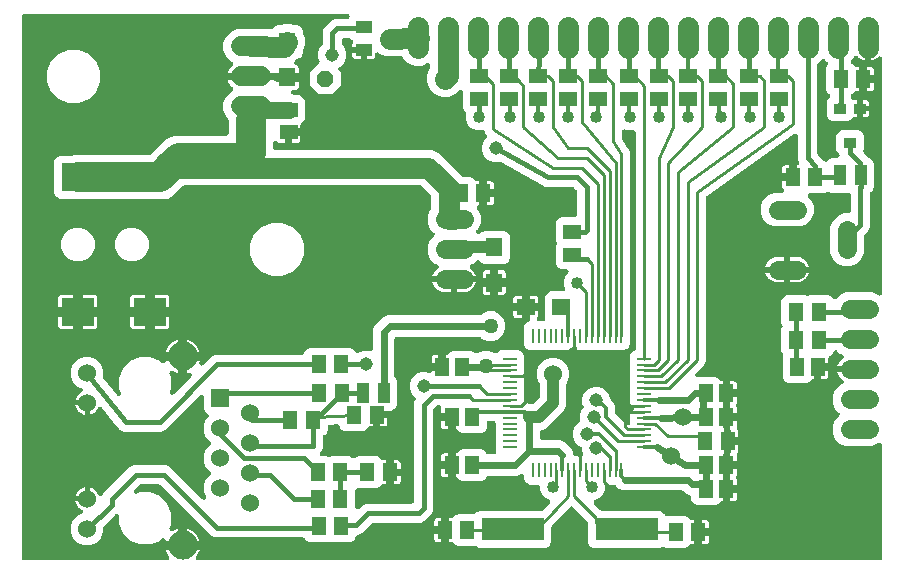
<source format=gbr>
G04 EAGLE Gerber RS-274X export*
G75*
%MOMM*%
%FSLAX34Y34*%
%LPD*%
%INTop Copper*%
%IPPOS*%
%AMOC8*
5,1,8,0,0,1.08239X$1,22.5*%
G01*
%ADD10C,1.625600*%
%ADD11R,5.334000X1.930400*%
%ADD12R,1.300000X1.500000*%
%ADD13R,1.020000X1.780000*%
%ADD14R,1.400000X1.600000*%
%ADD15R,1.500000X1.300000*%
%ADD16P,1.539592X8X22.500000*%
%ADD17C,1.778000*%
%ADD18R,1.524000X1.524000*%
%ADD19C,1.524000*%
%ADD20C,2.476500*%
%ADD21R,1.000000X0.900000*%
%ADD22R,1.100000X0.900000*%
%ADD23R,1.400000X1.000000*%
%ADD24R,0.228600X1.200000*%
%ADD25R,1.200000X0.228600*%
%ADD26R,1.300000X1.600000*%
%ADD27R,1.600000X1.400000*%
%ADD28C,1.727200*%
%ADD29R,2.800000X2.400000*%
%ADD30C,0.609600*%
%ADD31C,0.254000*%
%ADD32C,0.304800*%
%ADD33C,0.406400*%
%ADD34C,1.016000*%
%ADD35C,1.270000*%
%ADD36C,1.143000*%
%ADD37C,1.016000*%
%ADD38C,1.422400*%
%ADD39C,2.540000*%
%ADD40C,1.270000*%

G36*
X286828Y130868D02*
X286828Y130868D01*
X286906Y130867D01*
X287028Y130888D01*
X287151Y130901D01*
X287226Y130923D01*
X287302Y130937D01*
X287418Y130982D01*
X287536Y131019D01*
X287605Y131056D01*
X287677Y131084D01*
X287781Y131151D01*
X287890Y131211D01*
X287950Y131260D01*
X288015Y131302D01*
X288104Y131389D01*
X288200Y131468D01*
X288248Y131529D01*
X288304Y131583D01*
X288374Y131685D01*
X288452Y131782D01*
X288488Y131851D01*
X288532Y131915D01*
X288581Y132030D01*
X288638Y132139D01*
X288659Y132214D01*
X288689Y132286D01*
X288715Y132407D01*
X288749Y132526D01*
X288755Y132604D01*
X288771Y132680D01*
X288772Y132804D01*
X288782Y132928D01*
X288773Y133005D01*
X288773Y133082D01*
X288749Y133204D01*
X288735Y133327D01*
X288711Y133401D01*
X288696Y133478D01*
X288649Y133592D01*
X288610Y133710D01*
X288572Y133778D01*
X288542Y133850D01*
X288455Y133985D01*
X288412Y134061D01*
X288388Y134089D01*
X288362Y134129D01*
X287539Y135201D01*
X286561Y136895D01*
X285812Y138703D01*
X285613Y139447D01*
X297942Y139447D01*
X297960Y139449D01*
X297977Y139447D01*
X298160Y139468D01*
X298342Y139487D01*
X298360Y139492D01*
X298377Y139494D01*
X298552Y139551D01*
X298727Y139605D01*
X298743Y139613D01*
X298760Y139619D01*
X298920Y139709D01*
X299081Y139797D01*
X299095Y139808D01*
X299111Y139817D01*
X299250Y139937D01*
X299391Y140054D01*
X299402Y140068D01*
X299415Y140080D01*
X299528Y140225D01*
X299643Y140368D01*
X299651Y140384D01*
X299662Y140398D01*
X299744Y140563D01*
X299829Y140725D01*
X299833Y140742D01*
X299841Y140759D01*
X299889Y140937D01*
X299940Y141112D01*
X299941Y141130D01*
X299946Y141147D01*
X299973Y141478D01*
X299973Y143511D01*
X299975Y143511D01*
X299975Y141478D01*
X299977Y141460D01*
X299975Y141442D01*
X299997Y141260D01*
X300015Y141077D01*
X300020Y141060D01*
X300022Y141043D01*
X300079Y140868D01*
X300133Y140692D01*
X300141Y140677D01*
X300147Y140660D01*
X300237Y140500D01*
X300325Y140338D01*
X300336Y140325D01*
X300345Y140309D01*
X300465Y140170D01*
X300582Y140029D01*
X300596Y140018D01*
X300608Y140005D01*
X300753Y139892D01*
X300896Y139777D01*
X300912Y139769D01*
X300926Y139758D01*
X301091Y139676D01*
X301254Y139591D01*
X301271Y139586D01*
X301287Y139578D01*
X301465Y139531D01*
X301640Y139480D01*
X301658Y139478D01*
X301675Y139474D01*
X302006Y139447D01*
X314335Y139447D01*
X314136Y138703D01*
X313387Y136895D01*
X312409Y135201D01*
X311586Y134129D01*
X311545Y134063D01*
X311496Y134002D01*
X311439Y133892D01*
X311373Y133786D01*
X311346Y133714D01*
X311310Y133645D01*
X311276Y133525D01*
X311233Y133409D01*
X311221Y133332D01*
X311199Y133258D01*
X311189Y133134D01*
X311169Y133012D01*
X311173Y132934D01*
X311166Y132856D01*
X311181Y132733D01*
X311186Y132609D01*
X311204Y132534D01*
X311213Y132457D01*
X311252Y132339D01*
X311281Y132218D01*
X311314Y132148D01*
X311338Y132074D01*
X311399Y131966D01*
X311451Y131853D01*
X311498Y131791D01*
X311536Y131723D01*
X311617Y131629D01*
X311691Y131529D01*
X311748Y131477D01*
X311799Y131418D01*
X311897Y131342D01*
X311989Y131259D01*
X312056Y131219D01*
X312117Y131172D01*
X312228Y131116D01*
X312335Y131053D01*
X312408Y131027D01*
X312478Y130992D01*
X312598Y130960D01*
X312714Y130919D01*
X312791Y130908D01*
X312866Y130888D01*
X313027Y130875D01*
X313113Y130862D01*
X313150Y130865D01*
X313197Y130861D01*
X890145Y130861D01*
X890163Y130862D01*
X890181Y130861D01*
X890363Y130882D01*
X890546Y130901D01*
X890563Y130906D01*
X890580Y130908D01*
X890755Y130965D01*
X890931Y131019D01*
X890946Y131027D01*
X890963Y131033D01*
X891124Y131123D01*
X891285Y131211D01*
X891298Y131222D01*
X891314Y131231D01*
X891453Y131351D01*
X891594Y131468D01*
X891605Y131482D01*
X891619Y131494D01*
X891731Y131639D01*
X891846Y131782D01*
X891855Y131798D01*
X891865Y131812D01*
X891948Y131977D01*
X892032Y132139D01*
X892037Y132156D01*
X892045Y132172D01*
X892093Y132350D01*
X892143Y132526D01*
X892145Y132544D01*
X892149Y132561D01*
X892177Y132892D01*
X892192Y228107D01*
X892191Y228116D01*
X892192Y228125D01*
X892171Y228316D01*
X892152Y228507D01*
X892149Y228516D01*
X892148Y228526D01*
X892090Y228709D01*
X892034Y228892D01*
X892030Y228900D01*
X892027Y228909D01*
X891933Y229079D01*
X891842Y229246D01*
X891836Y229254D01*
X891832Y229262D01*
X891707Y229409D01*
X891584Y229556D01*
X891577Y229562D01*
X891571Y229569D01*
X891422Y229687D01*
X891271Y229808D01*
X891262Y229812D01*
X891255Y229818D01*
X891086Y229904D01*
X890914Y229994D01*
X890904Y229996D01*
X890896Y230000D01*
X890713Y230052D01*
X890527Y230105D01*
X890517Y230106D01*
X890508Y230108D01*
X890317Y230122D01*
X890125Y230138D01*
X890116Y230137D01*
X890107Y230138D01*
X889916Y230113D01*
X889725Y230091D01*
X889717Y230088D01*
X889707Y230087D01*
X889525Y230026D01*
X889343Y229966D01*
X889335Y229962D01*
X889326Y229959D01*
X889160Y229863D01*
X889032Y229791D01*
X885197Y228203D01*
X883702Y227583D01*
X861786Y227583D01*
X856558Y229749D01*
X852557Y233750D01*
X850391Y238978D01*
X850391Y244638D01*
X852557Y249866D01*
X855763Y253072D01*
X855774Y253086D01*
X855788Y253097D01*
X855901Y253241D01*
X856018Y253383D01*
X856026Y253399D01*
X856037Y253413D01*
X856121Y253577D01*
X856207Y253739D01*
X856212Y253756D01*
X856220Y253772D01*
X856269Y253949D01*
X856321Y254125D01*
X856323Y254143D01*
X856328Y254160D01*
X856341Y254343D01*
X856358Y254526D01*
X856356Y254544D01*
X856357Y254561D01*
X856334Y254743D01*
X856314Y254926D01*
X856309Y254943D01*
X856307Y254961D01*
X856248Y255135D01*
X856193Y255310D01*
X856184Y255326D01*
X856178Y255342D01*
X856087Y255502D01*
X855998Y255662D01*
X855987Y255676D01*
X855978Y255691D01*
X855763Y255944D01*
X852557Y259150D01*
X850391Y264378D01*
X850391Y270038D01*
X852557Y275266D01*
X856558Y279267D01*
X858474Y280061D01*
X858626Y280142D01*
X858781Y280219D01*
X858803Y280237D01*
X858829Y280251D01*
X858962Y280361D01*
X859098Y280467D01*
X859117Y280489D01*
X859139Y280507D01*
X859248Y280641D01*
X859361Y280772D01*
X859375Y280797D01*
X859393Y280820D01*
X859473Y280972D01*
X859558Y281123D01*
X859567Y281151D01*
X859580Y281176D01*
X859628Y281342D01*
X859682Y281506D01*
X859685Y281535D01*
X859693Y281563D01*
X859708Y281735D01*
X859728Y281906D01*
X859725Y281935D01*
X859728Y281964D01*
X859708Y282135D01*
X859694Y282308D01*
X859686Y282335D01*
X859682Y282364D01*
X859630Y282528D01*
X859581Y282694D01*
X859568Y282720D01*
X859559Y282747D01*
X859475Y282898D01*
X859395Y283051D01*
X859377Y283074D01*
X859363Y283099D01*
X859250Y283230D01*
X859142Y283364D01*
X859118Y283385D01*
X859101Y283405D01*
X859034Y283457D01*
X858890Y283581D01*
X857666Y284470D01*
X856478Y285658D01*
X855491Y287016D01*
X854729Y288513D01*
X854223Y290069D01*
X872236Y290069D01*
X872254Y290070D01*
X872271Y290069D01*
X872454Y290090D01*
X872636Y290109D01*
X872653Y290114D01*
X872671Y290116D01*
X872846Y290173D01*
X873021Y290227D01*
X873037Y290235D01*
X873054Y290241D01*
X873214Y290331D01*
X873375Y290418D01*
X873389Y290430D01*
X873405Y290439D01*
X873544Y290559D01*
X873685Y290676D01*
X873696Y290690D01*
X873709Y290702D01*
X873822Y290847D01*
X873937Y290990D01*
X873945Y291006D01*
X873956Y291020D01*
X874038Y291185D01*
X874122Y291347D01*
X874127Y291364D01*
X874135Y291380D01*
X874183Y291559D01*
X874234Y291734D01*
X874235Y291752D01*
X874240Y291769D01*
X874267Y292100D01*
X874267Y293116D01*
X874265Y293134D01*
X874267Y293152D01*
X874245Y293334D01*
X874227Y293517D01*
X874222Y293534D01*
X874220Y293551D01*
X874163Y293726D01*
X874109Y293902D01*
X874101Y293917D01*
X874095Y293934D01*
X874005Y294094D01*
X873917Y294256D01*
X873906Y294269D01*
X873897Y294285D01*
X873777Y294424D01*
X873659Y294565D01*
X873646Y294576D01*
X873634Y294590D01*
X873489Y294702D01*
X873346Y294817D01*
X873330Y294825D01*
X873316Y294836D01*
X873151Y294918D01*
X872988Y295003D01*
X872971Y295008D01*
X872955Y295016D01*
X872777Y295063D01*
X872602Y295114D01*
X872584Y295116D01*
X872567Y295120D01*
X872236Y295147D01*
X854223Y295147D01*
X854729Y296703D01*
X855491Y298200D01*
X856478Y299558D01*
X857666Y300746D01*
X858891Y301635D01*
X859020Y301750D01*
X859152Y301861D01*
X859170Y301884D01*
X859191Y301903D01*
X859295Y302041D01*
X859403Y302176D01*
X859416Y302202D01*
X859433Y302225D01*
X859507Y302381D01*
X859587Y302534D01*
X859594Y302562D01*
X859607Y302588D01*
X859649Y302756D01*
X859696Y302922D01*
X859698Y302951D01*
X859705Y302979D01*
X859714Y303151D01*
X859727Y303323D01*
X859724Y303352D01*
X859725Y303381D01*
X859699Y303552D01*
X859679Y303723D01*
X859670Y303750D01*
X859665Y303779D01*
X859606Y303941D01*
X859552Y304105D01*
X859538Y304130D01*
X859528Y304157D01*
X859438Y304305D01*
X859353Y304455D01*
X859334Y304477D01*
X859319Y304501D01*
X859201Y304629D01*
X859088Y304758D01*
X859065Y304776D01*
X859046Y304797D01*
X858906Y304899D01*
X858769Y305004D01*
X858740Y305019D01*
X858720Y305034D01*
X858643Y305069D01*
X858474Y305155D01*
X856558Y305949D01*
X854349Y308158D01*
X854339Y308166D01*
X854330Y308176D01*
X854183Y308294D01*
X854038Y308413D01*
X854026Y308419D01*
X854016Y308427D01*
X853847Y308514D01*
X853682Y308601D01*
X853670Y308605D01*
X853657Y308611D01*
X853477Y308663D01*
X853296Y308716D01*
X853283Y308717D01*
X853270Y308721D01*
X853085Y308735D01*
X852895Y308753D01*
X852882Y308751D01*
X852869Y308752D01*
X852684Y308730D01*
X852495Y308709D01*
X852482Y308705D01*
X852469Y308704D01*
X852292Y308645D01*
X852111Y308588D01*
X852099Y308581D01*
X852087Y308577D01*
X851923Y308484D01*
X851759Y308393D01*
X851749Y308384D01*
X851737Y308378D01*
X851596Y308254D01*
X851452Y308132D01*
X851444Y308122D01*
X851434Y308113D01*
X851319Y307964D01*
X851202Y307816D01*
X851196Y307805D01*
X851188Y307794D01*
X851037Y307499D01*
X850225Y305538D01*
X848510Y303823D01*
X847851Y303551D01*
X847831Y303540D01*
X847810Y303533D01*
X847653Y303445D01*
X847496Y303360D01*
X847479Y303346D01*
X847459Y303335D01*
X847323Y303218D01*
X847185Y303104D01*
X847171Y303087D01*
X847154Y303072D01*
X847045Y302931D01*
X846932Y302791D01*
X846921Y302772D01*
X846908Y302754D01*
X846828Y302593D01*
X846745Y302435D01*
X846738Y302413D01*
X846728Y302393D01*
X846682Y302220D01*
X846632Y302048D01*
X846630Y302026D01*
X846624Y302005D01*
X846597Y301674D01*
X846597Y297889D01*
X838774Y297889D01*
X838756Y297887D01*
X838739Y297889D01*
X838556Y297868D01*
X838374Y297849D01*
X838357Y297844D01*
X838339Y297842D01*
X838164Y297785D01*
X837989Y297731D01*
X837973Y297723D01*
X837956Y297717D01*
X837796Y297627D01*
X837635Y297539D01*
X837621Y297528D01*
X837605Y297519D01*
X837466Y297399D01*
X837325Y297282D01*
X837314Y297268D01*
X837301Y297256D01*
X837188Y297111D01*
X837073Y296968D01*
X837065Y296952D01*
X837054Y296938D01*
X836972Y296773D01*
X836888Y296611D01*
X836883Y296594D01*
X836875Y296578D01*
X836827Y296399D01*
X836776Y296224D01*
X836775Y296206D01*
X836770Y296189D01*
X836743Y295858D01*
X836743Y295453D01*
X836338Y295453D01*
X836320Y295451D01*
X836302Y295453D01*
X836120Y295431D01*
X835937Y295413D01*
X835920Y295408D01*
X835903Y295406D01*
X835728Y295349D01*
X835552Y295295D01*
X835537Y295287D01*
X835520Y295281D01*
X835360Y295191D01*
X835198Y295103D01*
X835185Y295092D01*
X835169Y295083D01*
X835030Y294963D01*
X834889Y294845D01*
X834878Y294832D01*
X834864Y294820D01*
X834752Y294675D01*
X834637Y294532D01*
X834629Y294516D01*
X834618Y294502D01*
X834536Y294337D01*
X834451Y294174D01*
X834446Y294157D01*
X834438Y294141D01*
X834390Y293963D01*
X834340Y293788D01*
X834338Y293770D01*
X834334Y293753D01*
X834307Y293422D01*
X834307Y284599D01*
X833960Y284599D01*
X833937Y284597D01*
X833915Y284599D01*
X833737Y284577D01*
X833559Y284559D01*
X833538Y284553D01*
X833515Y284550D01*
X833345Y284494D01*
X833174Y284441D01*
X833155Y284431D01*
X833133Y284423D01*
X832977Y284335D01*
X832820Y284249D01*
X832803Y284235D01*
X832784Y284224D01*
X832648Y284106D01*
X832511Y283992D01*
X832497Y283974D01*
X832480Y283959D01*
X832422Y283884D01*
X830510Y281971D01*
X828269Y281043D01*
X812843Y281043D01*
X810602Y281971D01*
X808887Y283686D01*
X807959Y285927D01*
X807959Y303353D01*
X808059Y303594D01*
X808065Y303615D01*
X808076Y303635D01*
X808124Y303808D01*
X808175Y303979D01*
X808178Y304001D01*
X808184Y304023D01*
X808197Y304202D01*
X808214Y304380D01*
X808211Y304402D01*
X808213Y304424D01*
X808190Y304603D01*
X808172Y304780D01*
X808165Y304801D01*
X808163Y304824D01*
X808105Y304994D01*
X808052Y305165D01*
X808041Y305184D01*
X808034Y305205D01*
X808003Y305260D01*
X806959Y307779D01*
X806959Y326205D01*
X807871Y328407D01*
X807879Y328432D01*
X807891Y328456D01*
X807937Y328625D01*
X807988Y328792D01*
X807990Y328819D01*
X807997Y328845D01*
X808009Y329019D01*
X808026Y329193D01*
X808023Y329219D01*
X808025Y329246D01*
X808002Y329420D01*
X807984Y329593D01*
X807976Y329619D01*
X807973Y329645D01*
X807871Y329961D01*
X806959Y332163D01*
X806959Y350589D01*
X807887Y352830D01*
X809602Y354545D01*
X811843Y355473D01*
X827269Y355473D01*
X828279Y355054D01*
X828304Y355047D01*
X828328Y355035D01*
X828497Y354988D01*
X828664Y354938D01*
X828691Y354935D01*
X828717Y354928D01*
X828892Y354916D01*
X829065Y354900D01*
X829091Y354903D01*
X829118Y354901D01*
X829292Y354923D01*
X829465Y354941D01*
X829491Y354949D01*
X829517Y354953D01*
X829833Y355054D01*
X830843Y355473D01*
X846269Y355473D01*
X848510Y354545D01*
X850276Y352778D01*
X850334Y352670D01*
X850342Y352659D01*
X850349Y352648D01*
X850471Y352504D01*
X850590Y352359D01*
X850601Y352351D01*
X850609Y352341D01*
X850757Y352224D01*
X850903Y352106D01*
X850915Y352099D01*
X850925Y352091D01*
X851093Y352006D01*
X851260Y351919D01*
X851272Y351915D01*
X851284Y351909D01*
X851466Y351858D01*
X851646Y351805D01*
X851659Y351804D01*
X851672Y351801D01*
X851861Y351787D01*
X852047Y351771D01*
X852060Y351772D01*
X852074Y351771D01*
X852261Y351795D01*
X852447Y351816D01*
X852460Y351820D01*
X852473Y351822D01*
X852651Y351881D01*
X852830Y351939D01*
X852842Y351946D01*
X852855Y351950D01*
X853018Y352044D01*
X853182Y352135D01*
X853192Y352144D01*
X853204Y352151D01*
X853457Y352366D01*
X856558Y355467D01*
X861786Y357633D01*
X883702Y357633D01*
X889012Y355433D01*
X889056Y355397D01*
X889064Y355393D01*
X889071Y355387D01*
X889242Y355299D01*
X889412Y355208D01*
X889420Y355206D01*
X889428Y355202D01*
X889613Y355148D01*
X889798Y355094D01*
X889807Y355093D01*
X889815Y355090D01*
X890006Y355075D01*
X890199Y355057D01*
X890208Y355058D01*
X890216Y355057D01*
X890405Y355079D01*
X890599Y355100D01*
X890608Y355103D01*
X890616Y355104D01*
X890799Y355164D01*
X890983Y355222D01*
X890990Y355226D01*
X890999Y355229D01*
X891168Y355324D01*
X891335Y355417D01*
X891342Y355422D01*
X891350Y355427D01*
X891495Y355552D01*
X891642Y355677D01*
X891648Y355684D01*
X891654Y355690D01*
X891771Y355840D01*
X891892Y355993D01*
X891896Y356001D01*
X891901Y356008D01*
X891987Y356181D01*
X892074Y356352D01*
X892077Y356360D01*
X892081Y356368D01*
X892130Y356554D01*
X892182Y356740D01*
X892183Y356749D01*
X892185Y356757D01*
X892212Y357088D01*
X892244Y555475D01*
X892243Y555484D01*
X892244Y555493D01*
X892223Y555684D01*
X892204Y555875D01*
X892202Y555884D01*
X892201Y555893D01*
X892143Y556075D01*
X892086Y556260D01*
X892082Y556268D01*
X892079Y556277D01*
X891986Y556445D01*
X891895Y556614D01*
X891889Y556621D01*
X891884Y556629D01*
X891759Y556777D01*
X891637Y556923D01*
X891630Y556929D01*
X891624Y556936D01*
X891472Y557056D01*
X891323Y557176D01*
X891315Y557180D01*
X891308Y557186D01*
X891137Y557272D01*
X890966Y557361D01*
X890957Y557364D01*
X890949Y557368D01*
X890765Y557419D01*
X890579Y557473D01*
X890570Y557474D01*
X890561Y557476D01*
X890368Y557490D01*
X890178Y557506D01*
X890169Y557505D01*
X890160Y557505D01*
X889968Y557481D01*
X889778Y557459D01*
X889769Y557456D01*
X889760Y557455D01*
X889578Y557394D01*
X889395Y557334D01*
X889387Y557330D01*
X889378Y557327D01*
X889211Y557230D01*
X889044Y557136D01*
X889038Y557130D01*
X889030Y557126D01*
X888777Y556911D01*
X887860Y555994D01*
X886404Y554937D01*
X884801Y554120D01*
X883090Y553564D01*
X882952Y553542D01*
X882952Y573095D01*
X882950Y573113D01*
X882952Y573130D01*
X882931Y573313D01*
X882912Y573495D01*
X882907Y573512D01*
X882905Y573530D01*
X882848Y573705D01*
X882794Y573880D01*
X882786Y573896D01*
X882780Y573913D01*
X882690Y574073D01*
X882602Y574234D01*
X882591Y574248D01*
X882582Y574264D01*
X882462Y574403D01*
X882345Y574544D01*
X882331Y574555D01*
X882319Y574568D01*
X882174Y574681D01*
X882031Y574796D01*
X882015Y574804D01*
X882001Y574815D01*
X881836Y574897D01*
X881674Y574981D01*
X881657Y574986D01*
X881641Y574994D01*
X881462Y575042D01*
X881287Y575093D01*
X881269Y575094D01*
X881252Y575099D01*
X880921Y575126D01*
X879905Y575126D01*
X879887Y575124D01*
X879869Y575126D01*
X879687Y575104D01*
X879504Y575086D01*
X879487Y575081D01*
X879470Y575079D01*
X879295Y575022D01*
X879119Y574968D01*
X879104Y574960D01*
X879087Y574954D01*
X878927Y574864D01*
X878765Y574776D01*
X878752Y574765D01*
X878736Y574756D01*
X878597Y574636D01*
X878456Y574518D01*
X878445Y574505D01*
X878431Y574493D01*
X878319Y574348D01*
X878204Y574205D01*
X878196Y574189D01*
X878185Y574175D01*
X878103Y574010D01*
X878018Y573847D01*
X878013Y573830D01*
X878005Y573814D01*
X877957Y573636D01*
X877907Y573461D01*
X877905Y573443D01*
X877901Y573426D01*
X877874Y573095D01*
X877874Y553542D01*
X877736Y553564D01*
X876025Y554120D01*
X874422Y554937D01*
X872966Y555994D01*
X871694Y557266D01*
X871569Y557439D01*
X871454Y557568D01*
X871343Y557700D01*
X871320Y557718D01*
X871301Y557739D01*
X871163Y557843D01*
X871028Y557951D01*
X871002Y557964D01*
X870979Y557981D01*
X870823Y558056D01*
X870670Y558135D01*
X870642Y558143D01*
X870616Y558155D01*
X870448Y558198D01*
X870282Y558245D01*
X870254Y558247D01*
X870226Y558254D01*
X870053Y558262D01*
X869881Y558276D01*
X869852Y558272D01*
X869824Y558274D01*
X869652Y558248D01*
X869481Y558227D01*
X869454Y558218D01*
X869425Y558214D01*
X869262Y558154D01*
X869099Y558100D01*
X869074Y558086D01*
X869047Y558076D01*
X868899Y557986D01*
X868749Y557901D01*
X868728Y557882D01*
X868703Y557867D01*
X868576Y557750D01*
X868446Y557637D01*
X868428Y557614D01*
X868407Y557594D01*
X868305Y557454D01*
X868200Y557317D01*
X868186Y557289D01*
X868171Y557268D01*
X868135Y557191D01*
X868049Y557022D01*
X867718Y556224D01*
X866098Y554604D01*
X866090Y554594D01*
X866080Y554585D01*
X865962Y554438D01*
X865843Y554293D01*
X865837Y554281D01*
X865829Y554270D01*
X865742Y554102D01*
X865655Y553937D01*
X865651Y553924D01*
X865645Y553912D01*
X865593Y553730D01*
X865540Y553551D01*
X865539Y553538D01*
X865535Y553525D01*
X865521Y553338D01*
X865504Y553150D01*
X865505Y553136D01*
X865504Y553123D01*
X865527Y552938D01*
X865547Y552750D01*
X865551Y552737D01*
X865553Y552724D01*
X865612Y552546D01*
X865668Y552366D01*
X865675Y552354D01*
X865679Y552341D01*
X865773Y552177D01*
X865863Y552013D01*
X865872Y552003D01*
X865879Y551992D01*
X866003Y551849D01*
X866124Y551706D01*
X866134Y551698D01*
X866143Y551688D01*
X866292Y551573D01*
X866440Y551457D01*
X866452Y551451D01*
X866462Y551443D01*
X866757Y551291D01*
X867102Y551149D01*
X869032Y549218D01*
X869122Y549110D01*
X869139Y549095D01*
X869154Y549078D01*
X869295Y548969D01*
X869434Y548856D01*
X869454Y548845D01*
X869472Y548832D01*
X869632Y548752D01*
X869791Y548669D01*
X869812Y548662D01*
X869832Y548652D01*
X870005Y548606D01*
X870177Y548556D01*
X870199Y548554D01*
X870221Y548548D01*
X870552Y548521D01*
X872899Y548521D01*
X872899Y539698D01*
X872900Y539680D01*
X872899Y539663D01*
X872920Y539480D01*
X872939Y539298D01*
X872944Y539281D01*
X872946Y539263D01*
X873003Y539088D01*
X873057Y538913D01*
X873065Y538897D01*
X873071Y538880D01*
X873161Y538720D01*
X873248Y538559D01*
X873260Y538545D01*
X873269Y538529D01*
X873314Y538477D01*
X873229Y538372D01*
X873221Y538356D01*
X873210Y538342D01*
X873128Y538177D01*
X873043Y538014D01*
X873038Y537997D01*
X873030Y537981D01*
X872982Y537803D01*
X872932Y537628D01*
X872930Y537610D01*
X872926Y537593D01*
X872899Y537262D01*
X872899Y528439D01*
X870552Y528439D01*
X870529Y528437D01*
X870507Y528439D01*
X870329Y528417D01*
X870151Y528399D01*
X870130Y528393D01*
X870107Y528390D01*
X869937Y528334D01*
X869766Y528281D01*
X869747Y528271D01*
X869725Y528263D01*
X869569Y528175D01*
X869412Y528089D01*
X869395Y528075D01*
X869376Y528064D01*
X869240Y527946D01*
X869103Y527832D01*
X869089Y527814D01*
X869072Y527799D01*
X869014Y527724D01*
X867102Y525811D01*
X866803Y525688D01*
X866774Y525672D01*
X866742Y525661D01*
X866596Y525577D01*
X866448Y525498D01*
X866423Y525476D01*
X866393Y525460D01*
X866267Y525348D01*
X866138Y525241D01*
X866117Y525215D01*
X866092Y525193D01*
X865990Y525059D01*
X865884Y524929D01*
X865869Y524899D01*
X865848Y524872D01*
X865775Y524721D01*
X865697Y524572D01*
X865688Y524540D01*
X865673Y524510D01*
X865631Y524347D01*
X865584Y524186D01*
X865581Y524152D01*
X865573Y524120D01*
X865549Y523789D01*
X865554Y523367D01*
X865556Y523352D01*
X865555Y523336D01*
X865578Y523152D01*
X865598Y522967D01*
X865603Y522952D01*
X865605Y522937D01*
X865664Y522760D01*
X865721Y522584D01*
X865728Y522570D01*
X865733Y522555D01*
X865826Y522393D01*
X865916Y522232D01*
X865926Y522220D01*
X865934Y522206D01*
X866149Y521953D01*
X867008Y521094D01*
X867098Y520986D01*
X867115Y520971D01*
X867130Y520954D01*
X867271Y520845D01*
X867410Y520732D01*
X867430Y520721D01*
X867448Y520708D01*
X867608Y520628D01*
X867767Y520545D01*
X867788Y520538D01*
X867808Y520528D01*
X867981Y520482D01*
X868153Y520432D01*
X868175Y520430D01*
X868197Y520424D01*
X868528Y520397D01*
X871375Y520397D01*
X871375Y513574D01*
X871376Y513556D01*
X871375Y513539D01*
X871394Y513375D01*
X871375Y513138D01*
X871375Y506315D01*
X868528Y506315D01*
X868505Y506313D01*
X868483Y506315D01*
X868305Y506293D01*
X868127Y506275D01*
X868106Y506269D01*
X868083Y506266D01*
X867913Y506210D01*
X867742Y506157D01*
X867723Y506147D01*
X867701Y506139D01*
X867545Y506051D01*
X867388Y505965D01*
X867371Y505951D01*
X867352Y505940D01*
X867216Y505822D01*
X867079Y505708D01*
X867065Y505690D01*
X867048Y505675D01*
X866990Y505600D01*
X865078Y503687D01*
X862837Y502759D01*
X850411Y502759D01*
X848170Y503687D01*
X846455Y505402D01*
X845527Y507643D01*
X845527Y519069D01*
X846455Y521310D01*
X847706Y522560D01*
X847714Y522570D01*
X847725Y522579D01*
X847842Y522726D01*
X847961Y522871D01*
X847967Y522883D01*
X847975Y522894D01*
X848061Y523061D01*
X848149Y523227D01*
X848153Y523240D01*
X848159Y523252D01*
X848210Y523432D01*
X848264Y523613D01*
X848265Y523626D01*
X848269Y523639D01*
X848283Y523826D01*
X848301Y524014D01*
X848299Y524027D01*
X848300Y524041D01*
X848278Y524226D01*
X848257Y524414D01*
X848253Y524427D01*
X848251Y524440D01*
X848193Y524617D01*
X848136Y524798D01*
X848129Y524810D01*
X848125Y524823D01*
X848032Y524986D01*
X847941Y525150D01*
X847932Y525161D01*
X847925Y525172D01*
X847802Y525314D01*
X847680Y525457D01*
X847670Y525466D01*
X847661Y525476D01*
X847513Y525590D01*
X847364Y525707D01*
X847352Y525713D01*
X847342Y525721D01*
X847225Y525781D01*
X845479Y527526D01*
X844551Y529767D01*
X844551Y547193D01*
X845479Y549433D01*
X845852Y549806D01*
X845864Y549820D01*
X845877Y549832D01*
X845991Y549975D01*
X846108Y550118D01*
X846116Y550134D01*
X846127Y550148D01*
X846210Y550310D01*
X846296Y550474D01*
X846301Y550491D01*
X846309Y550507D01*
X846358Y550683D01*
X846411Y550860D01*
X846413Y550877D01*
X846417Y550895D01*
X846431Y551077D01*
X846447Y551261D01*
X846445Y551278D01*
X846447Y551296D01*
X846424Y551479D01*
X846404Y551661D01*
X846399Y551678D01*
X846396Y551696D01*
X846338Y551870D01*
X846282Y552045D01*
X846274Y552060D01*
X846268Y552077D01*
X846177Y552236D01*
X846088Y552397D01*
X846076Y552411D01*
X846067Y552426D01*
X845852Y552679D01*
X843749Y554782D01*
X843735Y554794D01*
X843724Y554807D01*
X843580Y554921D01*
X843438Y555037D01*
X843422Y555046D01*
X843408Y555057D01*
X843245Y555140D01*
X843082Y555226D01*
X843065Y555231D01*
X843049Y555239D01*
X842872Y555288D01*
X842696Y555341D01*
X842678Y555342D01*
X842661Y555347D01*
X842478Y555361D01*
X842295Y555377D01*
X842277Y555375D01*
X842260Y555377D01*
X842077Y555353D01*
X841895Y555334D01*
X841878Y555328D01*
X841860Y555326D01*
X841685Y555267D01*
X841511Y555212D01*
X841495Y555204D01*
X841479Y555198D01*
X841319Y555106D01*
X841159Y555017D01*
X841145Y555006D01*
X841130Y554997D01*
X840877Y554782D01*
X837898Y551803D01*
X837774Y551701D01*
X837760Y551684D01*
X837742Y551669D01*
X837633Y551528D01*
X837520Y551389D01*
X837510Y551369D01*
X837496Y551351D01*
X837416Y551191D01*
X837333Y551032D01*
X837327Y551010D01*
X837316Y550990D01*
X837270Y550817D01*
X837220Y550646D01*
X837218Y550623D01*
X837212Y550601D01*
X837185Y550271D01*
X837185Y475632D01*
X837187Y475606D01*
X837185Y475579D01*
X837207Y475405D01*
X837225Y475232D01*
X837232Y475206D01*
X837236Y475180D01*
X837291Y475014D01*
X837343Y474847D01*
X837356Y474823D01*
X837364Y474798D01*
X837451Y474646D01*
X837535Y474493D01*
X837552Y474472D01*
X837565Y474449D01*
X837780Y474196D01*
X842454Y469522D01*
X842503Y469430D01*
X842520Y469409D01*
X842534Y469386D01*
X842648Y469254D01*
X842760Y469120D01*
X842780Y469103D01*
X842798Y469082D01*
X842936Y468976D01*
X843072Y468866D01*
X843096Y468853D01*
X843117Y468837D01*
X843412Y468685D01*
X843702Y468565D01*
X843723Y468559D01*
X843743Y468549D01*
X843916Y468501D01*
X844087Y468449D01*
X844110Y468447D01*
X844131Y468441D01*
X844311Y468428D01*
X844488Y468411D01*
X844510Y468413D01*
X844533Y468411D01*
X844711Y468434D01*
X844889Y468452D01*
X844910Y468459D01*
X844932Y468462D01*
X845102Y468519D01*
X845273Y468572D01*
X845293Y468583D01*
X845314Y468590D01*
X845469Y468680D01*
X845626Y468766D01*
X845643Y468780D01*
X845663Y468791D01*
X845916Y469006D01*
X847670Y470761D01*
X849911Y471689D01*
X854265Y471689D01*
X854274Y471690D01*
X854283Y471689D01*
X854475Y471710D01*
X854666Y471729D01*
X854675Y471731D01*
X854683Y471732D01*
X854866Y471790D01*
X855051Y471847D01*
X855059Y471851D01*
X855067Y471854D01*
X855236Y471947D01*
X855405Y472039D01*
X855412Y472044D01*
X855420Y472049D01*
X855567Y472174D01*
X855714Y472296D01*
X855720Y472303D01*
X855727Y472309D01*
X855846Y472461D01*
X855966Y472610D01*
X855971Y472618D01*
X855976Y472625D01*
X856064Y472797D01*
X856152Y472967D01*
X856154Y472976D01*
X856159Y472984D01*
X856210Y473170D01*
X856263Y473354D01*
X856264Y473363D01*
X856267Y473372D01*
X856281Y473564D01*
X856296Y473756D01*
X856295Y473764D01*
X856296Y473773D01*
X856272Y473966D01*
X856249Y474155D01*
X856247Y474164D01*
X856245Y474173D01*
X856184Y474356D01*
X856125Y474538D01*
X856120Y474546D01*
X856117Y474554D01*
X856022Y474720D01*
X855927Y474889D01*
X855921Y474896D01*
X855916Y474903D01*
X855702Y475156D01*
X854455Y476402D01*
X853527Y478643D01*
X853527Y490069D01*
X854455Y492310D01*
X856170Y494025D01*
X858411Y494953D01*
X871837Y494953D01*
X874078Y494025D01*
X875793Y492310D01*
X876721Y490069D01*
X876721Y478643D01*
X876435Y477954D01*
X876429Y477933D01*
X876419Y477913D01*
X876371Y477740D01*
X876319Y477569D01*
X876317Y477546D01*
X876311Y477525D01*
X876297Y477345D01*
X876281Y477168D01*
X876283Y477146D01*
X876281Y477123D01*
X876304Y476945D01*
X876322Y476767D01*
X876329Y476746D01*
X876332Y476724D01*
X876389Y476554D01*
X876442Y476383D01*
X876453Y476363D01*
X876460Y476342D01*
X876549Y476187D01*
X876635Y476030D01*
X876650Y476013D01*
X876661Y475993D01*
X876876Y475740D01*
X878079Y474537D01*
X880739Y471876D01*
X880753Y471853D01*
X880867Y471721D01*
X880978Y471587D01*
X880999Y471570D01*
X881017Y471549D01*
X881155Y471443D01*
X881291Y471333D01*
X881315Y471320D01*
X881336Y471304D01*
X881632Y471152D01*
X882578Y470761D01*
X884293Y469046D01*
X885221Y466805D01*
X885221Y446579D01*
X884293Y444338D01*
X882484Y442530D01*
X882467Y442509D01*
X882446Y442491D01*
X882339Y442353D01*
X882229Y442218D01*
X882216Y442194D01*
X882200Y442173D01*
X882122Y442016D01*
X882040Y441862D01*
X882032Y441837D01*
X882020Y441813D01*
X881975Y441643D01*
X881925Y441476D01*
X881923Y441450D01*
X881916Y441424D01*
X881889Y441093D01*
X881889Y412911D01*
X880651Y409923D01*
X878079Y407351D01*
X877404Y406676D01*
X877387Y406655D01*
X877366Y406638D01*
X877260Y406500D01*
X877149Y406364D01*
X877136Y406341D01*
X877120Y406320D01*
X877042Y406163D01*
X876960Y406009D01*
X876952Y405983D01*
X876940Y405959D01*
X876895Y405790D01*
X876845Y405623D01*
X876843Y405596D01*
X876836Y405570D01*
X876809Y405240D01*
X876809Y391378D01*
X874643Y386150D01*
X870642Y382149D01*
X865414Y379983D01*
X859754Y379983D01*
X854526Y382149D01*
X850525Y386150D01*
X848359Y391378D01*
X848359Y413294D01*
X850525Y418522D01*
X854526Y422523D01*
X859754Y424689D01*
X863600Y424689D01*
X863618Y424691D01*
X863636Y424689D01*
X863818Y424710D01*
X864001Y424729D01*
X864018Y424734D01*
X864035Y424736D01*
X864210Y424793D01*
X864386Y424847D01*
X864401Y424855D01*
X864418Y424861D01*
X864578Y424951D01*
X864740Y425039D01*
X864753Y425050D01*
X864769Y425059D01*
X864908Y425179D01*
X865049Y425296D01*
X865060Y425310D01*
X865074Y425322D01*
X865186Y425467D01*
X865301Y425610D01*
X865309Y425626D01*
X865320Y425640D01*
X865402Y425805D01*
X865487Y425967D01*
X865492Y425984D01*
X865500Y426000D01*
X865547Y426179D01*
X865598Y426354D01*
X865600Y426372D01*
X865604Y426389D01*
X865631Y426720D01*
X865631Y439937D01*
X865630Y439951D01*
X865631Y439964D01*
X865610Y440150D01*
X865591Y440338D01*
X865587Y440351D01*
X865586Y440364D01*
X865528Y440543D01*
X865473Y440723D01*
X865467Y440734D01*
X865463Y440747D01*
X865371Y440912D01*
X865281Y441077D01*
X865273Y441087D01*
X865266Y441099D01*
X865143Y441242D01*
X865024Y441386D01*
X865013Y441394D01*
X865005Y441405D01*
X864856Y441521D01*
X864710Y441638D01*
X864698Y441644D01*
X864688Y441653D01*
X864518Y441738D01*
X864353Y441824D01*
X864340Y441827D01*
X864328Y441834D01*
X864146Y441883D01*
X863966Y441935D01*
X863952Y441936D01*
X863939Y441940D01*
X863753Y441953D01*
X863564Y441968D01*
X863551Y441966D01*
X863538Y441967D01*
X863352Y441943D01*
X863165Y441921D01*
X863152Y441917D01*
X863139Y441915D01*
X862823Y441814D01*
X862537Y441695D01*
X849911Y441695D01*
X847450Y442715D01*
X847429Y442721D01*
X847408Y442731D01*
X847236Y442779D01*
X847065Y442831D01*
X847042Y442833D01*
X847020Y442839D01*
X846842Y442852D01*
X846664Y442869D01*
X846641Y442867D01*
X846619Y442869D01*
X846441Y442846D01*
X846263Y442828D01*
X846242Y442821D01*
X846219Y442818D01*
X846050Y442761D01*
X845879Y442708D01*
X845859Y442697D01*
X845838Y442690D01*
X845683Y442600D01*
X845612Y442562D01*
X843221Y441571D01*
X831097Y441571D01*
X831089Y441570D01*
X831080Y441571D01*
X830888Y441550D01*
X830697Y441531D01*
X830688Y441529D01*
X830679Y441528D01*
X830497Y441470D01*
X830312Y441413D01*
X830304Y441409D01*
X830296Y441406D01*
X830127Y441313D01*
X829958Y441221D01*
X829951Y441216D01*
X829943Y441211D01*
X829796Y441087D01*
X829649Y440964D01*
X829643Y440957D01*
X829636Y440951D01*
X829517Y440800D01*
X829396Y440650D01*
X829392Y440642D01*
X829387Y440635D01*
X829299Y440462D01*
X829211Y440293D01*
X829208Y440284D01*
X829204Y440276D01*
X829152Y440090D01*
X829099Y439906D01*
X829099Y439897D01*
X829096Y439888D01*
X829082Y439694D01*
X829066Y439504D01*
X829068Y439496D01*
X829067Y439487D01*
X829091Y439294D01*
X829113Y439105D01*
X829116Y439096D01*
X829117Y439087D01*
X829179Y438904D01*
X829238Y438722D01*
X829243Y438714D01*
X829245Y438706D01*
X829341Y438540D01*
X829436Y438371D01*
X829442Y438364D01*
X829446Y438357D01*
X829661Y438104D01*
X831971Y435794D01*
X834137Y430566D01*
X834137Y424906D01*
X831971Y419678D01*
X827970Y415677D01*
X826523Y415078D01*
X822742Y413511D01*
X800826Y413511D01*
X795598Y415677D01*
X791597Y419678D01*
X789431Y424906D01*
X789431Y430566D01*
X791597Y435794D01*
X795598Y439795D01*
X800826Y441961D01*
X807231Y441961D01*
X807305Y441968D01*
X807378Y441966D01*
X807504Y441988D01*
X807632Y442001D01*
X807702Y442022D01*
X807775Y442035D01*
X807894Y442081D01*
X808017Y442119D01*
X808081Y442154D01*
X808150Y442181D01*
X808258Y442250D01*
X808371Y442311D01*
X808427Y442358D01*
X808489Y442397D01*
X808582Y442486D01*
X808680Y442568D01*
X808726Y442626D01*
X808779Y442677D01*
X808852Y442782D01*
X808932Y442882D01*
X808966Y442947D01*
X809008Y443008D01*
X809059Y443126D01*
X809118Y443239D01*
X809138Y443310D01*
X809167Y443378D01*
X809194Y443503D01*
X809229Y443626D01*
X809235Y443700D01*
X809250Y443772D01*
X809252Y443900D01*
X809262Y444028D01*
X809253Y444101D01*
X809254Y444175D01*
X809230Y444300D01*
X809215Y444427D01*
X809192Y444498D01*
X809178Y444570D01*
X809130Y444688D01*
X809090Y444810D01*
X809054Y444874D01*
X809026Y444943D01*
X808955Y445049D01*
X808892Y445161D01*
X808844Y445217D01*
X808803Y445278D01*
X808713Y445369D01*
X808629Y445465D01*
X808576Y445506D01*
X807975Y446108D01*
X807640Y446687D01*
X807467Y447333D01*
X807467Y451919D01*
X815290Y451919D01*
X815308Y451920D01*
X815325Y451919D01*
X815508Y451940D01*
X815690Y451959D01*
X815707Y451964D01*
X815725Y451966D01*
X815900Y452023D01*
X816075Y452077D01*
X816091Y452085D01*
X816108Y452091D01*
X816268Y452181D01*
X816429Y452268D01*
X816443Y452280D01*
X816459Y452289D01*
X816598Y452409D01*
X816739Y452526D01*
X816750Y452540D01*
X816763Y452552D01*
X816876Y452697D01*
X816991Y452840D01*
X816999Y452856D01*
X817010Y452870D01*
X817092Y453035D01*
X817176Y453197D01*
X817181Y453214D01*
X817189Y453230D01*
X817237Y453409D01*
X817288Y453584D01*
X817289Y453602D01*
X817294Y453619D01*
X817321Y453950D01*
X817321Y454355D01*
X817726Y454355D01*
X817744Y454357D01*
X817762Y454355D01*
X817944Y454377D01*
X818127Y454395D01*
X818144Y454400D01*
X818161Y454402D01*
X818336Y454459D01*
X818512Y454513D01*
X818527Y454521D01*
X818544Y454527D01*
X818704Y454617D01*
X818866Y454705D01*
X818879Y454716D01*
X818895Y454725D01*
X819034Y454845D01*
X819175Y454963D01*
X819186Y454976D01*
X819200Y454988D01*
X819312Y455133D01*
X819427Y455276D01*
X819435Y455292D01*
X819446Y455306D01*
X819528Y455471D01*
X819613Y455634D01*
X819618Y455651D01*
X819626Y455667D01*
X819673Y455845D01*
X819724Y456020D01*
X819726Y456038D01*
X819730Y456055D01*
X819757Y456386D01*
X819757Y465209D01*
X819792Y465209D01*
X819805Y465210D01*
X819819Y465209D01*
X820005Y465230D01*
X820193Y465249D01*
X820205Y465253D01*
X820219Y465254D01*
X820397Y465311D01*
X820578Y465367D01*
X820589Y465373D01*
X820602Y465377D01*
X820766Y465469D01*
X820932Y465559D01*
X820942Y465567D01*
X820954Y465574D01*
X821097Y465697D01*
X821241Y465816D01*
X821249Y465827D01*
X821259Y465835D01*
X821376Y465984D01*
X821493Y466130D01*
X821499Y466142D01*
X821508Y466152D01*
X821593Y466322D01*
X821679Y466487D01*
X821682Y466500D01*
X821688Y466512D01*
X821738Y466694D01*
X821790Y466874D01*
X821791Y466888D01*
X821795Y466901D01*
X821808Y467087D01*
X821823Y467276D01*
X821821Y467289D01*
X821822Y467302D01*
X821798Y467489D01*
X821776Y467675D01*
X821772Y467688D01*
X821770Y467701D01*
X821669Y468017D01*
X820927Y469807D01*
X820927Y489823D01*
X820924Y489856D01*
X820926Y489889D01*
X820904Y490056D01*
X820887Y490223D01*
X820878Y490255D01*
X820873Y490288D01*
X820819Y490447D01*
X820769Y490608D01*
X820753Y490638D01*
X820743Y490669D01*
X820658Y490814D01*
X820577Y490962D01*
X820556Y490988D01*
X820539Y491017D01*
X820427Y491142D01*
X820320Y491272D01*
X820294Y491292D01*
X820272Y491317D01*
X820137Y491419D01*
X820006Y491524D01*
X819977Y491539D01*
X819950Y491559D01*
X819797Y491632D01*
X819649Y491709D01*
X819617Y491719D01*
X819587Y491733D01*
X819423Y491774D01*
X819262Y491821D01*
X819229Y491824D01*
X819196Y491832D01*
X819029Y491840D01*
X818860Y491854D01*
X818827Y491850D01*
X818794Y491851D01*
X818628Y491826D01*
X818461Y491807D01*
X818429Y491796D01*
X818396Y491792D01*
X818238Y491734D01*
X818078Y491682D01*
X818049Y491666D01*
X818018Y491654D01*
X817731Y491487D01*
X743817Y439747D01*
X743815Y439745D01*
X743813Y439744D01*
X743664Y439615D01*
X743512Y439485D01*
X743510Y439483D01*
X743508Y439481D01*
X743390Y439328D01*
X743264Y439167D01*
X743263Y439165D01*
X743262Y439163D01*
X743175Y438988D01*
X743084Y438807D01*
X743083Y438805D01*
X743082Y438802D01*
X743030Y438607D01*
X742979Y438418D01*
X742978Y438416D01*
X742978Y438414D01*
X742951Y438083D01*
X742951Y299271D01*
X741829Y296563D01*
X739471Y294205D01*
X734618Y289352D01*
X734613Y289345D01*
X734606Y289340D01*
X734486Y289190D01*
X734363Y289041D01*
X734359Y289033D01*
X734354Y289026D01*
X734265Y288856D01*
X734175Y288685D01*
X734172Y288676D01*
X734168Y288669D01*
X734115Y288484D01*
X734060Y288299D01*
X734059Y288290D01*
X734057Y288282D01*
X734041Y288089D01*
X734024Y287898D01*
X734025Y287889D01*
X734024Y287880D01*
X734046Y287691D01*
X734067Y287498D01*
X734070Y287489D01*
X734071Y287481D01*
X734130Y287298D01*
X734188Y287114D01*
X734193Y287106D01*
X734196Y287098D01*
X734291Y286929D01*
X734383Y286762D01*
X734389Y286755D01*
X734393Y286747D01*
X734519Y286601D01*
X734644Y286455D01*
X734651Y286449D01*
X734657Y286442D01*
X734808Y286325D01*
X734960Y286205D01*
X734968Y286201D01*
X734975Y286196D01*
X735147Y286110D01*
X735319Y286023D01*
X735327Y286020D01*
X735335Y286016D01*
X735521Y285966D01*
X735706Y285915D01*
X735715Y285914D01*
X735724Y285912D01*
X736055Y285885D01*
X751053Y285885D01*
X753294Y284957D01*
X755224Y283026D01*
X755314Y282918D01*
X755331Y282903D01*
X755346Y282886D01*
X755487Y282777D01*
X755626Y282664D01*
X755646Y282653D01*
X755664Y282640D01*
X755824Y282560D01*
X755983Y282477D01*
X756004Y282470D01*
X756024Y282460D01*
X756197Y282414D01*
X756369Y282364D01*
X756391Y282362D01*
X756413Y282356D01*
X756744Y282329D01*
X757091Y282329D01*
X757091Y273506D01*
X757092Y273488D01*
X757091Y273471D01*
X757112Y273288D01*
X757131Y273106D01*
X757136Y273089D01*
X757138Y273071D01*
X757195Y272896D01*
X757249Y272721D01*
X757257Y272705D01*
X757263Y272688D01*
X757353Y272528D01*
X757440Y272367D01*
X757452Y272353D01*
X757461Y272337D01*
X757506Y272285D01*
X757421Y272180D01*
X757413Y272164D01*
X757402Y272150D01*
X757320Y271985D01*
X757235Y271822D01*
X757230Y271805D01*
X757222Y271789D01*
X757174Y271611D01*
X757124Y271436D01*
X757122Y271418D01*
X757118Y271401D01*
X757091Y271070D01*
X757091Y253186D01*
X757092Y253168D01*
X757091Y253151D01*
X757113Y252967D01*
X757131Y252786D01*
X757136Y252769D01*
X757138Y252751D01*
X757195Y252576D01*
X757249Y252401D01*
X757257Y252385D01*
X757263Y252368D01*
X757353Y252208D01*
X757440Y252047D01*
X757452Y252033D01*
X757461Y252017D01*
X757506Y251965D01*
X757421Y251860D01*
X757413Y251844D01*
X757402Y251830D01*
X757320Y251665D01*
X757235Y251502D01*
X757230Y251485D01*
X757222Y251469D01*
X757174Y251291D01*
X757124Y251116D01*
X757122Y251098D01*
X757118Y251081D01*
X757091Y250750D01*
X757091Y244220D01*
X757092Y244202D01*
X757091Y244184D01*
X757112Y244002D01*
X757131Y243819D01*
X757136Y243802D01*
X757138Y243785D01*
X757195Y243610D01*
X757249Y243434D01*
X757257Y243419D01*
X757263Y243402D01*
X757353Y243242D01*
X757440Y243080D01*
X757452Y243067D01*
X757461Y243051D01*
X757581Y242912D01*
X757698Y242771D01*
X757712Y242760D01*
X757724Y242746D01*
X757869Y242634D01*
X758012Y242519D01*
X758028Y242511D01*
X758042Y242500D01*
X758091Y242475D01*
X758091Y232866D01*
X758092Y232848D01*
X758091Y232831D01*
X758112Y232648D01*
X758131Y232466D01*
X758136Y232449D01*
X758138Y232431D01*
X758195Y232256D01*
X758249Y232081D01*
X758257Y232065D01*
X758263Y232048D01*
X758353Y231888D01*
X758440Y231727D01*
X758452Y231713D01*
X758461Y231697D01*
X758506Y231645D01*
X758421Y231540D01*
X758413Y231524D01*
X758402Y231510D01*
X758320Y231345D01*
X758235Y231182D01*
X758230Y231165D01*
X758222Y231149D01*
X758174Y230971D01*
X758124Y230796D01*
X758122Y230778D01*
X758118Y230761D01*
X758091Y230430D01*
X758091Y220816D01*
X757982Y220757D01*
X757969Y220746D01*
X757953Y220737D01*
X757814Y220617D01*
X757673Y220500D01*
X757662Y220486D01*
X757648Y220474D01*
X757536Y220329D01*
X757421Y220186D01*
X757413Y220170D01*
X757402Y220156D01*
X757319Y219991D01*
X757235Y219829D01*
X757230Y219812D01*
X757222Y219796D01*
X757174Y219617D01*
X757124Y219442D01*
X757122Y219424D01*
X757118Y219407D01*
X757091Y219076D01*
X757091Y212546D01*
X757092Y212528D01*
X757091Y212511D01*
X757112Y212328D01*
X757131Y212146D01*
X757136Y212129D01*
X757138Y212111D01*
X757195Y211936D01*
X757249Y211761D01*
X757257Y211745D01*
X757263Y211728D01*
X757353Y211568D01*
X757440Y211407D01*
X757452Y211393D01*
X757461Y211377D01*
X757506Y211325D01*
X757421Y211220D01*
X757413Y211204D01*
X757402Y211190D01*
X757320Y211025D01*
X757235Y210862D01*
X757230Y210845D01*
X757222Y210829D01*
X757174Y210651D01*
X757124Y210476D01*
X757122Y210458D01*
X757118Y210441D01*
X757091Y210110D01*
X757091Y192226D01*
X757092Y192208D01*
X757091Y192191D01*
X757112Y192008D01*
X757131Y191826D01*
X757136Y191809D01*
X757138Y191791D01*
X757195Y191616D01*
X757249Y191441D01*
X757257Y191425D01*
X757263Y191408D01*
X757353Y191248D01*
X757440Y191087D01*
X757452Y191073D01*
X757461Y191057D01*
X757506Y191005D01*
X757421Y190900D01*
X757413Y190884D01*
X757402Y190870D01*
X757320Y190705D01*
X757235Y190542D01*
X757230Y190525D01*
X757222Y190509D01*
X757174Y190331D01*
X757124Y190156D01*
X757122Y190138D01*
X757118Y190121D01*
X757091Y189790D01*
X757091Y180967D01*
X756744Y180967D01*
X756721Y180965D01*
X756699Y180967D01*
X756521Y180945D01*
X756343Y180927D01*
X756322Y180921D01*
X756299Y180918D01*
X756129Y180862D01*
X755958Y180809D01*
X755939Y180799D01*
X755917Y180791D01*
X755761Y180703D01*
X755604Y180617D01*
X755587Y180603D01*
X755568Y180592D01*
X755432Y180474D01*
X755295Y180360D01*
X755281Y180342D01*
X755264Y180327D01*
X755206Y180252D01*
X753294Y178339D01*
X751077Y177421D01*
X751053Y177411D01*
X735627Y177411D01*
X733386Y178339D01*
X731671Y180054D01*
X730743Y182295D01*
X730743Y184138D01*
X730741Y184161D01*
X730743Y184183D01*
X730721Y184360D01*
X730703Y184539D01*
X730697Y184560D01*
X730694Y184582D01*
X730638Y184752D01*
X730585Y184924D01*
X730575Y184944D01*
X730568Y184965D01*
X730479Y185121D01*
X730393Y185278D01*
X730379Y185295D01*
X730368Y185314D01*
X730250Y185450D01*
X730136Y185587D01*
X730118Y185601D01*
X730104Y185618D01*
X729962Y185727D01*
X729822Y185839D01*
X729802Y185850D01*
X729784Y185863D01*
X729489Y186015D01*
X726340Y187319D01*
X724263Y189396D01*
X724242Y189413D01*
X724225Y189434D01*
X724087Y189541D01*
X723952Y189651D01*
X723928Y189664D01*
X723907Y189680D01*
X723750Y189758D01*
X723596Y189840D01*
X723570Y189848D01*
X723546Y189860D01*
X723377Y189905D01*
X723210Y189955D01*
X723183Y189957D01*
X723157Y189964D01*
X722827Y189991D01*
X672805Y189991D01*
X669444Y191383D01*
X666834Y193994D01*
X666827Y194006D01*
X666742Y194164D01*
X666728Y194181D01*
X666717Y194201D01*
X666600Y194337D01*
X666486Y194475D01*
X666468Y194489D01*
X666454Y194506D01*
X666312Y194615D01*
X666173Y194728D01*
X666153Y194739D01*
X666136Y194752D01*
X665975Y194832D01*
X665816Y194915D01*
X665795Y194922D01*
X665775Y194932D01*
X665602Y194978D01*
X665430Y195028D01*
X665408Y195030D01*
X665386Y195036D01*
X665056Y195063D01*
X659384Y195063D01*
X659366Y195061D01*
X659348Y195063D01*
X659166Y195042D01*
X658983Y195023D01*
X658966Y195018D01*
X658949Y195016D01*
X658774Y194959D01*
X658598Y194905D01*
X658583Y194897D01*
X658566Y194891D01*
X658406Y194801D01*
X658244Y194713D01*
X658231Y194702D01*
X658215Y194693D01*
X658076Y194573D01*
X657935Y194456D01*
X657924Y194442D01*
X657910Y194430D01*
X657798Y194285D01*
X657683Y194142D01*
X657675Y194126D01*
X657664Y194112D01*
X657581Y193946D01*
X657497Y193785D01*
X657492Y193768D01*
X657484Y193752D01*
X657437Y193573D01*
X657386Y193398D01*
X657384Y193380D01*
X657380Y193363D01*
X657353Y193032D01*
X657353Y190817D01*
X655651Y186709D01*
X652507Y183565D01*
X652387Y183515D01*
X649100Y182154D01*
X649089Y182147D01*
X649076Y182143D01*
X648912Y182053D01*
X648745Y181964D01*
X648735Y181955D01*
X648723Y181949D01*
X648581Y181827D01*
X648435Y181707D01*
X648427Y181697D01*
X648416Y181688D01*
X648300Y181540D01*
X648181Y181394D01*
X648175Y181383D01*
X648167Y181372D01*
X648081Y181204D01*
X647994Y181038D01*
X647991Y181025D01*
X647984Y181013D01*
X647934Y180831D01*
X647881Y180652D01*
X647880Y180638D01*
X647876Y180625D01*
X647863Y180437D01*
X647847Y180250D01*
X647848Y180237D01*
X647847Y180224D01*
X647871Y180037D01*
X647892Y179850D01*
X647896Y179838D01*
X647898Y179824D01*
X647957Y179646D01*
X648015Y179467D01*
X648021Y179455D01*
X648026Y179443D01*
X648120Y179279D01*
X648211Y179116D01*
X648220Y179105D01*
X648227Y179094D01*
X648441Y178841D01*
X653712Y173570D01*
X653733Y173553D01*
X653751Y173532D01*
X653889Y173425D01*
X654024Y173315D01*
X654048Y173302D01*
X654069Y173286D01*
X654226Y173208D01*
X654380Y173126D01*
X654405Y173118D01*
X654429Y173106D01*
X654599Y173061D01*
X654766Y173011D01*
X654792Y173009D01*
X654818Y173002D01*
X655149Y172975D01*
X703777Y172975D01*
X706018Y172047D01*
X707733Y170332D01*
X707957Y169791D01*
X707967Y169771D01*
X707974Y169750D01*
X708063Y169593D01*
X708147Y169436D01*
X708161Y169419D01*
X708172Y169399D01*
X708289Y169263D01*
X708403Y169125D01*
X708421Y169111D01*
X708435Y169094D01*
X708576Y168985D01*
X708716Y168872D01*
X708736Y168861D01*
X708753Y168848D01*
X708913Y168768D01*
X709072Y168685D01*
X709094Y168678D01*
X709114Y168668D01*
X709287Y168622D01*
X709459Y168572D01*
X709481Y168570D01*
X709503Y168564D01*
X709833Y168537D01*
X725161Y168537D01*
X727402Y167609D01*
X729332Y165678D01*
X729422Y165570D01*
X729439Y165555D01*
X729454Y165538D01*
X729595Y165429D01*
X729734Y165316D01*
X729754Y165305D01*
X729772Y165292D01*
X729932Y165212D01*
X730091Y165129D01*
X730112Y165122D01*
X730132Y165112D01*
X730305Y165066D01*
X730477Y165016D01*
X730499Y165014D01*
X730521Y165008D01*
X730852Y164981D01*
X733199Y164981D01*
X733199Y156158D01*
X733200Y156140D01*
X733199Y156123D01*
X733220Y155940D01*
X733239Y155758D01*
X733244Y155741D01*
X733246Y155723D01*
X733303Y155548D01*
X733357Y155373D01*
X733365Y155357D01*
X733371Y155340D01*
X733461Y155180D01*
X733548Y155019D01*
X733560Y155005D01*
X733569Y154989D01*
X733614Y154937D01*
X733529Y154832D01*
X733521Y154816D01*
X733510Y154802D01*
X733428Y154637D01*
X733343Y154474D01*
X733338Y154457D01*
X733330Y154441D01*
X733282Y154263D01*
X733232Y154088D01*
X733230Y154070D01*
X733226Y154053D01*
X733199Y153722D01*
X733199Y144899D01*
X730852Y144899D01*
X730829Y144897D01*
X730807Y144899D01*
X730629Y144877D01*
X730451Y144859D01*
X730430Y144853D01*
X730407Y144850D01*
X730237Y144794D01*
X730066Y144741D01*
X730047Y144731D01*
X730025Y144723D01*
X729869Y144635D01*
X729712Y144549D01*
X729695Y144535D01*
X729676Y144524D01*
X729540Y144406D01*
X729403Y144292D01*
X729389Y144274D01*
X729372Y144259D01*
X729314Y144184D01*
X727402Y142271D01*
X725161Y141343D01*
X709735Y141343D01*
X707372Y142322D01*
X707346Y142330D01*
X707322Y142342D01*
X707154Y142388D01*
X706986Y142439D01*
X706959Y142441D01*
X706934Y142448D01*
X706759Y142460D01*
X706585Y142477D01*
X706559Y142474D01*
X706532Y142476D01*
X706358Y142453D01*
X706185Y142435D01*
X706159Y142427D01*
X706133Y142424D01*
X705817Y142322D01*
X703777Y141477D01*
X648011Y141477D01*
X645770Y142405D01*
X644055Y144120D01*
X643127Y146361D01*
X643127Y160077D01*
X643124Y160109D01*
X643126Y160140D01*
X643104Y160308D01*
X643087Y160478D01*
X643078Y160508D01*
X643074Y160539D01*
X642973Y160855D01*
X642873Y161095D01*
X642873Y162731D01*
X642871Y162758D01*
X642873Y162785D01*
X642851Y162958D01*
X642833Y163132D01*
X642826Y163157D01*
X642822Y163184D01*
X642767Y163350D01*
X642715Y163517D01*
X642702Y163540D01*
X642694Y163566D01*
X642607Y163717D01*
X642523Y163871D01*
X642506Y163891D01*
X642493Y163915D01*
X642278Y164168D01*
X630525Y175921D01*
X630478Y175959D01*
X630437Y176004D01*
X630323Y176086D01*
X630214Y176176D01*
X630160Y176204D01*
X630111Y176240D01*
X629982Y176298D01*
X629858Y176364D01*
X629800Y176382D01*
X629744Y176407D01*
X629607Y176439D01*
X629472Y176479D01*
X629411Y176485D01*
X629352Y176499D01*
X629211Y176503D01*
X629071Y176516D01*
X629010Y176509D01*
X628950Y176511D01*
X628811Y176487D01*
X628671Y176472D01*
X628613Y176454D01*
X628553Y176444D01*
X628421Y176393D01*
X628287Y176351D01*
X628234Y176321D01*
X628177Y176299D01*
X628058Y176224D01*
X627935Y176156D01*
X627888Y176117D01*
X627837Y176084D01*
X627691Y175949D01*
X627628Y175895D01*
X627614Y175878D01*
X627593Y175859D01*
X612676Y159623D01*
X612565Y159474D01*
X612452Y159329D01*
X612444Y159314D01*
X612435Y159301D01*
X612355Y159133D01*
X612272Y158968D01*
X612268Y158952D01*
X612261Y158937D01*
X612216Y158759D01*
X612168Y158579D01*
X612166Y158561D01*
X612163Y158547D01*
X612159Y158476D01*
X612141Y158248D01*
X612141Y146361D01*
X611213Y144120D01*
X609498Y142405D01*
X607257Y141477D01*
X551491Y141477D01*
X549191Y142430D01*
X549072Y142527D01*
X549048Y142540D01*
X549027Y142556D01*
X548870Y142634D01*
X548716Y142716D01*
X548691Y142724D01*
X548667Y142736D01*
X548497Y142781D01*
X548330Y142831D01*
X548304Y142833D01*
X548278Y142840D01*
X547947Y142867D01*
X533409Y142867D01*
X531168Y143795D01*
X529238Y145726D01*
X529148Y145834D01*
X529131Y145849D01*
X529116Y145866D01*
X528975Y145975D01*
X528836Y146088D01*
X528816Y146099D01*
X528798Y146112D01*
X528638Y146192D01*
X528479Y146275D01*
X528458Y146282D01*
X528438Y146292D01*
X528265Y146338D01*
X528093Y146388D01*
X528071Y146390D01*
X528049Y146396D01*
X527718Y146423D01*
X525371Y146423D01*
X525371Y155246D01*
X525370Y155259D01*
X525371Y155271D01*
X525370Y155275D01*
X525371Y155281D01*
X525350Y155464D01*
X525331Y155646D01*
X525326Y155663D01*
X525324Y155681D01*
X525267Y155856D01*
X525213Y156031D01*
X525205Y156047D01*
X525199Y156064D01*
X525109Y156224D01*
X525021Y156385D01*
X525010Y156399D01*
X525001Y156415D01*
X524956Y156467D01*
X525041Y156572D01*
X525049Y156588D01*
X525060Y156602D01*
X525142Y156767D01*
X525227Y156930D01*
X525232Y156947D01*
X525240Y156963D01*
X525287Y157141D01*
X525338Y157316D01*
X525340Y157334D01*
X525344Y157351D01*
X525371Y157682D01*
X525371Y166505D01*
X527718Y166505D01*
X527741Y166507D01*
X527763Y166505D01*
X527941Y166527D01*
X528119Y166545D01*
X528140Y166551D01*
X528163Y166554D01*
X528333Y166610D01*
X528504Y166663D01*
X528523Y166673D01*
X528545Y166681D01*
X528701Y166769D01*
X528858Y166855D01*
X528875Y166869D01*
X528894Y166880D01*
X529030Y166998D01*
X529167Y167112D01*
X529181Y167130D01*
X529198Y167145D01*
X529256Y167220D01*
X531168Y169133D01*
X532327Y169612D01*
X532327Y169613D01*
X533409Y170061D01*
X546423Y170061D01*
X546450Y170063D01*
X546477Y170061D01*
X546650Y170083D01*
X546824Y170101D01*
X546849Y170108D01*
X546876Y170112D01*
X547042Y170167D01*
X547209Y170219D01*
X547232Y170232D01*
X547258Y170240D01*
X547409Y170327D01*
X547563Y170411D01*
X547583Y170428D01*
X547607Y170441D01*
X547860Y170656D01*
X549250Y172047D01*
X551491Y172975D01*
X604043Y172975D01*
X604113Y172982D01*
X604183Y172980D01*
X604313Y173002D01*
X604444Y173015D01*
X604511Y173035D01*
X604580Y173047D01*
X604703Y173094D01*
X604829Y173133D01*
X604890Y173166D01*
X604956Y173191D01*
X605067Y173262D01*
X605183Y173325D01*
X605236Y173369D01*
X605296Y173407D01*
X605426Y173527D01*
X605492Y173582D01*
X605511Y173606D01*
X605539Y173632D01*
X610679Y179226D01*
X610782Y179364D01*
X610889Y179497D01*
X610902Y179524D01*
X610920Y179548D01*
X610995Y179704D01*
X611073Y179856D01*
X611081Y179884D01*
X611094Y179911D01*
X611136Y180078D01*
X611183Y180243D01*
X611185Y180273D01*
X611192Y180301D01*
X611200Y180473D01*
X611214Y180644D01*
X611210Y180674D01*
X611212Y180704D01*
X611186Y180874D01*
X611165Y181044D01*
X611156Y181072D01*
X611151Y181102D01*
X611092Y181264D01*
X611039Y181426D01*
X611024Y181452D01*
X611014Y181480D01*
X610924Y181627D01*
X610839Y181776D01*
X610820Y181798D01*
X610804Y181824D01*
X610688Y181950D01*
X610575Y182080D01*
X610551Y182098D01*
X610531Y182119D01*
X610392Y182220D01*
X610255Y182325D01*
X610226Y182340D01*
X610205Y182355D01*
X610127Y182391D01*
X609960Y182477D01*
X607333Y183565D01*
X604189Y186709D01*
X602487Y190817D01*
X602487Y193032D01*
X602485Y193050D01*
X602487Y193068D01*
X602466Y193250D01*
X602447Y193433D01*
X602442Y193450D01*
X602440Y193467D01*
X602383Y193642D01*
X602329Y193818D01*
X602321Y193833D01*
X602315Y193850D01*
X602225Y194010D01*
X602137Y194172D01*
X602126Y194185D01*
X602117Y194201D01*
X601997Y194340D01*
X601880Y194481D01*
X601866Y194492D01*
X601854Y194506D01*
X601709Y194618D01*
X601566Y194733D01*
X601550Y194741D01*
X601536Y194752D01*
X601371Y194834D01*
X601209Y194919D01*
X601192Y194924D01*
X601176Y194932D01*
X600997Y194979D01*
X600822Y195030D01*
X600804Y195032D01*
X600787Y195036D01*
X600456Y195063D01*
X594128Y195063D01*
X591887Y195991D01*
X590172Y197706D01*
X589244Y199947D01*
X589244Y201742D01*
X589243Y201755D01*
X589244Y201768D01*
X589223Y201954D01*
X589204Y202142D01*
X589200Y202155D01*
X589199Y202169D01*
X589142Y202347D01*
X589086Y202527D01*
X589080Y202539D01*
X589076Y202552D01*
X588984Y202717D01*
X588894Y202881D01*
X588886Y202892D01*
X588879Y202903D01*
X588757Y203046D01*
X588637Y203191D01*
X588626Y203199D01*
X588618Y203209D01*
X588470Y203325D01*
X588323Y203443D01*
X588311Y203449D01*
X588301Y203457D01*
X588132Y203542D01*
X587966Y203628D01*
X587953Y203632D01*
X587941Y203638D01*
X587760Y203688D01*
X587579Y203740D01*
X587565Y203741D01*
X587552Y203744D01*
X587364Y203757D01*
X587177Y203773D01*
X587164Y203771D01*
X587151Y203772D01*
X586963Y203748D01*
X586778Y203726D01*
X586765Y203722D01*
X586752Y203720D01*
X586436Y203618D01*
X582971Y202183D01*
X558723Y202183D01*
X558701Y202181D01*
X558679Y202183D01*
X558501Y202161D01*
X558322Y202143D01*
X558301Y202137D01*
X558279Y202134D01*
X558109Y202078D01*
X557937Y202025D01*
X557918Y202015D01*
X557897Y202008D01*
X557741Y201919D01*
X557583Y201833D01*
X557566Y201819D01*
X557547Y201808D01*
X557412Y201691D01*
X557274Y201576D01*
X557260Y201558D01*
X557243Y201544D01*
X557134Y201402D01*
X557022Y201262D01*
X557012Y201242D01*
X556998Y201224D01*
X556846Y200929D01*
X556617Y200374D01*
X554902Y198659D01*
X552661Y197731D01*
X537235Y197731D01*
X534994Y198659D01*
X533064Y200590D01*
X532974Y200698D01*
X532957Y200713D01*
X532942Y200730D01*
X532801Y200839D01*
X532662Y200952D01*
X532642Y200963D01*
X532624Y200976D01*
X532464Y201056D01*
X532305Y201139D01*
X532284Y201146D01*
X532264Y201156D01*
X532091Y201202D01*
X531919Y201252D01*
X531897Y201254D01*
X531875Y201260D01*
X531544Y201287D01*
X531197Y201287D01*
X531197Y210110D01*
X531197Y210114D01*
X531197Y210115D01*
X531196Y210127D01*
X531195Y210128D01*
X531197Y210145D01*
X531176Y210328D01*
X531157Y210510D01*
X531152Y210527D01*
X531150Y210545D01*
X531093Y210720D01*
X531039Y210895D01*
X531031Y210911D01*
X531025Y210928D01*
X530935Y211088D01*
X530847Y211249D01*
X530836Y211263D01*
X530827Y211279D01*
X530782Y211331D01*
X530867Y211436D01*
X530875Y211452D01*
X530886Y211466D01*
X530968Y211631D01*
X531053Y211794D01*
X531058Y211811D01*
X531066Y211827D01*
X531113Y212005D01*
X531164Y212180D01*
X531166Y212198D01*
X531170Y212215D01*
X531197Y212546D01*
X531197Y221369D01*
X531544Y221369D01*
X531567Y221371D01*
X531589Y221369D01*
X531767Y221391D01*
X531945Y221409D01*
X531966Y221415D01*
X531989Y221418D01*
X532159Y221474D01*
X532330Y221527D01*
X532349Y221537D01*
X532371Y221545D01*
X532527Y221633D01*
X532684Y221719D01*
X532701Y221733D01*
X532720Y221744D01*
X532856Y221862D01*
X532993Y221976D01*
X533007Y221994D01*
X533024Y222009D01*
X533082Y222084D01*
X534994Y223997D01*
X537235Y224925D01*
X552661Y224925D01*
X554902Y223997D01*
X556617Y222282D01*
X556846Y221727D01*
X556857Y221707D01*
X556864Y221686D01*
X556952Y221529D01*
X557037Y221372D01*
X557051Y221355D01*
X557062Y221335D01*
X557179Y221199D01*
X557293Y221061D01*
X557310Y221047D01*
X557325Y221030D01*
X557466Y220921D01*
X557606Y220808D01*
X557625Y220797D01*
X557643Y220784D01*
X557803Y220704D01*
X557962Y220621D01*
X557983Y220614D01*
X558004Y220604D01*
X558177Y220558D01*
X558349Y220508D01*
X558371Y220506D01*
X558392Y220500D01*
X558723Y220473D01*
X563434Y220473D01*
X563448Y220474D01*
X563461Y220473D01*
X563647Y220494D01*
X563835Y220513D01*
X563848Y220517D01*
X563861Y220518D01*
X564040Y220576D01*
X564220Y220631D01*
X564232Y220637D01*
X564244Y220641D01*
X564408Y220733D01*
X564574Y220823D01*
X564584Y220831D01*
X564596Y220838D01*
X564739Y220960D01*
X564883Y221080D01*
X564892Y221091D01*
X564902Y221099D01*
X565018Y221248D01*
X565136Y221394D01*
X565142Y221406D01*
X565150Y221416D01*
X565235Y221585D01*
X565321Y221751D01*
X565325Y221764D01*
X565331Y221776D01*
X565381Y221958D01*
X565432Y222138D01*
X565434Y222152D01*
X565437Y222165D01*
X565450Y222351D01*
X565465Y222540D01*
X565464Y222553D01*
X565465Y222566D01*
X565440Y222752D01*
X565418Y222939D01*
X565414Y222952D01*
X565413Y222965D01*
X565311Y223281D01*
X564887Y224304D01*
X564887Y247008D01*
X564885Y247026D01*
X564887Y247044D01*
X564866Y247226D01*
X564847Y247409D01*
X564842Y247426D01*
X564840Y247443D01*
X564783Y247618D01*
X564729Y247794D01*
X564721Y247809D01*
X564715Y247826D01*
X564625Y247986D01*
X564537Y248148D01*
X564526Y248161D01*
X564517Y248177D01*
X564397Y248316D01*
X564280Y248457D01*
X564266Y248468D01*
X564254Y248482D01*
X564109Y248594D01*
X563966Y248709D01*
X563950Y248717D01*
X563936Y248728D01*
X563771Y248810D01*
X563609Y248895D01*
X563592Y248900D01*
X563576Y248908D01*
X563397Y248955D01*
X563222Y249006D01*
X563204Y249008D01*
X563187Y249012D01*
X562856Y249039D01*
X559576Y249039D01*
X559558Y249037D01*
X559540Y249039D01*
X559358Y249018D01*
X559175Y248999D01*
X559158Y248994D01*
X559141Y248992D01*
X558966Y248935D01*
X558790Y248881D01*
X558775Y248873D01*
X558758Y248867D01*
X558598Y248777D01*
X558436Y248689D01*
X558423Y248678D01*
X558407Y248669D01*
X558268Y248549D01*
X558127Y248432D01*
X558116Y248418D01*
X558102Y248406D01*
X557990Y248261D01*
X557875Y248118D01*
X557867Y248102D01*
X557856Y248088D01*
X557774Y247923D01*
X557689Y247761D01*
X557684Y247744D01*
X557676Y247728D01*
X557629Y247549D01*
X557578Y247374D01*
X557576Y247356D01*
X557572Y247339D01*
X557545Y247008D01*
X557545Y243255D01*
X556617Y241014D01*
X554902Y239299D01*
X552661Y238371D01*
X537235Y238371D01*
X534994Y239299D01*
X533064Y241230D01*
X532974Y241338D01*
X532957Y241353D01*
X532942Y241370D01*
X532801Y241479D01*
X532662Y241592D01*
X532642Y241603D01*
X532624Y241616D01*
X532464Y241696D01*
X532305Y241779D01*
X532284Y241786D01*
X532264Y241796D01*
X532091Y241842D01*
X531919Y241892D01*
X531897Y241894D01*
X531875Y241900D01*
X531544Y241927D01*
X531197Y241927D01*
X531197Y250750D01*
X531195Y250768D01*
X531197Y250785D01*
X531176Y250968D01*
X531157Y251150D01*
X531152Y251167D01*
X531150Y251185D01*
X531093Y251360D01*
X531039Y251535D01*
X531031Y251551D01*
X531025Y251568D01*
X530935Y251728D01*
X530847Y251889D01*
X530836Y251903D01*
X530827Y251919D01*
X530707Y252058D01*
X530590Y252199D01*
X530576Y252210D01*
X530564Y252223D01*
X530419Y252336D01*
X530276Y252451D01*
X530260Y252459D01*
X530246Y252470D01*
X530081Y252552D01*
X529919Y252636D01*
X529902Y252641D01*
X529886Y252649D01*
X529707Y252697D01*
X529532Y252748D01*
X529514Y252749D01*
X529497Y252754D01*
X529166Y252781D01*
X528761Y252781D01*
X528761Y253186D01*
X528759Y253204D01*
X528761Y253222D01*
X528739Y253404D01*
X528721Y253587D01*
X528716Y253604D01*
X528714Y253621D01*
X528657Y253796D01*
X528603Y253972D01*
X528595Y253987D01*
X528589Y254004D01*
X528499Y254164D01*
X528411Y254326D01*
X528400Y254339D01*
X528391Y254355D01*
X528271Y254494D01*
X528153Y254635D01*
X528140Y254646D01*
X528128Y254660D01*
X527983Y254772D01*
X527840Y254887D01*
X527824Y254895D01*
X527810Y254906D01*
X527645Y254988D01*
X527482Y255073D01*
X527465Y255078D01*
X527449Y255086D01*
X527271Y255133D01*
X527096Y255184D01*
X527078Y255186D01*
X527061Y255190D01*
X526730Y255217D01*
X518907Y255217D01*
X518907Y259949D01*
X518910Y259967D01*
X518907Y260048D01*
X518907Y260050D01*
X518914Y260132D01*
X518900Y260250D01*
X518896Y260369D01*
X518877Y260450D01*
X518867Y260531D01*
X518830Y260645D01*
X518802Y260761D01*
X518768Y260836D01*
X518742Y260914D01*
X518684Y261018D01*
X518633Y261126D01*
X518585Y261193D01*
X518544Y261265D01*
X518466Y261355D01*
X518396Y261451D01*
X518335Y261507D01*
X518281Y261570D01*
X518187Y261643D01*
X518099Y261723D01*
X518028Y261766D01*
X517963Y261816D01*
X517856Y261869D01*
X517754Y261931D01*
X517676Y261959D01*
X517603Y261996D01*
X517487Y262027D01*
X517375Y262067D01*
X517294Y262079D01*
X517214Y262100D01*
X517062Y262113D01*
X516977Y262125D01*
X516936Y262123D01*
X516883Y262127D01*
X516272Y262127D01*
X516246Y262125D01*
X516219Y262127D01*
X516045Y262105D01*
X515872Y262087D01*
X515846Y262080D01*
X515820Y262076D01*
X515654Y262021D01*
X515487Y261969D01*
X515463Y261956D01*
X515438Y261948D01*
X515286Y261861D01*
X515133Y261777D01*
X515112Y261760D01*
X515089Y261747D01*
X514836Y261532D01*
X512660Y259356D01*
X512643Y259335D01*
X512622Y259318D01*
X512515Y259180D01*
X512405Y259044D01*
X512392Y259021D01*
X512376Y259000D01*
X512298Y258843D01*
X512216Y258689D01*
X512208Y258663D01*
X512196Y258639D01*
X512151Y258470D01*
X512101Y258303D01*
X512099Y258276D01*
X512092Y258250D01*
X512065Y257920D01*
X512065Y173135D01*
X510827Y170147D01*
X504477Y163797D01*
X503042Y163203D01*
X501489Y162559D01*
X461408Y162559D01*
X461382Y162557D01*
X461355Y162559D01*
X461181Y162537D01*
X461008Y162519D01*
X460982Y162512D01*
X460956Y162508D01*
X460790Y162453D01*
X460623Y162401D01*
X460599Y162388D01*
X460574Y162380D01*
X460422Y162293D01*
X460269Y162209D01*
X460248Y162192D01*
X460225Y162179D01*
X459972Y161964D01*
X451645Y153637D01*
X448656Y152399D01*
X448655Y152399D01*
X448478Y152377D01*
X448299Y152359D01*
X448277Y152353D01*
X448255Y152350D01*
X448086Y152294D01*
X447914Y152241D01*
X447894Y152231D01*
X447873Y152224D01*
X447718Y152135D01*
X447560Y152049D01*
X447543Y152035D01*
X447523Y152024D01*
X447388Y151906D01*
X447251Y151792D01*
X447237Y151774D01*
X447220Y151760D01*
X447111Y151618D01*
X446998Y151478D01*
X446988Y151458D01*
X446974Y151440D01*
X446823Y151145D01*
X445857Y148812D01*
X444142Y147097D01*
X441901Y146169D01*
X426475Y146169D01*
X425465Y146588D01*
X425440Y146595D01*
X425416Y146607D01*
X425247Y146654D01*
X425080Y146704D01*
X425053Y146707D01*
X425027Y146714D01*
X424852Y146726D01*
X424679Y146742D01*
X424653Y146739D01*
X424626Y146741D01*
X424452Y146719D01*
X424279Y146701D01*
X424253Y146693D01*
X424227Y146689D01*
X423911Y146588D01*
X422901Y146169D01*
X407475Y146169D01*
X405234Y147097D01*
X403519Y148812D01*
X403395Y149113D01*
X403384Y149133D01*
X403377Y149154D01*
X403289Y149310D01*
X403205Y149468D01*
X403190Y149485D01*
X403179Y149505D01*
X403062Y149640D01*
X402948Y149779D01*
X402931Y149793D01*
X402916Y149810D01*
X402775Y149919D01*
X402636Y150032D01*
X402616Y150043D01*
X402598Y150056D01*
X402438Y150136D01*
X402279Y150219D01*
X402258Y150226D01*
X402238Y150236D01*
X402065Y150282D01*
X401893Y150332D01*
X401870Y150334D01*
X401849Y150340D01*
X401518Y150367D01*
X327567Y150367D01*
X324579Y151605D01*
X281708Y194476D01*
X281687Y194493D01*
X281670Y194514D01*
X281532Y194621D01*
X281396Y194731D01*
X281373Y194744D01*
X281352Y194760D01*
X281195Y194838D01*
X281041Y194920D01*
X281015Y194928D01*
X280991Y194940D01*
X280822Y194985D01*
X280655Y195035D01*
X280628Y195037D01*
X280602Y195044D01*
X280272Y195071D01*
X264304Y195071D01*
X264278Y195069D01*
X264251Y195071D01*
X264077Y195049D01*
X263904Y195031D01*
X263878Y195024D01*
X263852Y195020D01*
X263686Y194965D01*
X263519Y194913D01*
X263495Y194900D01*
X263470Y194892D01*
X263319Y194805D01*
X263165Y194721D01*
X263144Y194704D01*
X263121Y194691D01*
X262868Y194476D01*
X259154Y190763D01*
X259151Y190759D01*
X259148Y190756D01*
X259024Y190603D01*
X258899Y190451D01*
X258897Y190447D01*
X258894Y190444D01*
X258802Y190267D01*
X258711Y190095D01*
X258709Y190091D01*
X258707Y190087D01*
X258651Y189896D01*
X258596Y189709D01*
X258595Y189705D01*
X258594Y189701D01*
X258577Y189507D01*
X258559Y189309D01*
X258560Y189304D01*
X258560Y189300D01*
X258581Y189110D01*
X258603Y188908D01*
X258604Y188904D01*
X258605Y188900D01*
X258666Y188710D01*
X258724Y188524D01*
X258727Y188521D01*
X258728Y188516D01*
X258826Y188341D01*
X258919Y188172D01*
X258922Y188169D01*
X258924Y188165D01*
X259053Y188015D01*
X259180Y187865D01*
X259183Y187862D01*
X259186Y187859D01*
X259341Y187737D01*
X259496Y187615D01*
X259500Y187613D01*
X259503Y187611D01*
X259678Y187523D01*
X259855Y187433D01*
X259859Y187432D01*
X259863Y187430D01*
X260050Y187379D01*
X260242Y187325D01*
X260247Y187325D01*
X260251Y187324D01*
X260447Y187310D01*
X260644Y187296D01*
X260648Y187296D01*
X260653Y187296D01*
X260849Y187322D01*
X261043Y187346D01*
X261048Y187348D01*
X261052Y187348D01*
X261368Y187450D01*
X263828Y188469D01*
X272620Y188469D01*
X280742Y185104D01*
X286958Y178888D01*
X290323Y170766D01*
X290323Y161974D01*
X288908Y158559D01*
X288867Y158424D01*
X288818Y158290D01*
X288809Y158231D01*
X288792Y158174D01*
X288778Y158033D01*
X288757Y157893D01*
X288759Y157833D01*
X288754Y157773D01*
X288768Y157632D01*
X288775Y157490D01*
X288789Y157432D01*
X288795Y157373D01*
X288837Y157237D01*
X288872Y157100D01*
X288897Y157045D01*
X288915Y156988D01*
X288983Y156864D01*
X289044Y156736D01*
X289080Y156688D01*
X289108Y156635D01*
X289199Y156527D01*
X289284Y156413D01*
X289329Y156373D01*
X289367Y156327D01*
X289478Y156239D01*
X289584Y156144D01*
X289636Y156113D01*
X289682Y156076D01*
X289808Y156011D01*
X289931Y155939D01*
X289987Y155919D01*
X290040Y155892D01*
X290177Y155853D01*
X290311Y155807D01*
X290370Y155799D01*
X290428Y155782D01*
X290569Y155771D01*
X290710Y155752D01*
X290770Y155756D01*
X290829Y155751D01*
X290970Y155768D01*
X291112Y155777D01*
X291170Y155793D01*
X291229Y155800D01*
X291363Y155844D01*
X291501Y155881D01*
X291562Y155910D01*
X291611Y155926D01*
X291683Y155967D01*
X291800Y156023D01*
X293359Y156923D01*
X295167Y157672D01*
X295911Y157871D01*
X295911Y147573D01*
X285522Y147573D01*
X285512Y147662D01*
X285507Y147790D01*
X285490Y147861D01*
X285483Y147934D01*
X285444Y148056D01*
X285414Y148181D01*
X285383Y148248D01*
X285361Y148318D01*
X285299Y148430D01*
X285245Y148547D01*
X285202Y148606D01*
X285166Y148670D01*
X285083Y148768D01*
X285007Y148872D01*
X284953Y148921D01*
X284906Y148977D01*
X284805Y149057D01*
X284710Y149143D01*
X284647Y149181D01*
X284590Y149227D01*
X284475Y149285D01*
X284365Y149351D01*
X284296Y149376D01*
X284231Y149409D01*
X284107Y149443D01*
X283986Y149487D01*
X283914Y149497D01*
X283843Y149517D01*
X283715Y149526D01*
X283588Y149545D01*
X283515Y149541D01*
X283441Y149546D01*
X283314Y149530D01*
X283186Y149523D01*
X283115Y149505D01*
X283042Y149496D01*
X282920Y149455D01*
X282796Y149423D01*
X282730Y149391D01*
X282660Y149368D01*
X282549Y149304D01*
X282433Y149248D01*
X282375Y149203D01*
X282311Y149167D01*
X282182Y149057D01*
X282113Y149004D01*
X282091Y148979D01*
X282058Y148952D01*
X280742Y147636D01*
X274190Y144921D01*
X274189Y144921D01*
X272620Y144271D01*
X263828Y144271D01*
X255706Y147636D01*
X249490Y153852D01*
X246125Y161974D01*
X246125Y168004D01*
X246124Y168012D01*
X246125Y168021D01*
X246104Y168215D01*
X246085Y168404D01*
X246083Y168413D01*
X246082Y168422D01*
X246024Y168605D01*
X245967Y168789D01*
X245963Y168797D01*
X245960Y168806D01*
X245869Y168971D01*
X245775Y169143D01*
X245770Y169150D01*
X245765Y169158D01*
X245641Y169305D01*
X245518Y169452D01*
X245511Y169458D01*
X245505Y169465D01*
X245353Y169585D01*
X245204Y169705D01*
X245196Y169709D01*
X245189Y169714D01*
X245016Y169802D01*
X244847Y169890D01*
X244838Y169893D01*
X244830Y169897D01*
X244644Y169949D01*
X244460Y170002D01*
X244451Y170002D01*
X244442Y170005D01*
X244249Y170019D01*
X244058Y170035D01*
X244050Y170034D01*
X244041Y170034D01*
X243848Y170010D01*
X243659Y169988D01*
X243650Y169985D01*
X243641Y169984D01*
X243458Y169922D01*
X243276Y169863D01*
X243268Y169858D01*
X243260Y169856D01*
X243093Y169759D01*
X242925Y169665D01*
X242918Y169659D01*
X242911Y169655D01*
X242658Y169440D01*
X233514Y160296D01*
X233497Y160275D01*
X233476Y160258D01*
X233369Y160120D01*
X233259Y159984D01*
X233246Y159961D01*
X233230Y159940D01*
X233152Y159783D01*
X233070Y159629D01*
X233062Y159603D01*
X233050Y159579D01*
X233005Y159410D01*
X232955Y159243D01*
X232953Y159216D01*
X232946Y159190D01*
X232919Y158860D01*
X232919Y154752D01*
X230830Y149710D01*
X226972Y145852D01*
X221930Y143763D01*
X216474Y143763D01*
X211432Y145852D01*
X207574Y149710D01*
X205485Y154752D01*
X205485Y160208D01*
X207574Y165250D01*
X211432Y169108D01*
X212649Y169612D01*
X212649Y169613D01*
X214211Y170259D01*
X214326Y170321D01*
X214445Y170375D01*
X214503Y170416D01*
X214565Y170450D01*
X214666Y170533D01*
X214773Y170609D01*
X214821Y170661D01*
X214876Y170706D01*
X214958Y170808D01*
X215048Y170903D01*
X215085Y170963D01*
X215130Y171019D01*
X215190Y171134D01*
X215259Y171246D01*
X215284Y171312D01*
X215317Y171375D01*
X215353Y171501D01*
X215399Y171623D01*
X215410Y171693D01*
X215430Y171762D01*
X215441Y171892D01*
X215461Y172021D01*
X215458Y172092D01*
X215464Y172163D01*
X215450Y172292D01*
X215444Y172423D01*
X215427Y172492D01*
X215419Y172563D01*
X215379Y172687D01*
X215348Y172814D01*
X215318Y172878D01*
X215296Y172946D01*
X215232Y173060D01*
X215177Y173179D01*
X215134Y173236D01*
X215100Y173298D01*
X215015Y173397D01*
X214937Y173502D01*
X214884Y173549D01*
X214838Y173603D01*
X214735Y173684D01*
X214638Y173772D01*
X214568Y173815D01*
X214521Y173852D01*
X214453Y173886D01*
X214355Y173946D01*
X213877Y174190D01*
X212583Y175130D01*
X211452Y176261D01*
X210512Y177555D01*
X209786Y178980D01*
X209291Y180501D01*
X209236Y180849D01*
X219202Y180849D01*
X219219Y180850D01*
X219237Y180849D01*
X219420Y180870D01*
X219602Y180888D01*
X219619Y180894D01*
X219637Y180896D01*
X219812Y180953D01*
X219987Y181007D01*
X220003Y181015D01*
X220020Y181021D01*
X220180Y181111D01*
X220341Y181198D01*
X220355Y181210D01*
X220370Y181219D01*
X220510Y181339D01*
X220650Y181456D01*
X220651Y181456D01*
X220651Y181457D01*
X220662Y181470D01*
X220675Y181482D01*
X220676Y181482D01*
X220788Y181627D01*
X220903Y181770D01*
X220912Y181786D01*
X220922Y181800D01*
X221004Y181965D01*
X221089Y182128D01*
X221094Y182145D01*
X221102Y182161D01*
X221150Y182339D01*
X221200Y182515D01*
X221202Y182532D01*
X221206Y182550D01*
X221233Y182880D01*
X221233Y192846D01*
X221581Y192791D01*
X223102Y192296D01*
X224527Y191570D01*
X225821Y190630D01*
X226952Y189499D01*
X227892Y188205D01*
X228618Y186780D01*
X228664Y186639D01*
X228700Y186558D01*
X228726Y186473D01*
X228780Y186374D01*
X228826Y186271D01*
X228877Y186198D01*
X228920Y186120D01*
X228992Y186034D01*
X229057Y185941D01*
X229122Y185880D01*
X229179Y185812D01*
X229267Y185741D01*
X229349Y185664D01*
X229424Y185616D01*
X229494Y185561D01*
X229594Y185509D01*
X229690Y185449D01*
X229773Y185417D01*
X229852Y185377D01*
X229960Y185346D01*
X230066Y185306D01*
X230154Y185291D01*
X230239Y185267D01*
X230351Y185259D01*
X230463Y185240D01*
X230552Y185243D01*
X230640Y185236D01*
X230753Y185250D01*
X230865Y185254D01*
X230952Y185274D01*
X231040Y185285D01*
X231147Y185320D01*
X231257Y185346D01*
X231338Y185383D01*
X231422Y185411D01*
X231520Y185467D01*
X231623Y185514D01*
X231695Y185567D01*
X231772Y185611D01*
X231857Y185685D01*
X231949Y185751D01*
X232009Y185817D01*
X232076Y185875D01*
X232145Y185965D01*
X232221Y186048D01*
X232267Y186124D01*
X232321Y186194D01*
X232386Y186320D01*
X232429Y186392D01*
X232445Y186436D01*
X232473Y186490D01*
X232885Y187485D01*
X255491Y210091D01*
X258479Y211329D01*
X286097Y211329D01*
X289085Y210091D01*
X291657Y207519D01*
X316354Y182822D01*
X316357Y182819D01*
X316360Y182816D01*
X316511Y182693D01*
X316665Y182567D01*
X316669Y182565D01*
X316673Y182562D01*
X316849Y182470D01*
X317021Y182378D01*
X317025Y182377D01*
X317029Y182375D01*
X317222Y182319D01*
X317407Y182264D01*
X317411Y182263D01*
X317415Y182262D01*
X317609Y182245D01*
X317808Y182227D01*
X317812Y182228D01*
X317817Y182227D01*
X318006Y182249D01*
X318208Y182271D01*
X318212Y182272D01*
X318217Y182273D01*
X318403Y182332D01*
X318592Y182392D01*
X318596Y182394D01*
X318600Y182396D01*
X318774Y182493D01*
X318944Y182587D01*
X318947Y182590D01*
X318951Y182592D01*
X319099Y182718D01*
X319251Y182848D01*
X319254Y182851D01*
X319257Y182854D01*
X319377Y183007D01*
X319501Y183163D01*
X319503Y183167D01*
X319505Y183171D01*
X319593Y183345D01*
X319683Y183522D01*
X319684Y183527D01*
X319686Y183531D01*
X319736Y183714D01*
X319791Y183910D01*
X319791Y183915D01*
X319793Y183919D01*
X319806Y184115D01*
X319820Y184312D01*
X319820Y184316D01*
X319820Y184321D01*
X319795Y184517D01*
X319770Y184711D01*
X319769Y184715D01*
X319768Y184720D01*
X319667Y185036D01*
X318007Y189042D01*
X318007Y194498D01*
X320096Y199540D01*
X323589Y203034D01*
X323601Y203048D01*
X323614Y203059D01*
X323728Y203203D01*
X323844Y203345D01*
X323853Y203361D01*
X323864Y203375D01*
X323947Y203539D01*
X324033Y203701D01*
X324038Y203718D01*
X324046Y203734D01*
X324096Y203911D01*
X324148Y204087D01*
X324149Y204105D01*
X324154Y204122D01*
X324168Y204305D01*
X324184Y204488D01*
X324182Y204506D01*
X324184Y204523D01*
X324161Y204705D01*
X324141Y204888D01*
X324135Y204905D01*
X324133Y204923D01*
X324075Y205096D01*
X324019Y205272D01*
X324011Y205288D01*
X324005Y205304D01*
X323913Y205464D01*
X323824Y205624D01*
X323813Y205638D01*
X323804Y205653D01*
X323589Y205906D01*
X320096Y209400D01*
X318007Y214442D01*
X318007Y219898D01*
X320096Y224940D01*
X323589Y228434D01*
X323601Y228448D01*
X323614Y228459D01*
X323728Y228603D01*
X323844Y228745D01*
X323853Y228761D01*
X323864Y228775D01*
X323947Y228939D01*
X324033Y229101D01*
X324038Y229118D01*
X324046Y229134D01*
X324096Y229311D01*
X324148Y229487D01*
X324149Y229505D01*
X324154Y229522D01*
X324168Y229705D01*
X324184Y229888D01*
X324182Y229906D01*
X324184Y229923D01*
X324161Y230105D01*
X324141Y230288D01*
X324135Y230305D01*
X324133Y230323D01*
X324075Y230497D01*
X324019Y230672D01*
X324011Y230688D01*
X324005Y230704D01*
X323913Y230864D01*
X323824Y231024D01*
X323813Y231038D01*
X323804Y231053D01*
X323589Y231306D01*
X320096Y234800D01*
X318007Y239842D01*
X318007Y245298D01*
X320096Y250340D01*
X321532Y251776D01*
X321540Y251787D01*
X321551Y251795D01*
X321668Y251942D01*
X321787Y252088D01*
X321793Y252100D01*
X321802Y252110D01*
X321888Y252278D01*
X321976Y252444D01*
X321979Y252456D01*
X321986Y252468D01*
X322037Y252649D01*
X322090Y252829D01*
X322092Y252843D01*
X322095Y252856D01*
X322110Y253042D01*
X322127Y253230D01*
X322125Y253244D01*
X322126Y253257D01*
X322104Y253442D01*
X322083Y253631D01*
X322079Y253644D01*
X322078Y253657D01*
X322019Y253834D01*
X321962Y254015D01*
X321955Y254026D01*
X321951Y254039D01*
X321859Y254200D01*
X321767Y254367D01*
X321758Y254377D01*
X321752Y254389D01*
X321629Y254530D01*
X321507Y254674D01*
X321496Y254682D01*
X321487Y254692D01*
X321338Y254807D01*
X321191Y254923D01*
X321179Y254930D01*
X321168Y254938D01*
X320873Y255089D01*
X320650Y255181D01*
X318935Y256896D01*
X318007Y259137D01*
X318007Y269096D01*
X318006Y269104D01*
X318007Y269113D01*
X317986Y269307D01*
X317967Y269496D01*
X317965Y269505D01*
X317964Y269514D01*
X317905Y269698D01*
X317849Y269881D01*
X317845Y269889D01*
X317842Y269898D01*
X317749Y270066D01*
X317657Y270235D01*
X317652Y270242D01*
X317647Y270250D01*
X317523Y270397D01*
X317400Y270544D01*
X317393Y270550D01*
X317387Y270557D01*
X317235Y270677D01*
X317086Y270797D01*
X317078Y270801D01*
X317071Y270806D01*
X316898Y270894D01*
X316729Y270982D01*
X316720Y270985D01*
X316712Y270989D01*
X316526Y271041D01*
X316342Y271094D01*
X316333Y271094D01*
X316324Y271097D01*
X316131Y271111D01*
X315940Y271127D01*
X315932Y271126D01*
X315923Y271126D01*
X315730Y271102D01*
X315541Y271080D01*
X315532Y271077D01*
X315523Y271076D01*
X315341Y271015D01*
X315158Y270955D01*
X315150Y270950D01*
X315142Y270948D01*
X314975Y270851D01*
X314807Y270757D01*
X314800Y270751D01*
X314793Y270747D01*
X314540Y270532D01*
X285021Y241013D01*
X282033Y239775D01*
X253414Y239775D01*
X253294Y239763D01*
X253173Y239761D01*
X253080Y239742D01*
X253014Y239735D01*
X252947Y239715D01*
X252847Y239695D01*
X252684Y239647D01*
X251632Y239763D01*
X251548Y239764D01*
X251409Y239775D01*
X250351Y239775D01*
X250194Y239841D01*
X250077Y239876D01*
X249965Y239920D01*
X249872Y239938D01*
X249808Y239957D01*
X249738Y239964D01*
X249639Y239983D01*
X249469Y240002D01*
X248542Y240511D01*
X248465Y240544D01*
X248341Y240608D01*
X247363Y241013D01*
X247243Y241133D01*
X247149Y241210D01*
X247062Y241294D01*
X246983Y241346D01*
X246931Y241388D01*
X246869Y241421D01*
X246785Y241477D01*
X246635Y241559D01*
X245974Y242385D01*
X245915Y242445D01*
X245825Y242551D01*
X245077Y243299D01*
X245012Y243457D01*
X244954Y243564D01*
X244906Y243675D01*
X244853Y243753D01*
X244821Y243812D01*
X244777Y243866D01*
X244720Y243950D01*
X231765Y260119D01*
X231733Y260152D01*
X231706Y260188D01*
X231632Y260258D01*
X231593Y260303D01*
X231558Y260331D01*
X231483Y260407D01*
X231445Y260432D01*
X231412Y260463D01*
X231286Y260541D01*
X231275Y260550D01*
X231267Y260554D01*
X231150Y260633D01*
X231108Y260651D01*
X231070Y260675D01*
X230923Y260729D01*
X230779Y260790D01*
X230735Y260799D01*
X230692Y260815D01*
X230538Y260839D01*
X230384Y260870D01*
X230339Y260870D01*
X230294Y260877D01*
X230138Y260870D01*
X229982Y260871D01*
X229937Y260862D01*
X229892Y260860D01*
X229740Y260823D01*
X229587Y260792D01*
X229545Y260775D01*
X229501Y260764D01*
X229360Y260697D01*
X229215Y260637D01*
X229178Y260612D01*
X229137Y260592D01*
X229011Y260499D01*
X228882Y260412D01*
X228850Y260380D01*
X228813Y260353D01*
X228734Y260264D01*
X228721Y260253D01*
X228700Y260227D01*
X228599Y260125D01*
X228574Y260087D01*
X228544Y260054D01*
X228490Y259967D01*
X228468Y259939D01*
X228441Y259887D01*
X228409Y259835D01*
X228378Y259788D01*
X228375Y259780D01*
X228369Y259771D01*
X227892Y258835D01*
X226952Y257541D01*
X225821Y256410D01*
X224527Y255470D01*
X223102Y254744D01*
X221581Y254249D01*
X221233Y254194D01*
X221233Y264160D01*
X221232Y264177D01*
X221233Y264195D01*
X221212Y264378D01*
X221193Y264560D01*
X221188Y264577D01*
X221186Y264595D01*
X221129Y264770D01*
X221075Y264945D01*
X221067Y264961D01*
X221061Y264978D01*
X220971Y265138D01*
X220884Y265299D01*
X220872Y265313D01*
X220863Y265328D01*
X220743Y265468D01*
X220626Y265608D01*
X220626Y265609D01*
X220625Y265609D01*
X220612Y265620D01*
X220600Y265633D01*
X220600Y265634D01*
X220455Y265746D01*
X220312Y265861D01*
X220296Y265870D01*
X220282Y265880D01*
X220117Y265962D01*
X219954Y266047D01*
X219937Y266052D01*
X219921Y266060D01*
X219743Y266108D01*
X219567Y266158D01*
X219550Y266160D01*
X219532Y266164D01*
X219202Y266191D01*
X209236Y266191D01*
X209291Y266539D01*
X209786Y268060D01*
X210512Y269485D01*
X211452Y270779D01*
X212583Y271910D01*
X213877Y272850D01*
X214355Y273094D01*
X214465Y273165D01*
X214580Y273228D01*
X214634Y273273D01*
X214694Y273312D01*
X214788Y273403D01*
X214888Y273487D01*
X214933Y273542D01*
X214984Y273592D01*
X215058Y273699D01*
X215139Y273802D01*
X215172Y273865D01*
X215212Y273923D01*
X215263Y274043D01*
X215323Y274160D01*
X215343Y274228D01*
X215370Y274293D01*
X215397Y274421D01*
X215433Y274547D01*
X215438Y274618D01*
X215453Y274687D01*
X215454Y274818D01*
X215464Y274948D01*
X215455Y275019D01*
X215456Y275090D01*
X215431Y275218D01*
X215415Y275348D01*
X215393Y275415D01*
X215380Y275485D01*
X215330Y275606D01*
X215289Y275730D01*
X215254Y275792D01*
X215227Y275858D01*
X215154Y275966D01*
X215089Y276080D01*
X215043Y276134D01*
X215003Y276193D01*
X214911Y276285D01*
X214825Y276384D01*
X214769Y276427D01*
X214718Y276477D01*
X214609Y276549D01*
X214506Y276629D01*
X214433Y276667D01*
X214383Y276700D01*
X214312Y276728D01*
X214211Y276781D01*
X211432Y277932D01*
X207574Y281790D01*
X205485Y286832D01*
X205485Y292288D01*
X207574Y297330D01*
X211432Y301188D01*
X216474Y303277D01*
X221930Y303277D01*
X226972Y301188D01*
X230830Y297330D01*
X232919Y292288D01*
X232919Y286832D01*
X232791Y286522D01*
X232758Y286415D01*
X232716Y286311D01*
X232700Y286222D01*
X232674Y286137D01*
X232664Y286025D01*
X232643Y285915D01*
X232644Y285825D01*
X232636Y285736D01*
X232648Y285624D01*
X232649Y285512D01*
X232668Y285425D01*
X232678Y285336D01*
X232711Y285228D01*
X232735Y285119D01*
X232771Y285037D01*
X232797Y284951D01*
X232851Y284853D01*
X232896Y284750D01*
X232956Y284662D01*
X232991Y284598D01*
X233032Y284549D01*
X233082Y284475D01*
X244130Y270686D01*
X244211Y270603D01*
X244285Y270514D01*
X244352Y270460D01*
X244412Y270399D01*
X244508Y270333D01*
X244598Y270260D01*
X244674Y270220D01*
X244745Y270172D01*
X244851Y270127D01*
X244954Y270073D01*
X245037Y270049D01*
X245116Y270016D01*
X245229Y269993D01*
X245341Y269960D01*
X245426Y269953D01*
X245510Y269936D01*
X245626Y269935D01*
X245742Y269925D01*
X245827Y269935D01*
X245913Y269935D01*
X246027Y269958D01*
X246142Y269971D01*
X246223Y269997D01*
X246308Y270013D01*
X246415Y270058D01*
X246525Y270094D01*
X246600Y270136D01*
X246679Y270168D01*
X246775Y270233D01*
X246877Y270290D01*
X246942Y270346D01*
X247013Y270394D01*
X247094Y270477D01*
X247183Y270552D01*
X247235Y270619D01*
X247296Y270680D01*
X247359Y270777D01*
X247431Y270869D01*
X247469Y270946D01*
X247516Y271017D01*
X247559Y271125D01*
X247612Y271229D01*
X247634Y271311D01*
X247666Y271391D01*
X247687Y271505D01*
X247718Y271617D01*
X247724Y271702D01*
X247739Y271787D01*
X247738Y271903D01*
X247745Y272019D01*
X247734Y272104D01*
X247733Y272189D01*
X247708Y272302D01*
X247693Y272418D01*
X247662Y272514D01*
X247647Y272583D01*
X247621Y272644D01*
X247592Y272734D01*
X246125Y276274D01*
X246125Y285066D01*
X249490Y293188D01*
X255706Y299404D01*
X263828Y302769D01*
X272620Y302769D01*
X280742Y299404D01*
X282058Y298088D01*
X282115Y298041D01*
X282166Y297988D01*
X282271Y297914D01*
X282370Y297833D01*
X282435Y297798D01*
X282495Y297756D01*
X282612Y297704D01*
X282726Y297644D01*
X282796Y297623D01*
X282863Y297594D01*
X282989Y297566D01*
X283112Y297529D01*
X283185Y297523D01*
X283256Y297507D01*
X283384Y297505D01*
X283513Y297493D01*
X283586Y297501D01*
X283659Y297500D01*
X283785Y297522D01*
X283913Y297536D01*
X283983Y297559D01*
X284055Y297572D01*
X284174Y297619D01*
X284297Y297658D01*
X284361Y297693D01*
X284429Y297720D01*
X284537Y297790D01*
X284649Y297853D01*
X284705Y297900D01*
X284766Y297940D01*
X284858Y298030D01*
X284956Y298113D01*
X285001Y298171D01*
X285054Y298222D01*
X285126Y298328D01*
X285206Y298429D01*
X285239Y298494D01*
X285280Y298555D01*
X285330Y298673D01*
X285388Y298788D01*
X285408Y298859D01*
X285436Y298926D01*
X285461Y299052D01*
X285496Y299176D01*
X285501Y299249D01*
X285516Y299321D01*
X285516Y299449D01*
X285517Y299467D01*
X295911Y299467D01*
X295911Y289169D01*
X295167Y289368D01*
X293359Y290117D01*
X291800Y291017D01*
X291671Y291075D01*
X291546Y291141D01*
X291488Y291158D01*
X291434Y291183D01*
X291295Y291215D01*
X291159Y291254D01*
X291100Y291260D01*
X291041Y291273D01*
X290899Y291277D01*
X290758Y291289D01*
X290699Y291282D01*
X290639Y291284D01*
X290499Y291260D01*
X290358Y291244D01*
X290301Y291226D01*
X290242Y291215D01*
X290110Y291164D01*
X289975Y291121D01*
X289922Y291092D01*
X289867Y291070D01*
X289747Y290994D01*
X289623Y290924D01*
X289578Y290885D01*
X289527Y290853D01*
X289425Y290755D01*
X289317Y290663D01*
X289280Y290615D01*
X289237Y290574D01*
X289157Y290457D01*
X289069Y290346D01*
X289042Y290292D01*
X289008Y290243D01*
X288952Y290113D01*
X288888Y289986D01*
X288873Y289928D01*
X288849Y289873D01*
X288820Y289734D01*
X288782Y289598D01*
X288778Y289538D01*
X288766Y289479D01*
X288764Y289337D01*
X288755Y289196D01*
X288762Y289136D01*
X288762Y289077D01*
X288788Y288937D01*
X288807Y288797D01*
X288828Y288731D01*
X288837Y288681D01*
X288868Y288605D01*
X288908Y288481D01*
X290323Y285066D01*
X290323Y276274D01*
X289304Y273814D01*
X289302Y273810D01*
X289300Y273806D01*
X289299Y273803D01*
X289298Y273801D01*
X289285Y273756D01*
X289244Y273615D01*
X289187Y273429D01*
X289187Y273424D01*
X289185Y273420D01*
X289167Y273222D01*
X289149Y273028D01*
X289149Y273023D01*
X289149Y273019D01*
X289171Y272817D01*
X289191Y272627D01*
X289192Y272623D01*
X289192Y272619D01*
X289253Y272426D01*
X289311Y272243D01*
X289313Y272239D01*
X289314Y272235D01*
X289410Y272062D01*
X289504Y271890D01*
X289507Y271886D01*
X289509Y271882D01*
X289636Y271732D01*
X289763Y271582D01*
X289766Y271579D01*
X289769Y271575D01*
X289925Y271452D01*
X290078Y271331D01*
X290082Y271329D01*
X290085Y271326D01*
X290262Y271236D01*
X290436Y271147D01*
X290440Y271145D01*
X290444Y271143D01*
X290637Y271090D01*
X290823Y271037D01*
X290828Y271037D01*
X290832Y271035D01*
X291034Y271021D01*
X291225Y271006D01*
X291229Y271006D01*
X291234Y271006D01*
X291431Y271031D01*
X291624Y271055D01*
X291629Y271056D01*
X291633Y271056D01*
X291817Y271118D01*
X292007Y271181D01*
X292011Y271183D01*
X292015Y271185D01*
X292184Y271282D01*
X292356Y271380D01*
X292360Y271383D01*
X292364Y271386D01*
X292617Y271600D01*
X307126Y286110D01*
X307129Y286113D01*
X307132Y286116D01*
X307256Y286268D01*
X307381Y286421D01*
X307383Y286425D01*
X307386Y286429D01*
X307478Y286605D01*
X307570Y286777D01*
X307571Y286781D01*
X307573Y286785D01*
X307628Y286973D01*
X307685Y287163D01*
X307685Y287168D01*
X307686Y287172D01*
X307703Y287363D01*
X307721Y287564D01*
X307720Y287569D01*
X307721Y287573D01*
X307699Y287764D01*
X307678Y287964D01*
X307676Y287969D01*
X307676Y287973D01*
X307616Y288158D01*
X307556Y288348D01*
X307554Y288352D01*
X307552Y288356D01*
X307455Y288531D01*
X307361Y288700D01*
X307358Y288704D01*
X307356Y288708D01*
X307227Y288859D01*
X307101Y289007D01*
X307097Y289010D01*
X307094Y289014D01*
X306939Y289135D01*
X306785Y289257D01*
X306781Y289259D01*
X306777Y289262D01*
X306603Y289349D01*
X306426Y289439D01*
X306421Y289441D01*
X306417Y289443D01*
X306230Y289494D01*
X306038Y289547D01*
X306033Y289548D01*
X306029Y289549D01*
X305838Y289562D01*
X305636Y289577D01*
X305632Y289576D01*
X305627Y289576D01*
X305436Y289551D01*
X305237Y289526D01*
X305233Y289525D01*
X305228Y289524D01*
X304912Y289423D01*
X304781Y289368D01*
X304037Y289169D01*
X304037Y299467D01*
X314335Y299467D01*
X314136Y298723D01*
X314081Y298592D01*
X314080Y298587D01*
X314078Y298583D01*
X314021Y298392D01*
X313965Y298206D01*
X313964Y298202D01*
X313963Y298197D01*
X313945Y297998D01*
X313927Y297805D01*
X313927Y297801D01*
X313927Y297796D01*
X313948Y297599D01*
X313968Y297405D01*
X313970Y297401D01*
X313970Y297396D01*
X314029Y297210D01*
X314088Y297021D01*
X314090Y297017D01*
X314092Y297012D01*
X314188Y296839D01*
X314281Y296667D01*
X314284Y296664D01*
X314286Y296660D01*
X314412Y296512D01*
X314540Y296359D01*
X314544Y296356D01*
X314547Y296353D01*
X314700Y296232D01*
X314855Y296108D01*
X314859Y296106D01*
X314863Y296103D01*
X315040Y296014D01*
X315213Y295924D01*
X315218Y295923D01*
X315222Y295921D01*
X315413Y295868D01*
X315601Y295815D01*
X315605Y295814D01*
X315610Y295813D01*
X315806Y295799D01*
X316002Y295783D01*
X316007Y295784D01*
X316011Y295784D01*
X316207Y295808D01*
X316402Y295832D01*
X316406Y295834D01*
X316411Y295834D01*
X316596Y295896D01*
X316784Y295959D01*
X316788Y295961D01*
X316792Y295962D01*
X316963Y296061D01*
X317134Y296158D01*
X317137Y296161D01*
X317141Y296163D01*
X317394Y296378D01*
X322007Y300991D01*
X324579Y303563D01*
X324849Y303675D01*
X327567Y304801D01*
X400782Y304801D01*
X400804Y304803D01*
X400826Y304801D01*
X401004Y304823D01*
X401182Y304841D01*
X401204Y304847D01*
X401226Y304850D01*
X401396Y304906D01*
X401567Y304959D01*
X401587Y304969D01*
X401608Y304976D01*
X401764Y305065D01*
X401921Y305151D01*
X401938Y305165D01*
X401958Y305176D01*
X402093Y305294D01*
X402231Y305408D01*
X402244Y305426D01*
X402261Y305440D01*
X402371Y305583D01*
X402483Y305722D01*
X402493Y305742D01*
X402507Y305760D01*
X402658Y306055D01*
X403519Y308134D01*
X405234Y309849D01*
X407475Y310777D01*
X422901Y310777D01*
X423911Y310358D01*
X423936Y310351D01*
X423960Y310339D01*
X424129Y310293D01*
X424296Y310242D01*
X424323Y310239D01*
X424349Y310232D01*
X424523Y310220D01*
X424697Y310204D01*
X424724Y310207D01*
X424750Y310205D01*
X424923Y310227D01*
X425097Y310245D01*
X425123Y310253D01*
X425149Y310257D01*
X425465Y310358D01*
X426475Y310777D01*
X441901Y310777D01*
X444142Y309849D01*
X445857Y308134D01*
X445975Y307848D01*
X445983Y307832D01*
X445989Y307815D01*
X446079Y307654D01*
X446165Y307493D01*
X446177Y307479D01*
X446185Y307463D01*
X446305Y307324D01*
X446422Y307182D01*
X446435Y307171D01*
X446447Y307158D01*
X446592Y307044D01*
X446734Y306929D01*
X446750Y306920D01*
X446764Y306909D01*
X446928Y306827D01*
X447091Y306742D01*
X447108Y306737D01*
X447124Y306729D01*
X447300Y306680D01*
X447477Y306629D01*
X447495Y306627D01*
X447512Y306622D01*
X447696Y306610D01*
X447878Y306594D01*
X447896Y306596D01*
X447914Y306595D01*
X448097Y306619D01*
X448278Y306639D01*
X448295Y306645D01*
X448313Y306647D01*
X448629Y306748D01*
X452819Y308484D01*
X457517Y308484D01*
X458211Y308197D01*
X458224Y308193D01*
X458235Y308187D01*
X458415Y308135D01*
X458596Y308080D01*
X458609Y308079D01*
X458622Y308075D01*
X458810Y308060D01*
X458997Y308042D01*
X459010Y308043D01*
X459024Y308042D01*
X459211Y308064D01*
X459397Y308084D01*
X459410Y308088D01*
X459423Y308089D01*
X459603Y308148D01*
X459782Y308203D01*
X459793Y308210D01*
X459806Y308214D01*
X459970Y308307D01*
X460135Y308397D01*
X460145Y308405D01*
X460157Y308412D01*
X460299Y308535D01*
X460443Y308656D01*
X460451Y308666D01*
X460462Y308675D01*
X460577Y308823D01*
X460694Y308971D01*
X460700Y308983D01*
X460708Y308993D01*
X460792Y309162D01*
X460878Y309329D01*
X460882Y309342D01*
X460888Y309354D01*
X460937Y309536D01*
X460988Y309716D01*
X460989Y309729D01*
X460992Y309743D01*
X461019Y310073D01*
X461019Y325679D01*
X462411Y329040D01*
X470308Y336937D01*
X473669Y338329D01*
X551533Y338329D01*
X551560Y338331D01*
X551586Y338329D01*
X551760Y338351D01*
X551934Y338369D01*
X551959Y338377D01*
X551986Y338380D01*
X552151Y338435D01*
X552319Y338487D01*
X552342Y338500D01*
X552367Y338508D01*
X552519Y338595D01*
X552673Y338679D01*
X552693Y338696D01*
X552716Y338709D01*
X552969Y338924D01*
X553782Y339736D01*
X554993Y340237D01*
X554993Y340238D01*
X558356Y341631D01*
X563308Y341631D01*
X567883Y339736D01*
X571384Y336235D01*
X573279Y331660D01*
X573279Y326708D01*
X571384Y322133D01*
X567883Y318632D01*
X563308Y316737D01*
X558356Y316737D01*
X553782Y318632D01*
X552969Y319444D01*
X552949Y319461D01*
X552931Y319482D01*
X552793Y319588D01*
X552658Y319699D01*
X552634Y319712D01*
X552613Y319728D01*
X552457Y319806D01*
X552302Y319888D01*
X552277Y319896D01*
X552253Y319908D01*
X552083Y319953D01*
X551916Y320003D01*
X551890Y320005D01*
X551864Y320012D01*
X551533Y320039D01*
X481340Y320039D01*
X481322Y320037D01*
X481304Y320039D01*
X481122Y320018D01*
X480939Y319999D01*
X480922Y319994D01*
X480905Y319992D01*
X480730Y319935D01*
X480554Y319881D01*
X480539Y319873D01*
X480522Y319867D01*
X480362Y319777D01*
X480200Y319689D01*
X480187Y319678D01*
X480171Y319669D01*
X480032Y319549D01*
X479891Y319432D01*
X479880Y319418D01*
X479866Y319406D01*
X479754Y319261D01*
X479639Y319118D01*
X479631Y319102D01*
X479620Y319088D01*
X479538Y318923D01*
X479453Y318761D01*
X479448Y318744D01*
X479440Y318728D01*
X479393Y318549D01*
X479342Y318374D01*
X479340Y318356D01*
X479336Y318339D01*
X479309Y318008D01*
X479309Y286988D01*
X479311Y286961D01*
X479309Y286934D01*
X479331Y286761D01*
X479349Y286587D01*
X479357Y286561D01*
X479360Y286535D01*
X479415Y286369D01*
X479467Y286202D01*
X479480Y286179D01*
X479488Y286153D01*
X479575Y286001D01*
X479659Y285848D01*
X479676Y285828D01*
X479689Y285804D01*
X479904Y285551D01*
X480433Y285022D01*
X481361Y282782D01*
X481361Y262556D01*
X480433Y260315D01*
X478718Y258600D01*
X476477Y257672D01*
X475232Y257672D01*
X475214Y257670D01*
X475196Y257672D01*
X475014Y257651D01*
X474831Y257632D01*
X474814Y257627D01*
X474797Y257625D01*
X474622Y257568D01*
X474446Y257514D01*
X474431Y257506D01*
X474423Y257503D01*
X465378Y257503D01*
X465360Y257501D01*
X465343Y257503D01*
X465160Y257482D01*
X464978Y257463D01*
X464961Y257458D01*
X464943Y257456D01*
X464768Y257399D01*
X464593Y257345D01*
X464577Y257337D01*
X464560Y257331D01*
X464400Y257241D01*
X464239Y257153D01*
X464225Y257142D01*
X464209Y257133D01*
X464070Y257013D01*
X463929Y256896D01*
X463918Y256882D01*
X463905Y256870D01*
X463792Y256725D01*
X463677Y256582D01*
X463669Y256566D01*
X463658Y256552D01*
X463576Y256387D01*
X463492Y256225D01*
X463487Y256208D01*
X463479Y256192D01*
X463431Y256013D01*
X463380Y255838D01*
X463379Y255820D01*
X463374Y255803D01*
X463347Y255472D01*
X463347Y255067D01*
X462942Y255067D01*
X462924Y255065D01*
X462906Y255067D01*
X462724Y255045D01*
X462541Y255027D01*
X462524Y255022D01*
X462507Y255020D01*
X462332Y254963D01*
X462156Y254909D01*
X462141Y254901D01*
X462124Y254895D01*
X461964Y254805D01*
X461802Y254717D01*
X461789Y254706D01*
X461773Y254697D01*
X461634Y254577D01*
X461493Y254459D01*
X461482Y254446D01*
X461468Y254434D01*
X461356Y254289D01*
X461241Y254146D01*
X461233Y254130D01*
X461222Y254116D01*
X461140Y253951D01*
X461055Y253788D01*
X461050Y253771D01*
X461042Y253755D01*
X460994Y253577D01*
X460944Y253402D01*
X460942Y253384D01*
X460938Y253367D01*
X460911Y253036D01*
X460911Y244213D01*
X458564Y244213D01*
X458541Y244211D01*
X458519Y244213D01*
X458341Y244191D01*
X458163Y244173D01*
X458142Y244167D01*
X458119Y244164D01*
X457949Y244108D01*
X457778Y244055D01*
X457759Y244045D01*
X457737Y244037D01*
X457581Y243949D01*
X457424Y243863D01*
X457407Y243849D01*
X457388Y243838D01*
X457252Y243720D01*
X457115Y243606D01*
X457101Y243588D01*
X457084Y243573D01*
X457026Y243498D01*
X455114Y241585D01*
X452873Y240657D01*
X437447Y240657D01*
X435206Y241585D01*
X433491Y243300D01*
X432877Y244784D01*
X432838Y244856D01*
X432808Y244933D01*
X432743Y245034D01*
X432687Y245139D01*
X432634Y245202D01*
X432590Y245271D01*
X432507Y245357D01*
X432430Y245449D01*
X432367Y245501D01*
X432309Y245560D01*
X432211Y245628D01*
X432118Y245703D01*
X432045Y245741D01*
X431977Y245788D01*
X431867Y245835D01*
X431761Y245890D01*
X431683Y245913D01*
X431607Y245945D01*
X431490Y245970D01*
X431375Y246003D01*
X431293Y246010D01*
X431213Y246027D01*
X431059Y246031D01*
X430974Y246038D01*
X430934Y246033D01*
X430881Y246035D01*
X424821Y245678D01*
X424663Y245653D01*
X424505Y245634D01*
X424465Y245621D01*
X424423Y245615D01*
X424274Y245559D01*
X424122Y245510D01*
X424085Y245489D01*
X424046Y245474D01*
X423910Y245390D01*
X423771Y245312D01*
X423739Y245284D01*
X423704Y245262D01*
X423587Y245153D01*
X423466Y245048D01*
X423441Y245015D01*
X423410Y244987D01*
X423317Y244856D01*
X423220Y244730D01*
X423201Y244693D01*
X423177Y244659D01*
X423111Y244513D01*
X423040Y244370D01*
X423030Y244329D01*
X423012Y244291D01*
X422977Y244135D01*
X422936Y243981D01*
X422932Y243934D01*
X422924Y243898D01*
X422922Y243811D01*
X422909Y243650D01*
X422909Y241223D01*
X421981Y238982D01*
X420266Y237267D01*
X419695Y237031D01*
X419675Y237020D01*
X419654Y237014D01*
X419498Y236925D01*
X419340Y236841D01*
X419323Y236827D01*
X419303Y236816D01*
X419167Y236698D01*
X419029Y236584D01*
X419015Y236567D01*
X418998Y236552D01*
X418889Y236411D01*
X418776Y236272D01*
X418765Y236252D01*
X418752Y236234D01*
X418672Y236074D01*
X418589Y235915D01*
X418582Y235894D01*
X418572Y235874D01*
X418526Y235701D01*
X418476Y235529D01*
X418474Y235507D01*
X418468Y235485D01*
X418441Y235154D01*
X418441Y225967D01*
X417203Y222979D01*
X416520Y222296D01*
X416514Y222289D01*
X416508Y222284D01*
X416388Y222135D01*
X416265Y221985D01*
X416261Y221977D01*
X416255Y221970D01*
X416167Y221800D01*
X416076Y221629D01*
X416074Y221620D01*
X416070Y221613D01*
X416017Y221428D01*
X415962Y221243D01*
X415961Y221234D01*
X415958Y221226D01*
X415943Y221034D01*
X415925Y220842D01*
X415926Y220833D01*
X415925Y220824D01*
X415948Y220635D01*
X415969Y220442D01*
X415971Y220433D01*
X415972Y220425D01*
X416032Y220242D01*
X416090Y220058D01*
X416094Y220050D01*
X416097Y220042D01*
X416192Y219874D01*
X416285Y219706D01*
X416291Y219699D01*
X416295Y219691D01*
X416421Y219545D01*
X416545Y219399D01*
X416552Y219393D01*
X416558Y219386D01*
X416711Y219268D01*
X416861Y219149D01*
X416869Y219145D01*
X416876Y219140D01*
X417048Y219054D01*
X417220Y218967D01*
X417229Y218964D01*
X417237Y218960D01*
X417422Y218911D01*
X417608Y218859D01*
X417617Y218858D01*
X417626Y218856D01*
X417956Y218829D01*
X422266Y218829D01*
X423276Y218410D01*
X423301Y218403D01*
X423325Y218391D01*
X423494Y218344D01*
X423661Y218294D01*
X423688Y218291D01*
X423714Y218284D01*
X423889Y218272D01*
X424062Y218256D01*
X424088Y218259D01*
X424115Y218257D01*
X424289Y218279D01*
X424462Y218297D01*
X424488Y218305D01*
X424514Y218309D01*
X424830Y218410D01*
X425840Y218829D01*
X441266Y218829D01*
X443507Y217901D01*
X443508Y217899D01*
X443522Y217888D01*
X443534Y217874D01*
X443678Y217760D01*
X443820Y217644D01*
X443835Y217636D01*
X443849Y217624D01*
X444013Y217541D01*
X444175Y217455D01*
X444192Y217450D01*
X444208Y217442D01*
X444386Y217393D01*
X444561Y217340D01*
X444579Y217339D01*
X444596Y217334D01*
X444780Y217321D01*
X444962Y217304D01*
X444980Y217306D01*
X444998Y217305D01*
X445180Y217328D01*
X445362Y217347D01*
X445379Y217353D01*
X445397Y217355D01*
X445571Y217414D01*
X445746Y217469D01*
X445762Y217478D01*
X445779Y217483D01*
X445939Y217575D01*
X446099Y217664D01*
X446112Y217675D01*
X446128Y217684D01*
X446381Y217899D01*
X446509Y218028D01*
X447318Y218362D01*
X447318Y218363D01*
X448750Y218956D01*
X464176Y218956D01*
X466417Y218028D01*
X468347Y216097D01*
X468437Y215989D01*
X468454Y215974D01*
X468469Y215957D01*
X468610Y215848D01*
X468749Y215735D01*
X468769Y215724D01*
X468787Y215711D01*
X468947Y215631D01*
X469106Y215548D01*
X469127Y215541D01*
X469147Y215531D01*
X469320Y215485D01*
X469492Y215435D01*
X469514Y215433D01*
X469536Y215427D01*
X469867Y215400D01*
X472214Y215400D01*
X472214Y206577D01*
X472215Y206559D01*
X472214Y206542D01*
X472235Y206359D01*
X472254Y206177D01*
X472259Y206160D01*
X472261Y206142D01*
X472318Y205967D01*
X472372Y205792D01*
X472380Y205776D01*
X472386Y205759D01*
X472476Y205599D01*
X472563Y205438D01*
X472575Y205424D01*
X472584Y205408D01*
X472629Y205356D01*
X472544Y205251D01*
X472536Y205235D01*
X472525Y205221D01*
X472443Y205056D01*
X472358Y204893D01*
X472353Y204876D01*
X472345Y204860D01*
X472297Y204682D01*
X472247Y204507D01*
X472245Y204489D01*
X472241Y204472D01*
X472214Y204141D01*
X472214Y195318D01*
X469867Y195318D01*
X469844Y195316D01*
X469822Y195318D01*
X469644Y195296D01*
X469466Y195278D01*
X469445Y195272D01*
X469422Y195269D01*
X469252Y195213D01*
X469081Y195160D01*
X469062Y195150D01*
X469040Y195142D01*
X468884Y195054D01*
X468727Y194968D01*
X468710Y194954D01*
X468691Y194943D01*
X468555Y194825D01*
X468418Y194711D01*
X468404Y194693D01*
X468387Y194678D01*
X468329Y194603D01*
X466417Y192690D01*
X464176Y191762D01*
X448673Y191762D01*
X448573Y191793D01*
X448560Y191794D01*
X448547Y191798D01*
X448358Y191813D01*
X448172Y191831D01*
X448159Y191829D01*
X448145Y191830D01*
X447959Y191809D01*
X447772Y191789D01*
X447759Y191785D01*
X447746Y191784D01*
X447567Y191725D01*
X447387Y191669D01*
X447376Y191663D01*
X447363Y191659D01*
X447199Y191566D01*
X447034Y191476D01*
X447024Y191467D01*
X447012Y191461D01*
X446870Y191338D01*
X446726Y191217D01*
X446718Y191206D01*
X446707Y191198D01*
X446593Y191051D01*
X446475Y190902D01*
X446469Y190890D01*
X446461Y190880D01*
X446377Y190712D01*
X446291Y190544D01*
X446287Y190531D01*
X446281Y190519D01*
X446232Y190337D01*
X446181Y190157D01*
X446180Y190143D01*
X446177Y190130D01*
X446150Y189799D01*
X446150Y176037D01*
X446151Y176029D01*
X446150Y176020D01*
X446171Y175828D01*
X446190Y175637D01*
X446192Y175628D01*
X446193Y175619D01*
X446251Y175437D01*
X446308Y175252D01*
X446312Y175244D01*
X446315Y175235D01*
X446408Y175067D01*
X446500Y174898D01*
X446505Y174891D01*
X446510Y174883D01*
X446634Y174736D01*
X446757Y174589D01*
X446764Y174583D01*
X446770Y174576D01*
X446921Y174457D01*
X447071Y174336D01*
X447079Y174332D01*
X447086Y174327D01*
X447259Y174239D01*
X447428Y174151D01*
X447437Y174148D01*
X447445Y174144D01*
X447631Y174092D01*
X447815Y174039D01*
X447824Y174039D01*
X447833Y174036D01*
X448026Y174022D01*
X448217Y174006D01*
X448225Y174007D01*
X448234Y174007D01*
X448427Y174031D01*
X448616Y174053D01*
X448625Y174056D01*
X448634Y174057D01*
X448817Y174119D01*
X448999Y174178D01*
X449007Y174183D01*
X449015Y174185D01*
X449182Y174282D01*
X449350Y174376D01*
X449357Y174382D01*
X449364Y174386D01*
X449617Y174601D01*
X452595Y177579D01*
X455583Y178817D01*
X493776Y178817D01*
X493794Y178819D01*
X493812Y178817D01*
X493994Y178838D01*
X494177Y178857D01*
X494194Y178862D01*
X494211Y178864D01*
X494386Y178921D01*
X494562Y178975D01*
X494577Y178983D01*
X494594Y178989D01*
X494754Y179079D01*
X494916Y179167D01*
X494929Y179178D01*
X494945Y179187D01*
X495084Y179307D01*
X495225Y179424D01*
X495236Y179438D01*
X495250Y179450D01*
X495362Y179595D01*
X495477Y179738D01*
X495485Y179754D01*
X495496Y179768D01*
X495578Y179933D01*
X495663Y180095D01*
X495668Y180112D01*
X495676Y180128D01*
X495723Y180307D01*
X495774Y180482D01*
X495776Y180500D01*
X495780Y180517D01*
X495807Y180848D01*
X495807Y263745D01*
X497064Y266779D01*
X497070Y266800D01*
X497080Y266820D01*
X497129Y266993D01*
X497180Y267164D01*
X497182Y267186D01*
X497188Y267208D01*
X497202Y267387D01*
X497218Y267565D01*
X497216Y267587D01*
X497218Y267609D01*
X497195Y267788D01*
X497177Y267965D01*
X497170Y267986D01*
X497167Y268009D01*
X497110Y268179D01*
X497057Y268350D01*
X497046Y268369D01*
X497039Y268390D01*
X496949Y268546D01*
X496864Y268703D01*
X496849Y268720D01*
X496838Y268739D01*
X496624Y268992D01*
X493922Y271693D01*
X492124Y276034D01*
X492124Y280734D01*
X493922Y285075D01*
X497245Y288398D01*
X501586Y290196D01*
X506285Y290196D01*
X507971Y289498D01*
X507984Y289494D01*
X507995Y289488D01*
X508175Y289436D01*
X508356Y289381D01*
X508369Y289380D01*
X508382Y289376D01*
X508570Y289361D01*
X508757Y289343D01*
X508770Y289344D01*
X508784Y289343D01*
X508970Y289365D01*
X509157Y289385D01*
X509170Y289389D01*
X509183Y289390D01*
X509362Y289449D01*
X509542Y289505D01*
X509553Y289511D01*
X509566Y289515D01*
X509731Y289608D01*
X509895Y289698D01*
X509905Y289706D01*
X509917Y289713D01*
X510059Y289836D01*
X510203Y289957D01*
X510211Y289967D01*
X510222Y289976D01*
X510336Y290124D01*
X510454Y290272D01*
X510460Y290284D01*
X510468Y290294D01*
X510552Y290463D01*
X510638Y290630D01*
X510642Y290643D01*
X510648Y290655D01*
X510697Y290837D01*
X510748Y291017D01*
X510749Y291031D01*
X510752Y291044D01*
X510779Y291374D01*
X510779Y291391D01*
X518602Y291391D01*
X518620Y291392D01*
X518637Y291391D01*
X518820Y291412D01*
X519002Y291431D01*
X519019Y291436D01*
X519037Y291438D01*
X519212Y291495D01*
X519387Y291549D01*
X519403Y291557D01*
X519420Y291563D01*
X519580Y291653D01*
X519741Y291740D01*
X519755Y291752D01*
X519771Y291761D01*
X519910Y291881D01*
X520051Y291998D01*
X520062Y292012D01*
X520075Y292024D01*
X520188Y292169D01*
X520303Y292312D01*
X520311Y292328D01*
X520322Y292342D01*
X520404Y292507D01*
X520488Y292669D01*
X520493Y292686D01*
X520501Y292702D01*
X520549Y292881D01*
X520600Y293056D01*
X520601Y293074D01*
X520606Y293091D01*
X520633Y293422D01*
X520633Y293827D01*
X521038Y293827D01*
X521056Y293829D01*
X521074Y293827D01*
X521256Y293849D01*
X521439Y293867D01*
X521456Y293872D01*
X521473Y293874D01*
X521648Y293931D01*
X521824Y293985D01*
X521839Y293993D01*
X521856Y293999D01*
X522016Y294089D01*
X522178Y294177D01*
X522191Y294188D01*
X522207Y294197D01*
X522346Y294317D01*
X522487Y294435D01*
X522498Y294448D01*
X522512Y294460D01*
X522624Y294605D01*
X522739Y294748D01*
X522747Y294764D01*
X522758Y294778D01*
X522840Y294943D01*
X522925Y295106D01*
X522930Y295123D01*
X522938Y295139D01*
X522985Y295317D01*
X523036Y295492D01*
X523038Y295510D01*
X523042Y295527D01*
X523069Y295858D01*
X523069Y304681D01*
X523416Y304681D01*
X523439Y304683D01*
X523461Y304681D01*
X523639Y304703D01*
X523817Y304721D01*
X523838Y304727D01*
X523861Y304730D01*
X524031Y304786D01*
X524202Y304839D01*
X524221Y304849D01*
X524243Y304857D01*
X524399Y304945D01*
X524556Y305031D01*
X524573Y305045D01*
X524592Y305056D01*
X524728Y305174D01*
X524865Y305288D01*
X524879Y305306D01*
X524896Y305321D01*
X524954Y305396D01*
X526866Y307309D01*
X527902Y307737D01*
X527902Y307738D01*
X529107Y308237D01*
X544533Y308237D01*
X546774Y307309D01*
X547406Y306676D01*
X547424Y306662D01*
X547438Y306645D01*
X547579Y306534D01*
X547718Y306421D01*
X547737Y306410D01*
X547755Y306396D01*
X547916Y306316D01*
X548074Y306232D01*
X548095Y306226D01*
X548115Y306216D01*
X548288Y306168D01*
X548459Y306117D01*
X548482Y306115D01*
X548503Y306109D01*
X548682Y306097D01*
X548860Y306081D01*
X548883Y306083D01*
X548905Y306082D01*
X549082Y306105D01*
X549261Y306124D01*
X549282Y306131D01*
X549304Y306134D01*
X549620Y306235D01*
X554292Y308171D01*
X559244Y308171D01*
X563990Y306205D01*
X564012Y306198D01*
X564032Y306188D01*
X564204Y306140D01*
X564376Y306088D01*
X564398Y306086D01*
X564419Y306080D01*
X564599Y306067D01*
X564777Y306050D01*
X564799Y306052D01*
X564821Y306051D01*
X565000Y306073D01*
X565177Y306092D01*
X565198Y306098D01*
X565220Y306101D01*
X565391Y306158D01*
X565561Y306212D01*
X565581Y306222D01*
X565602Y306229D01*
X565758Y306319D01*
X565915Y306405D01*
X565931Y306419D01*
X565951Y306430D01*
X566204Y306645D01*
X567530Y307972D01*
X569771Y308900D01*
X584197Y308900D01*
X586438Y307972D01*
X588153Y306257D01*
X589081Y304016D01*
X589081Y289304D01*
X588307Y287437D01*
X588300Y287412D01*
X588288Y287388D01*
X588242Y287220D01*
X588191Y287052D01*
X588188Y287025D01*
X588181Y286999D01*
X588169Y286825D01*
X588153Y286651D01*
X588156Y286625D01*
X588154Y286598D01*
X588177Y286423D01*
X588194Y286251D01*
X588202Y286225D01*
X588206Y286199D01*
X588307Y285883D01*
X589081Y284016D01*
X589081Y266638D01*
X589083Y266616D01*
X589081Y266594D01*
X589103Y266416D01*
X589121Y266237D01*
X589127Y266216D01*
X589130Y266194D01*
X589186Y266024D01*
X589239Y265853D01*
X589249Y265833D01*
X589256Y265812D01*
X589345Y265656D01*
X589431Y265499D01*
X589445Y265481D01*
X589456Y265462D01*
X589574Y265327D01*
X589688Y265189D01*
X589706Y265175D01*
X589720Y265158D01*
X589862Y265049D01*
X590002Y264937D01*
X590022Y264927D01*
X590040Y264913D01*
X590335Y264761D01*
X593341Y263516D01*
X593380Y263485D01*
X593403Y263472D01*
X593424Y263456D01*
X593581Y263378D01*
X593735Y263296D01*
X593761Y263288D01*
X593785Y263276D01*
X593954Y263231D01*
X594121Y263181D01*
X594148Y263179D01*
X594174Y263172D01*
X594504Y263145D01*
X596001Y263145D01*
X596028Y263147D01*
X596054Y263145D01*
X596228Y263167D01*
X596402Y263185D01*
X596427Y263192D01*
X596454Y263196D01*
X596619Y263251D01*
X596787Y263303D01*
X596810Y263316D01*
X596835Y263324D01*
X596987Y263411D01*
X597141Y263495D01*
X597161Y263512D01*
X597184Y263525D01*
X597437Y263740D01*
X601892Y268195D01*
X601909Y268215D01*
X601930Y268233D01*
X602037Y268371D01*
X602147Y268506D01*
X602160Y268530D01*
X602176Y268551D01*
X602254Y268708D01*
X602336Y268862D01*
X602344Y268887D01*
X602356Y268911D01*
X602401Y269081D01*
X602451Y269248D01*
X602453Y269274D01*
X602460Y269300D01*
X602487Y269631D01*
X602487Y279481D01*
X602485Y279508D01*
X602487Y279535D01*
X602465Y279708D01*
X602447Y279882D01*
X602439Y279907D01*
X602436Y279934D01*
X602381Y280099D01*
X602329Y280267D01*
X602316Y280290D01*
X602308Y280316D01*
X602221Y280467D01*
X602137Y280621D01*
X602120Y280641D01*
X602107Y280665D01*
X602056Y280724D01*
X599947Y285816D01*
X599947Y291272D01*
X602036Y296314D01*
X605894Y300172D01*
X610936Y302261D01*
X616392Y302261D01*
X621434Y300172D01*
X625292Y296314D01*
X627381Y291272D01*
X627381Y285816D01*
X625266Y280710D01*
X625181Y280606D01*
X625168Y280582D01*
X625152Y280561D01*
X625074Y280405D01*
X624992Y280250D01*
X624984Y280225D01*
X624972Y280201D01*
X624927Y280032D01*
X624877Y279864D01*
X624875Y279838D01*
X624868Y279812D01*
X624841Y279481D01*
X624841Y261937D01*
X623139Y257829D01*
X607803Y242493D01*
X607631Y242421D01*
X603743Y240811D01*
X603723Y240800D01*
X603702Y240793D01*
X603546Y240705D01*
X603388Y240621D01*
X603371Y240607D01*
X603351Y240596D01*
X603216Y240479D01*
X603077Y240364D01*
X603063Y240347D01*
X603046Y240332D01*
X602936Y240191D01*
X602824Y240052D01*
X602813Y240032D01*
X602800Y240014D01*
X602720Y239853D01*
X602637Y239695D01*
X602630Y239674D01*
X602620Y239654D01*
X602574Y239480D01*
X602524Y239309D01*
X602522Y239287D01*
X602516Y239265D01*
X602489Y238934D01*
X602489Y234696D01*
X602491Y234678D01*
X602489Y234660D01*
X602510Y234478D01*
X602529Y234295D01*
X602534Y234278D01*
X602536Y234261D01*
X602593Y234086D01*
X602647Y233910D01*
X602655Y233895D01*
X602661Y233878D01*
X602751Y233718D01*
X602839Y233556D01*
X602850Y233543D01*
X602859Y233527D01*
X602979Y233388D01*
X603096Y233247D01*
X603110Y233236D01*
X603122Y233222D01*
X603267Y233110D01*
X603410Y232995D01*
X603426Y232987D01*
X603440Y232976D01*
X603605Y232894D01*
X603767Y232809D01*
X603784Y232804D01*
X603800Y232796D01*
X603979Y232749D01*
X604154Y232698D01*
X604172Y232696D01*
X604189Y232692D01*
X604520Y232665D01*
X619547Y232665D01*
X622908Y231273D01*
X629237Y224944D01*
X630629Y221583D01*
X630629Y221288D01*
X630631Y221270D01*
X630629Y221252D01*
X630650Y221070D01*
X630669Y220887D01*
X630674Y220870D01*
X630676Y220853D01*
X630733Y220678D01*
X630787Y220502D01*
X630795Y220487D01*
X630801Y220470D01*
X630891Y220310D01*
X630979Y220148D01*
X630990Y220135D01*
X630999Y220119D01*
X631119Y219980D01*
X631236Y219839D01*
X631250Y219828D01*
X631262Y219814D01*
X631407Y219702D01*
X631550Y219587D01*
X631566Y219579D01*
X631580Y219568D01*
X631745Y219486D01*
X631907Y219401D01*
X631924Y219396D01*
X631940Y219388D01*
X632119Y219341D01*
X632294Y219290D01*
X632312Y219288D01*
X632329Y219284D01*
X632660Y219257D01*
X633840Y219257D01*
X635707Y218483D01*
X635732Y218476D01*
X635756Y218464D01*
X635925Y218418D01*
X636092Y218367D01*
X636119Y218364D01*
X636144Y218357D01*
X636319Y218345D01*
X636493Y218329D01*
X636519Y218332D01*
X636546Y218330D01*
X636720Y218352D01*
X636893Y218370D01*
X636919Y218378D01*
X636945Y218382D01*
X637261Y218483D01*
X638049Y218810D01*
X638065Y218818D01*
X638082Y218824D01*
X638242Y218913D01*
X638404Y219000D01*
X638418Y219011D01*
X638433Y219020D01*
X638573Y219140D01*
X638714Y219256D01*
X638726Y219270D01*
X638739Y219282D01*
X638852Y219426D01*
X638968Y219569D01*
X638977Y219585D01*
X638987Y219599D01*
X639070Y219763D01*
X639155Y219925D01*
X639160Y219943D01*
X639168Y219959D01*
X639217Y220136D01*
X639268Y220312D01*
X639270Y220330D01*
X639275Y220347D01*
X639287Y220530D01*
X639303Y220713D01*
X639301Y220731D01*
X639302Y220749D01*
X639278Y220931D01*
X639258Y221113D01*
X639252Y221130D01*
X639250Y221148D01*
X639149Y221464D01*
X638428Y223203D01*
X638428Y225128D01*
X638426Y225150D01*
X638428Y225172D01*
X638406Y225350D01*
X638388Y225528D01*
X638382Y225550D01*
X638379Y225572D01*
X638323Y225742D01*
X638270Y225913D01*
X638260Y225933D01*
X638253Y225954D01*
X638164Y226110D01*
X638078Y226267D01*
X638064Y226284D01*
X638053Y226304D01*
X637935Y226440D01*
X637821Y226577D01*
X637803Y226590D01*
X637789Y226607D01*
X637647Y226717D01*
X637507Y226829D01*
X637487Y226839D01*
X637469Y226853D01*
X637174Y227004D01*
X635421Y227730D01*
X632098Y231053D01*
X630300Y235394D01*
X630300Y240094D01*
X632098Y244435D01*
X635494Y247830D01*
X635497Y247832D01*
X635514Y247846D01*
X635534Y247857D01*
X635669Y247974D01*
X635807Y248088D01*
X635821Y248106D01*
X635839Y248120D01*
X635948Y248262D01*
X636061Y248401D01*
X636072Y248421D01*
X636085Y248439D01*
X636165Y248599D01*
X636248Y248757D01*
X636255Y248779D01*
X636265Y248799D01*
X636311Y248973D01*
X636361Y249144D01*
X636363Y249166D01*
X636369Y249188D01*
X636396Y249519D01*
X636396Y254318D01*
X638194Y258659D01*
X638918Y259383D01*
X638932Y259400D01*
X638949Y259414D01*
X639060Y259555D01*
X639173Y259694D01*
X639184Y259714D01*
X639198Y259731D01*
X639278Y259891D01*
X639362Y260050D01*
X639368Y260071D01*
X639378Y260091D01*
X639426Y260264D01*
X639477Y260436D01*
X639479Y260458D01*
X639485Y260479D01*
X639497Y260658D01*
X639513Y260837D01*
X639511Y260859D01*
X639512Y260881D01*
X639489Y261058D01*
X639470Y261237D01*
X639463Y261258D01*
X639460Y261280D01*
X639359Y261596D01*
X638428Y263842D01*
X638428Y268542D01*
X640226Y272883D01*
X643549Y276206D01*
X647890Y278004D01*
X652590Y278004D01*
X656931Y276206D01*
X660254Y272883D01*
X662052Y268542D01*
X662052Y268031D01*
X662054Y268004D01*
X662052Y267978D01*
X662074Y267804D01*
X662092Y267630D01*
X662099Y267605D01*
X662103Y267578D01*
X662158Y267413D01*
X662210Y267245D01*
X662223Y267222D01*
X662231Y267197D01*
X662318Y267045D01*
X662402Y266891D01*
X662419Y266871D01*
X662432Y266848D01*
X662647Y266595D01*
X664829Y264413D01*
X665989Y261612D01*
X665989Y255966D01*
X665991Y255939D01*
X665989Y255913D01*
X666011Y255739D01*
X666029Y255565D01*
X666036Y255540D01*
X666040Y255513D01*
X666095Y255348D01*
X666147Y255180D01*
X666160Y255157D01*
X666168Y255132D01*
X666255Y254980D01*
X666339Y254826D01*
X666356Y254806D01*
X666369Y254783D01*
X666584Y254530D01*
X675420Y245694D01*
X675427Y245688D01*
X675432Y245681D01*
X675583Y245560D01*
X675731Y245439D01*
X675739Y245434D01*
X675746Y245429D01*
X675916Y245340D01*
X676087Y245250D01*
X676096Y245247D01*
X676103Y245243D01*
X676288Y245190D01*
X676473Y245135D01*
X676482Y245134D01*
X676490Y245132D01*
X676682Y245116D01*
X676874Y245099D01*
X676883Y245100D01*
X676892Y245099D01*
X677081Y245121D01*
X677274Y245142D01*
X677283Y245145D01*
X677291Y245146D01*
X677473Y245205D01*
X677658Y245264D01*
X677666Y245268D01*
X677674Y245271D01*
X677843Y245366D01*
X678010Y245458D01*
X678017Y245464D01*
X678025Y245469D01*
X678171Y245595D01*
X678317Y245719D01*
X678323Y245726D01*
X678330Y245732D01*
X678447Y245883D01*
X678567Y246035D01*
X678571Y246043D01*
X678576Y246050D01*
X678662Y246222D01*
X678749Y246394D01*
X678752Y246402D01*
X678756Y246410D01*
X678806Y246597D01*
X678857Y246782D01*
X678858Y246791D01*
X678860Y246799D01*
X678887Y247130D01*
X678887Y254016D01*
X679815Y256256D01*
X681283Y257724D01*
X681294Y257737D01*
X681308Y257749D01*
X681421Y257893D01*
X681538Y258035D01*
X681546Y258051D01*
X681557Y258065D01*
X681640Y258229D01*
X681726Y258391D01*
X681731Y258408D01*
X681739Y258424D01*
X681789Y258601D01*
X681841Y258777D01*
X681843Y258795D01*
X681847Y258812D01*
X681861Y258995D01*
X681877Y259178D01*
X681876Y259196D01*
X681877Y259213D01*
X681854Y259395D01*
X681834Y259578D01*
X681829Y259595D01*
X681826Y259613D01*
X681768Y259786D01*
X681713Y259962D01*
X681704Y259978D01*
X681698Y259994D01*
X681607Y260153D01*
X681518Y260314D01*
X681506Y260328D01*
X681497Y260343D01*
X681283Y260596D01*
X679815Y262063D01*
X678887Y264304D01*
X678887Y304016D01*
X679815Y306257D01*
X681530Y307972D01*
X682363Y308317D01*
X682383Y308327D01*
X682404Y308334D01*
X682560Y308422D01*
X682718Y308507D01*
X682735Y308521D01*
X682755Y308532D01*
X682890Y308649D01*
X683029Y308763D01*
X683043Y308780D01*
X683060Y308795D01*
X683169Y308936D01*
X683282Y309076D01*
X683293Y309096D01*
X683306Y309113D01*
X683386Y309274D01*
X683469Y309432D01*
X683476Y309454D01*
X683486Y309474D01*
X683532Y309647D01*
X683582Y309819D01*
X683584Y309841D01*
X683590Y309862D01*
X683617Y310193D01*
X683617Y475571D01*
X683617Y475575D01*
X683617Y475580D01*
X683537Y492848D01*
X683536Y492857D01*
X683536Y492866D01*
X683515Y493056D01*
X683495Y493249D01*
X683492Y493257D01*
X683491Y493266D01*
X683433Y493448D01*
X683375Y493633D01*
X683371Y493641D01*
X683368Y493649D01*
X683274Y493817D01*
X683181Y493986D01*
X683176Y493993D01*
X683172Y494000D01*
X683046Y494147D01*
X682922Y494294D01*
X682915Y494300D01*
X682910Y494306D01*
X682759Y494424D01*
X682607Y494545D01*
X682599Y494549D01*
X682593Y494554D01*
X682422Y494640D01*
X682249Y494729D01*
X682241Y494731D01*
X682233Y494735D01*
X682047Y494786D01*
X681862Y494839D01*
X681853Y494839D01*
X681845Y494841D01*
X681653Y494855D01*
X681460Y494870D01*
X681452Y494868D01*
X681443Y494869D01*
X681252Y494844D01*
X681061Y494821D01*
X681052Y494818D01*
X681044Y494817D01*
X680964Y494791D01*
X676465Y494791D01*
X674639Y495547D01*
X674626Y495551D01*
X674615Y495557D01*
X674435Y495609D01*
X674254Y495664D01*
X674241Y495665D01*
X674228Y495669D01*
X674040Y495684D01*
X673853Y495702D01*
X673840Y495701D01*
X673826Y495702D01*
X673640Y495680D01*
X673453Y495660D01*
X673440Y495656D01*
X673427Y495655D01*
X673248Y495597D01*
X673068Y495541D01*
X673057Y495534D01*
X673044Y495530D01*
X672880Y495438D01*
X672715Y495347D01*
X672705Y495339D01*
X672693Y495332D01*
X672551Y495210D01*
X672407Y495088D01*
X672399Y495078D01*
X672388Y495069D01*
X672274Y494921D01*
X672156Y494773D01*
X672150Y494761D01*
X672142Y494751D01*
X672058Y494583D01*
X671972Y494415D01*
X671968Y494402D01*
X671962Y494390D01*
X671913Y494206D01*
X671862Y494028D01*
X671861Y494015D01*
X671858Y494002D01*
X671831Y493671D01*
X671831Y488374D01*
X671831Y488370D01*
X671831Y488366D01*
X671851Y488170D01*
X671871Y487973D01*
X671872Y487969D01*
X671872Y487965D01*
X671931Y487775D01*
X671989Y487588D01*
X671991Y487585D01*
X671992Y487581D01*
X672010Y487547D01*
X672011Y487543D01*
X672024Y487520D01*
X672146Y487287D01*
X677150Y479386D01*
X677186Y479340D01*
X677215Y479289D01*
X677349Y479132D01*
X677398Y479069D01*
X677413Y479056D01*
X677430Y479036D01*
X677729Y478737D01*
X677980Y478131D01*
X677984Y478124D01*
X677987Y478115D01*
X678141Y477822D01*
X678492Y477268D01*
X678564Y476851D01*
X678580Y476794D01*
X678587Y476736D01*
X678650Y476541D01*
X678672Y476463D01*
X678681Y476445D01*
X678689Y476421D01*
X678851Y476029D01*
X678851Y475374D01*
X678852Y475365D01*
X678851Y475357D01*
X678881Y475026D01*
X678993Y474380D01*
X678900Y473967D01*
X678893Y473909D01*
X678878Y473853D01*
X678861Y473647D01*
X678851Y473567D01*
X678853Y473547D01*
X678851Y473522D01*
X678851Y319686D01*
X678811Y319538D01*
X678762Y319376D01*
X678759Y319345D01*
X678751Y319315D01*
X678724Y318984D01*
X678724Y313947D01*
X677796Y311706D01*
X676081Y309991D01*
X674780Y309453D01*
X673840Y309063D01*
X634128Y309063D01*
X632261Y309837D01*
X632236Y309844D01*
X632212Y309856D01*
X632044Y309902D01*
X631876Y309953D01*
X631849Y309956D01*
X631823Y309963D01*
X631649Y309975D01*
X631475Y309991D01*
X631449Y309988D01*
X631422Y309990D01*
X631248Y309968D01*
X631075Y309950D01*
X631049Y309942D01*
X631023Y309938D01*
X630707Y309837D01*
X629780Y309453D01*
X628840Y309063D01*
X594128Y309063D01*
X591887Y309991D01*
X590172Y311706D01*
X589244Y313947D01*
X589244Y328373D01*
X590172Y330614D01*
X591887Y332329D01*
X592781Y332699D01*
X592801Y332709D01*
X592822Y332716D01*
X592979Y332805D01*
X593136Y332889D01*
X593153Y332903D01*
X593173Y332914D01*
X593309Y333031D01*
X593447Y333145D01*
X593461Y333163D01*
X593478Y333177D01*
X593587Y333319D01*
X593700Y333458D01*
X593711Y333478D01*
X593724Y333495D01*
X593804Y333656D01*
X593887Y333815D01*
X593894Y333836D01*
X593904Y333856D01*
X593950Y334029D01*
X594000Y334201D01*
X594002Y334223D01*
X594008Y334245D01*
X594035Y334575D01*
X594035Y341941D01*
X601077Y341941D01*
X601077Y338105D01*
X600904Y337459D01*
X600569Y336880D01*
X600413Y336724D01*
X600408Y336717D01*
X600401Y336712D01*
X600281Y336562D01*
X600158Y336413D01*
X600154Y336405D01*
X600149Y336398D01*
X600060Y336228D01*
X599970Y336057D01*
X599967Y336049D01*
X599963Y336041D01*
X599909Y335854D01*
X599855Y335671D01*
X599854Y335662D01*
X599852Y335654D01*
X599836Y335462D01*
X599819Y335270D01*
X599820Y335261D01*
X599819Y335252D01*
X599841Y335062D01*
X599862Y334870D01*
X599865Y334861D01*
X599866Y334853D01*
X599925Y334670D01*
X599983Y334486D01*
X599988Y334478D01*
X599991Y334470D01*
X600085Y334303D01*
X600178Y334134D01*
X600184Y334127D01*
X600188Y334119D01*
X600314Y333974D01*
X600439Y333827D01*
X600446Y333821D01*
X600452Y333814D01*
X600603Y333697D01*
X600755Y333577D01*
X600763Y333573D01*
X600770Y333568D01*
X600942Y333482D01*
X601114Y333395D01*
X601122Y333392D01*
X601130Y333388D01*
X601317Y333338D01*
X601501Y333287D01*
X601510Y333286D01*
X601519Y333284D01*
X601850Y333257D01*
X605044Y333257D01*
X605057Y333258D01*
X605071Y333257D01*
X605257Y333278D01*
X605445Y333297D01*
X605457Y333301D01*
X605471Y333302D01*
X605649Y333359D01*
X605829Y333415D01*
X605841Y333421D01*
X605854Y333425D01*
X606018Y333517D01*
X606184Y333607D01*
X606194Y333615D01*
X606206Y333622D01*
X606349Y333745D01*
X606493Y333864D01*
X606501Y333875D01*
X606511Y333883D01*
X606628Y334032D01*
X606745Y334178D01*
X606751Y334190D01*
X606760Y334200D01*
X606845Y334370D01*
X606931Y334535D01*
X606934Y334548D01*
X606940Y334560D01*
X606990Y334742D01*
X607042Y334922D01*
X607043Y334936D01*
X607047Y334949D01*
X607060Y335136D01*
X607075Y335324D01*
X607073Y335337D01*
X607074Y335350D01*
X607050Y335538D01*
X607028Y335723D01*
X607024Y335736D01*
X607022Y335749D01*
X606921Y336065D01*
X606439Y337227D01*
X606439Y353653D01*
X607367Y355894D01*
X609082Y357609D01*
X611280Y358519D01*
X611323Y358537D01*
X621838Y358537D01*
X621852Y358538D01*
X621865Y358537D01*
X622051Y358558D01*
X622239Y358577D01*
X622252Y358581D01*
X622265Y358582D01*
X622444Y358640D01*
X622624Y358695D01*
X622636Y358701D01*
X622648Y358705D01*
X622813Y358797D01*
X622978Y358887D01*
X622988Y358895D01*
X623000Y358902D01*
X623143Y359024D01*
X623287Y359144D01*
X623296Y359155D01*
X623306Y359163D01*
X623421Y359311D01*
X623540Y359458D01*
X623546Y359470D01*
X623554Y359480D01*
X623639Y359649D01*
X623725Y359815D01*
X623729Y359828D01*
X623735Y359840D01*
X623784Y360021D01*
X623836Y360202D01*
X623838Y360216D01*
X623841Y360229D01*
X623854Y360417D01*
X623869Y360604D01*
X623868Y360617D01*
X623869Y360630D01*
X623844Y360818D01*
X623822Y361003D01*
X623818Y361016D01*
X623817Y361029D01*
X623715Y361345D01*
X622807Y363537D01*
X622807Y367983D01*
X624509Y372091D01*
X626141Y373724D01*
X626147Y373731D01*
X626154Y373736D01*
X626274Y373886D01*
X626396Y374035D01*
X626401Y374043D01*
X626406Y374050D01*
X626495Y374220D01*
X626585Y374391D01*
X626588Y374400D01*
X626592Y374407D01*
X626644Y374590D01*
X626700Y374777D01*
X626701Y374786D01*
X626703Y374794D01*
X626719Y374985D01*
X626736Y375178D01*
X626735Y375187D01*
X626736Y375196D01*
X626714Y375385D01*
X626693Y375578D01*
X626690Y375587D01*
X626689Y375595D01*
X626630Y375777D01*
X626571Y375962D01*
X626567Y375970D01*
X626564Y375978D01*
X626470Y376145D01*
X626377Y376314D01*
X626371Y376321D01*
X626366Y376329D01*
X626241Y376474D01*
X626116Y376621D01*
X626109Y376627D01*
X626103Y376634D01*
X625954Y376749D01*
X625800Y376871D01*
X625792Y376875D01*
X625785Y376880D01*
X625614Y376966D01*
X625441Y377053D01*
X625433Y377056D01*
X625425Y377060D01*
X625239Y377110D01*
X625053Y377161D01*
X625044Y377162D01*
X625036Y377164D01*
X624705Y377191D01*
X621207Y377191D01*
X618966Y378119D01*
X617251Y379834D01*
X616323Y382075D01*
X616323Y397501D01*
X616742Y398511D01*
X616749Y398536D01*
X616761Y398560D01*
X616808Y398729D01*
X616858Y398896D01*
X616861Y398923D01*
X616868Y398949D01*
X616880Y399124D01*
X616896Y399297D01*
X616893Y399323D01*
X616895Y399350D01*
X616873Y399524D01*
X616855Y399697D01*
X616847Y399723D01*
X616843Y399749D01*
X616742Y400065D01*
X616323Y401075D01*
X616323Y416501D01*
X617251Y418742D01*
X618966Y420457D01*
X621207Y421385D01*
X631952Y421385D01*
X631970Y421387D01*
X631988Y421385D01*
X632170Y421406D01*
X632353Y421425D01*
X632370Y421430D01*
X632387Y421432D01*
X632562Y421489D01*
X632738Y421543D01*
X632753Y421551D01*
X632770Y421557D01*
X632930Y421647D01*
X633092Y421735D01*
X633105Y421746D01*
X633121Y421755D01*
X633260Y421875D01*
X633401Y421992D01*
X633412Y422006D01*
X633426Y422018D01*
X633538Y422163D01*
X633653Y422306D01*
X633661Y422322D01*
X633672Y422336D01*
X633754Y422501D01*
X633839Y422663D01*
X633844Y422680D01*
X633852Y422696D01*
X633899Y422875D01*
X633950Y423050D01*
X633952Y423068D01*
X633956Y423085D01*
X633983Y423416D01*
X633983Y442832D01*
X633981Y442858D01*
X633983Y442885D01*
X633961Y443059D01*
X633943Y443232D01*
X633936Y443258D01*
X633932Y443284D01*
X633877Y443450D01*
X633825Y443617D01*
X633812Y443641D01*
X633804Y443666D01*
X633717Y443818D01*
X633633Y443971D01*
X633616Y443992D01*
X633603Y444015D01*
X633388Y444268D01*
X631212Y446444D01*
X631191Y446461D01*
X631174Y446482D01*
X631036Y446589D01*
X630900Y446699D01*
X630877Y446712D01*
X630856Y446728D01*
X630699Y446806D01*
X630545Y446888D01*
X630519Y446896D01*
X630495Y446908D01*
X630326Y446953D01*
X630159Y447003D01*
X630132Y447005D01*
X630106Y447012D01*
X629776Y447039D01*
X611063Y447039D01*
X610939Y447027D01*
X610815Y447024D01*
X610726Y447006D01*
X610663Y446999D01*
X610594Y446978D01*
X610490Y446957D01*
X610342Y446913D01*
X609274Y447028D01*
X609191Y447028D01*
X609058Y447039D01*
X607983Y447039D01*
X607841Y447098D01*
X607722Y447134D01*
X607606Y447179D01*
X607517Y447196D01*
X607456Y447215D01*
X607384Y447221D01*
X607280Y447241D01*
X607127Y447258D01*
X606184Y447772D01*
X606107Y447804D01*
X605988Y447866D01*
X604995Y448277D01*
X604887Y448386D01*
X604790Y448465D01*
X604700Y448550D01*
X604625Y448600D01*
X604575Y448641D01*
X604511Y448675D01*
X604423Y448732D01*
X569422Y467824D01*
X569298Y467876D01*
X569178Y467937D01*
X569113Y467955D01*
X569052Y467981D01*
X568920Y468007D01*
X568789Y468043D01*
X568722Y468048D01*
X568657Y468061D01*
X568522Y468062D01*
X568388Y468071D01*
X568321Y468062D01*
X568255Y468062D01*
X568122Y468036D01*
X567988Y468019D01*
X567915Y467995D01*
X567860Y467984D01*
X567787Y467954D01*
X567672Y467917D01*
X567245Y467740D01*
X562546Y467740D01*
X558205Y469538D01*
X554882Y472861D01*
X553084Y477202D01*
X553084Y481902D01*
X554882Y486243D01*
X557010Y488371D01*
X557022Y488385D01*
X557035Y488396D01*
X557149Y488540D01*
X557266Y488682D01*
X557274Y488698D01*
X557285Y488712D01*
X557368Y488876D01*
X557454Y489038D01*
X557459Y489055D01*
X557467Y489071D01*
X557517Y489248D01*
X557569Y489424D01*
X557571Y489442D01*
X557575Y489459D01*
X557589Y489642D01*
X557605Y489825D01*
X557603Y489843D01*
X557605Y489860D01*
X557582Y490042D01*
X557562Y490225D01*
X557557Y490242D01*
X557554Y490260D01*
X557496Y490433D01*
X557440Y490609D01*
X557432Y490625D01*
X557426Y490642D01*
X557334Y490801D01*
X557246Y490961D01*
X557234Y490975D01*
X557225Y490990D01*
X557010Y491243D01*
X556619Y491635D01*
X556448Y492047D01*
X556423Y492094D01*
X556405Y492145D01*
X556293Y492337D01*
X556258Y492402D01*
X556248Y492414D01*
X556238Y492431D01*
X555983Y492797D01*
X555847Y493416D01*
X555843Y493427D01*
X555842Y493438D01*
X555741Y493754D01*
X555736Y493766D01*
X555727Y493782D01*
X555722Y493799D01*
X555721Y493802D01*
X555632Y493961D01*
X555547Y494121D01*
X555534Y494136D01*
X555525Y494153D01*
X555406Y494292D01*
X555291Y494432D01*
X555276Y494444D01*
X555263Y494459D01*
X555119Y494571D01*
X554979Y494686D01*
X554961Y494695D01*
X554946Y494707D01*
X554783Y494789D01*
X554623Y494874D01*
X554604Y494879D01*
X554586Y494888D01*
X554411Y494936D01*
X554236Y494987D01*
X554217Y494989D01*
X554198Y494994D01*
X554017Y495007D01*
X553835Y495023D01*
X553816Y495021D01*
X553796Y495022D01*
X553616Y494998D01*
X553435Y494978D01*
X553416Y494972D01*
X553397Y494970D01*
X553081Y494868D01*
X552895Y494791D01*
X548449Y494791D01*
X544341Y496493D01*
X541197Y499637D01*
X539495Y503745D01*
X539495Y508191D01*
X539629Y508515D01*
X539636Y508537D01*
X539646Y508556D01*
X539694Y508729D01*
X539746Y508901D01*
X539748Y508923D01*
X539754Y508944D01*
X539767Y509123D01*
X539784Y509301D01*
X539782Y509323D01*
X539783Y509346D01*
X539761Y509525D01*
X539742Y509702D01*
X539736Y509723D01*
X539733Y509745D01*
X539676Y509916D01*
X539623Y510086D01*
X539612Y510106D01*
X539605Y510127D01*
X539515Y510282D01*
X539429Y510439D01*
X539415Y510456D01*
X539404Y510476D01*
X539189Y510729D01*
X538003Y511914D01*
X537075Y514155D01*
X537075Y527233D01*
X537074Y527242D01*
X537075Y527251D01*
X537054Y527443D01*
X537035Y527634D01*
X537033Y527642D01*
X537032Y527651D01*
X536975Y527832D01*
X536917Y528019D01*
X536913Y528026D01*
X536910Y528035D01*
X536817Y528203D01*
X536725Y528373D01*
X536720Y528379D01*
X536715Y528387D01*
X536591Y528533D01*
X536468Y528682D01*
X536461Y528687D01*
X536455Y528694D01*
X536304Y528813D01*
X536154Y528934D01*
X536146Y528938D01*
X536139Y528944D01*
X535966Y529032D01*
X535797Y529120D01*
X535788Y529122D01*
X535780Y529126D01*
X535594Y529178D01*
X535410Y529231D01*
X535401Y529232D01*
X535392Y529234D01*
X535199Y529248D01*
X535008Y529264D01*
X535000Y529263D01*
X534991Y529264D01*
X534798Y529239D01*
X534609Y529217D01*
X534600Y529214D01*
X534591Y529213D01*
X534408Y529152D01*
X534226Y529092D01*
X534218Y529088D01*
X534210Y529085D01*
X534043Y528989D01*
X533875Y528894D01*
X533868Y528888D01*
X533861Y528884D01*
X533608Y528669D01*
X530713Y525775D01*
X525205Y523493D01*
X519243Y523493D01*
X513735Y525775D01*
X509519Y529991D01*
X507237Y535499D01*
X507237Y541461D01*
X509672Y547338D01*
X509681Y547368D01*
X509695Y547396D01*
X509739Y547560D01*
X509788Y547724D01*
X509791Y547755D01*
X509799Y547785D01*
X509826Y548115D01*
X509826Y549765D01*
X509825Y549778D01*
X509826Y549791D01*
X509805Y549978D01*
X509786Y550165D01*
X509782Y550178D01*
X509781Y550192D01*
X509724Y550370D01*
X509668Y550550D01*
X509662Y550562D01*
X509658Y550575D01*
X509566Y550740D01*
X509476Y550904D01*
X509468Y550915D01*
X509461Y550926D01*
X509339Y551070D01*
X509219Y551214D01*
X509208Y551222D01*
X509200Y551232D01*
X509051Y551349D01*
X508905Y551466D01*
X508893Y551472D01*
X508883Y551480D01*
X508714Y551565D01*
X508548Y551651D01*
X508535Y551655D01*
X508523Y551661D01*
X508342Y551711D01*
X508161Y551763D01*
X508147Y551764D01*
X508134Y551768D01*
X507946Y551780D01*
X507759Y551796D01*
X507746Y551794D01*
X507733Y551795D01*
X507545Y551771D01*
X507360Y551749D01*
X507347Y551745D01*
X507334Y551743D01*
X507018Y551641D01*
X502394Y549726D01*
X496432Y549726D01*
X490924Y552008D01*
X486708Y556224D01*
X486624Y556427D01*
X486605Y556462D01*
X486593Y556498D01*
X486510Y556639D01*
X486433Y556782D01*
X486409Y556812D01*
X486389Y556846D01*
X486281Y556967D01*
X486177Y557092D01*
X486147Y557117D01*
X486121Y557146D01*
X485991Y557244D01*
X485864Y557346D01*
X485830Y557364D01*
X485799Y557388D01*
X485652Y557458D01*
X485508Y557533D01*
X485471Y557544D01*
X485435Y557561D01*
X485278Y557601D01*
X485121Y557646D01*
X485083Y557650D01*
X485045Y557659D01*
X484746Y557679D01*
X484720Y557681D01*
X484717Y557681D01*
X484714Y557681D01*
X472576Y557483D01*
X467031Y559674D01*
X466297Y560385D01*
X466145Y560505D01*
X465994Y560627D01*
X465987Y560630D01*
X465981Y560635D01*
X465808Y560723D01*
X465637Y560812D01*
X465629Y560814D01*
X465622Y560818D01*
X465435Y560870D01*
X465250Y560923D01*
X465242Y560924D01*
X465235Y560926D01*
X465040Y560941D01*
X464848Y560956D01*
X464841Y560955D01*
X464833Y560956D01*
X464639Y560932D01*
X464449Y560909D01*
X464441Y560907D01*
X464434Y560906D01*
X464249Y560844D01*
X464066Y560785D01*
X464059Y560781D01*
X464052Y560778D01*
X463884Y560682D01*
X463715Y560587D01*
X463709Y560582D01*
X463703Y560578D01*
X463557Y560450D01*
X463410Y560324D01*
X463406Y560317D01*
X463400Y560312D01*
X463282Y560157D01*
X463164Y560005D01*
X463160Y559999D01*
X463156Y559992D01*
X463070Y559818D01*
X462984Y559645D01*
X462982Y559637D01*
X462979Y559631D01*
X462931Y559445D01*
X462880Y559256D01*
X462879Y559248D01*
X462877Y559241D01*
X462875Y559194D01*
X462853Y558925D01*
X462853Y557681D01*
X462680Y557035D01*
X462345Y556456D01*
X461872Y555983D01*
X461293Y555648D01*
X460647Y555475D01*
X455811Y555475D01*
X455811Y562548D01*
X455809Y562566D01*
X455811Y562583D01*
X455790Y562766D01*
X455771Y562948D01*
X455766Y562965D01*
X455764Y562983D01*
X455707Y563158D01*
X455653Y563333D01*
X455645Y563349D01*
X455639Y563366D01*
X455549Y563526D01*
X455461Y563687D01*
X455450Y563701D01*
X455441Y563717D01*
X455321Y563856D01*
X455204Y563997D01*
X455190Y564008D01*
X455178Y564021D01*
X455033Y564134D01*
X454890Y564249D01*
X454874Y564257D01*
X454860Y564268D01*
X454695Y564350D01*
X454668Y564364D01*
X454613Y564462D01*
X454525Y564624D01*
X454514Y564637D01*
X454505Y564653D01*
X454385Y564792D01*
X454267Y564933D01*
X454254Y564944D01*
X454242Y564958D01*
X454097Y565070D01*
X453954Y565185D01*
X453938Y565193D01*
X453924Y565204D01*
X453759Y565286D01*
X453596Y565371D01*
X453579Y565376D01*
X453563Y565384D01*
X453385Y565431D01*
X453210Y565482D01*
X453192Y565484D01*
X453175Y565488D01*
X452844Y565515D01*
X443771Y565515D01*
X443771Y568351D01*
X443957Y569043D01*
X443967Y569066D01*
X444036Y569200D01*
X444050Y569249D01*
X444071Y569295D01*
X444104Y569442D01*
X444146Y569587D01*
X444149Y569638D01*
X444161Y569688D01*
X444165Y569838D01*
X444177Y569989D01*
X444170Y570039D01*
X444172Y570090D01*
X444146Y570239D01*
X444128Y570388D01*
X444112Y570437D01*
X444103Y570487D01*
X444049Y570627D01*
X444001Y570770D01*
X443976Y570815D01*
X443958Y570862D01*
X443877Y570989D01*
X443802Y571120D01*
X443768Y571159D01*
X443741Y571202D01*
X443636Y571310D01*
X443537Y571424D01*
X443497Y571455D01*
X443462Y571491D01*
X443337Y571577D01*
X443218Y571669D01*
X443167Y571695D01*
X443131Y571721D01*
X443052Y571754D01*
X442923Y571821D01*
X442858Y571847D01*
X442278Y572428D01*
X442257Y572445D01*
X442239Y572466D01*
X442101Y572573D01*
X441966Y572683D01*
X441942Y572696D01*
X441921Y572712D01*
X441764Y572790D01*
X441610Y572872D01*
X441585Y572880D01*
X441561Y572892D01*
X441391Y572937D01*
X441224Y572987D01*
X441198Y572989D01*
X441172Y572996D01*
X440841Y573023D01*
X436880Y573023D01*
X436862Y573021D01*
X436844Y573023D01*
X436662Y573002D01*
X436479Y572983D01*
X436462Y572978D01*
X436445Y572976D01*
X436270Y572919D01*
X436094Y572865D01*
X436079Y572857D01*
X436062Y572851D01*
X435902Y572761D01*
X435740Y572673D01*
X435727Y572662D01*
X435711Y572653D01*
X435572Y572533D01*
X435431Y572416D01*
X435420Y572402D01*
X435406Y572390D01*
X435294Y572245D01*
X435179Y572102D01*
X435171Y572086D01*
X435160Y572072D01*
X435078Y571907D01*
X434993Y571745D01*
X434988Y571728D01*
X434980Y571712D01*
X434933Y571533D01*
X434882Y571358D01*
X434880Y571340D01*
X434876Y571323D01*
X434849Y570992D01*
X434849Y568217D01*
X434851Y568190D01*
X434849Y568164D01*
X434871Y567990D01*
X434889Y567816D01*
X434896Y567791D01*
X434900Y567764D01*
X434955Y567599D01*
X435007Y567431D01*
X435020Y567408D01*
X435028Y567383D01*
X435115Y567231D01*
X435199Y567077D01*
X435216Y567057D01*
X435229Y567034D01*
X435444Y566781D01*
X436734Y565491D01*
X438532Y561150D01*
X438532Y556450D01*
X436734Y552109D01*
X433411Y548787D01*
X433099Y548657D01*
X433087Y548651D01*
X433074Y548647D01*
X432910Y548556D01*
X432744Y548467D01*
X432734Y548459D01*
X432722Y548452D01*
X432578Y548330D01*
X432433Y548211D01*
X432425Y548200D01*
X432415Y548192D01*
X432298Y548043D01*
X432180Y547898D01*
X432173Y547886D01*
X432165Y547876D01*
X432080Y547708D01*
X431993Y547541D01*
X431989Y547529D01*
X431983Y547517D01*
X431932Y547336D01*
X431880Y547155D01*
X431878Y547142D01*
X431875Y547129D01*
X431861Y546940D01*
X431845Y546754D01*
X431846Y546741D01*
X431845Y546727D01*
X431869Y546540D01*
X431890Y546354D01*
X431894Y546341D01*
X431896Y546328D01*
X431956Y546150D01*
X432013Y545971D01*
X432020Y545959D01*
X432024Y545946D01*
X432117Y545784D01*
X432210Y545619D01*
X432218Y545609D01*
X432225Y545597D01*
X432440Y545344D01*
X433833Y543951D01*
X433833Y533009D01*
X426095Y525271D01*
X415153Y525271D01*
X407415Y533009D01*
X407415Y543951D01*
X415415Y551951D01*
X415429Y551968D01*
X415446Y551983D01*
X415556Y552123D01*
X415670Y552262D01*
X415680Y552282D01*
X415694Y552300D01*
X415775Y552460D01*
X415859Y552618D01*
X415865Y552639D01*
X415875Y552659D01*
X415922Y552832D01*
X415973Y553004D01*
X415975Y553026D01*
X415981Y553048D01*
X415994Y553226D01*
X416010Y553405D01*
X416007Y553427D01*
X416009Y553449D01*
X415986Y553627D01*
X415966Y553805D01*
X415960Y553826D01*
X415957Y553849D01*
X415855Y554164D01*
X414908Y556451D01*
X414908Y561150D01*
X416706Y565491D01*
X417996Y566781D01*
X418013Y566801D01*
X418034Y566819D01*
X418141Y566957D01*
X418251Y567092D01*
X418264Y567116D01*
X418280Y567137D01*
X418358Y567294D01*
X418440Y567448D01*
X418448Y567473D01*
X418460Y567497D01*
X418505Y567667D01*
X418555Y567834D01*
X418557Y567860D01*
X418564Y567886D01*
X418591Y568217D01*
X418591Y578705D01*
X419829Y581693D01*
X426179Y588043D01*
X429167Y589281D01*
X439294Y589281D01*
X439316Y589283D01*
X439338Y589281D01*
X439516Y589303D01*
X439694Y589321D01*
X439716Y589327D01*
X439738Y589330D01*
X439908Y589386D01*
X440079Y589439D01*
X440099Y589449D01*
X440120Y589456D01*
X440276Y589545D01*
X440433Y589631D01*
X440450Y589645D01*
X440470Y589656D01*
X440605Y589774D01*
X440743Y589888D01*
X440757Y589906D01*
X440773Y589920D01*
X440883Y590063D01*
X440995Y590202D01*
X441005Y590222D01*
X441019Y590240D01*
X441170Y590535D01*
X441255Y590739D01*
X441259Y590752D01*
X441265Y590763D01*
X441317Y590945D01*
X441371Y591124D01*
X441373Y591137D01*
X441376Y591150D01*
X441392Y591339D01*
X441410Y591525D01*
X441408Y591538D01*
X441409Y591552D01*
X441387Y591738D01*
X441368Y591925D01*
X441364Y591938D01*
X441362Y591951D01*
X441304Y592130D01*
X441248Y592310D01*
X441242Y592321D01*
X441237Y592334D01*
X441145Y592499D01*
X441055Y592663D01*
X441046Y592673D01*
X441040Y592685D01*
X440917Y592827D01*
X440796Y592971D01*
X440785Y592979D01*
X440776Y592990D01*
X440628Y593105D01*
X440481Y593222D01*
X440469Y593228D01*
X440458Y593236D01*
X440290Y593320D01*
X440123Y593406D01*
X440110Y593410D01*
X440098Y593416D01*
X439916Y593464D01*
X439735Y593516D01*
X439722Y593517D01*
X439709Y593520D01*
X439378Y593547D01*
X165981Y593547D01*
X165965Y593546D01*
X165948Y593547D01*
X165764Y593526D01*
X165581Y593507D01*
X165565Y593502D01*
X165548Y593500D01*
X165372Y593443D01*
X165196Y593389D01*
X165181Y593381D01*
X165165Y593376D01*
X165004Y593285D01*
X164842Y593197D01*
X164829Y593187D01*
X164814Y593178D01*
X164674Y593057D01*
X164533Y592940D01*
X164522Y592927D01*
X164509Y592915D01*
X164395Y592769D01*
X164280Y592626D01*
X164272Y592611D01*
X164262Y592597D01*
X164179Y592432D01*
X164095Y592269D01*
X164090Y592252D01*
X164082Y592237D01*
X164034Y592059D01*
X163983Y591882D01*
X163982Y591865D01*
X163978Y591848D01*
X163950Y591518D01*
X163582Y132894D01*
X163584Y132875D01*
X163583Y132856D01*
X163604Y132675D01*
X163622Y132493D01*
X163627Y132475D01*
X163629Y132457D01*
X163686Y132283D01*
X163740Y132108D01*
X163749Y132092D01*
X163754Y132074D01*
X163844Y131915D01*
X163931Y131754D01*
X163943Y131739D01*
X163952Y131723D01*
X164071Y131585D01*
X164189Y131444D01*
X164203Y131433D01*
X164215Y131418D01*
X164360Y131307D01*
X164502Y131192D01*
X164519Y131183D01*
X164533Y131172D01*
X164697Y131090D01*
X164859Y131006D01*
X164877Y131001D01*
X164894Y130992D01*
X165071Y130945D01*
X165246Y130894D01*
X165265Y130893D01*
X165283Y130888D01*
X165613Y130861D01*
X286751Y130861D01*
X286828Y130868D01*
G37*
%LPC*%
G36*
X529702Y371314D02*
X529702Y371314D01*
X529684Y371316D01*
X529667Y371320D01*
X529336Y371347D01*
X511323Y371347D01*
X511829Y372903D01*
X512591Y374400D01*
X513578Y375758D01*
X514766Y376946D01*
X515990Y377835D01*
X516119Y377950D01*
X516252Y378061D01*
X516270Y378084D01*
X516291Y378103D01*
X516395Y378241D01*
X516503Y378376D01*
X516516Y378402D01*
X516533Y378425D01*
X516608Y378581D01*
X516686Y378734D01*
X516694Y378762D01*
X516707Y378788D01*
X516749Y378956D01*
X516796Y379122D01*
X516798Y379151D01*
X516805Y379179D01*
X516814Y379351D01*
X516827Y379523D01*
X516824Y379552D01*
X516825Y379581D01*
X516799Y379752D01*
X516779Y379923D01*
X516770Y379950D01*
X516765Y379979D01*
X516706Y380141D01*
X516652Y380305D01*
X516638Y380330D01*
X516628Y380357D01*
X516538Y380505D01*
X516453Y380655D01*
X516434Y380677D01*
X516419Y380701D01*
X516302Y380828D01*
X516188Y380958D01*
X516165Y380976D01*
X516146Y380997D01*
X516006Y381099D01*
X515869Y381204D01*
X515840Y381218D01*
X515820Y381233D01*
X515742Y381269D01*
X515574Y381355D01*
X513658Y382149D01*
X509657Y386150D01*
X507491Y391378D01*
X507491Y397038D01*
X509657Y402266D01*
X512863Y405472D01*
X512874Y405485D01*
X512888Y405497D01*
X513002Y405641D01*
X513118Y405783D01*
X513126Y405799D01*
X513137Y405813D01*
X513221Y405977D01*
X513307Y406139D01*
X513312Y406156D01*
X513320Y406172D01*
X513369Y406349D01*
X513421Y406525D01*
X513423Y406543D01*
X513428Y406560D01*
X513441Y406743D01*
X513458Y406926D01*
X513456Y406944D01*
X513457Y406961D01*
X513434Y407143D01*
X513414Y407326D01*
X513409Y407343D01*
X513407Y407361D01*
X513348Y407534D01*
X513293Y407710D01*
X513284Y407726D01*
X513278Y407742D01*
X513187Y407902D01*
X513098Y408062D01*
X513087Y408076D01*
X513078Y408091D01*
X512863Y408344D01*
X509657Y411550D01*
X507491Y416778D01*
X507491Y422438D01*
X509657Y427666D01*
X509690Y427699D01*
X509707Y427720D01*
X509728Y427737D01*
X509835Y427875D01*
X509945Y428011D01*
X509958Y428034D01*
X509974Y428055D01*
X510052Y428212D01*
X510134Y428366D01*
X510142Y428392D01*
X510154Y428416D01*
X510199Y428585D01*
X510249Y428752D01*
X510251Y428779D01*
X510258Y428805D01*
X510285Y429135D01*
X510285Y438975D01*
X510283Y439001D01*
X510285Y439028D01*
X510263Y439202D01*
X510245Y439376D01*
X510238Y439401D01*
X510234Y439428D01*
X510179Y439593D01*
X510127Y439760D01*
X510114Y439784D01*
X510106Y439809D01*
X510019Y439961D01*
X509935Y440114D01*
X509918Y440135D01*
X509905Y440158D01*
X509690Y440411D01*
X502387Y447714D01*
X502367Y447731D01*
X502349Y447752D01*
X502211Y447859D01*
X502076Y447969D01*
X502052Y447982D01*
X502031Y447998D01*
X501874Y448076D01*
X501720Y448158D01*
X501695Y448166D01*
X501670Y448178D01*
X501501Y448223D01*
X501334Y448273D01*
X501308Y448275D01*
X501282Y448282D01*
X500951Y448309D01*
X301232Y448309D01*
X301206Y448307D01*
X301179Y448309D01*
X301005Y448287D01*
X300832Y448269D01*
X300806Y448261D01*
X300779Y448258D01*
X300614Y448203D01*
X300447Y448151D01*
X300423Y448138D01*
X300398Y448130D01*
X300246Y448043D01*
X300093Y447959D01*
X300072Y447942D01*
X300049Y447929D01*
X299796Y447714D01*
X299442Y447361D01*
X299387Y447338D01*
X299360Y447323D01*
X299330Y447313D01*
X299182Y447228D01*
X299032Y447148D01*
X299008Y447128D01*
X298981Y447112D01*
X298728Y446898D01*
X296741Y444910D01*
X291144Y439313D01*
X291076Y439274D01*
X290926Y439194D01*
X290901Y439174D01*
X290874Y439158D01*
X290621Y438943D01*
X289781Y438103D01*
X288135Y437421D01*
X287541Y437175D01*
X286353Y437175D01*
X286322Y437172D01*
X286291Y437174D01*
X286121Y437152D01*
X285952Y437135D01*
X285923Y437126D01*
X285891Y437122D01*
X285576Y437021D01*
X284259Y436475D01*
X207589Y436475D01*
X206272Y437021D01*
X206243Y437030D01*
X206215Y437044D01*
X206050Y437088D01*
X205887Y437137D01*
X205856Y437140D01*
X205826Y437148D01*
X205495Y437175D01*
X196115Y437175D01*
X193874Y438103D01*
X192159Y439818D01*
X191231Y442059D01*
X191231Y468485D01*
X192159Y470726D01*
X193874Y472441D01*
X196115Y473369D01*
X205495Y473369D01*
X205526Y473372D01*
X205557Y473370D01*
X205727Y473392D01*
X205896Y473409D01*
X205925Y473418D01*
X205956Y473422D01*
X206272Y473523D01*
X207589Y474069D01*
X271893Y474069D01*
X271919Y474071D01*
X271946Y474069D01*
X272120Y474091D01*
X272293Y474109D01*
X272319Y474116D01*
X272346Y474120D01*
X272511Y474176D01*
X272678Y474227D01*
X272702Y474240D01*
X272727Y474248D01*
X272879Y474335D01*
X273032Y474419D01*
X273053Y474436D01*
X273076Y474449D01*
X273329Y474664D01*
X286025Y487359D01*
X288824Y488519D01*
X292933Y490221D01*
X336804Y490221D01*
X336822Y490223D01*
X336840Y490221D01*
X337022Y490242D01*
X337205Y490261D01*
X337222Y490266D01*
X337239Y490268D01*
X337414Y490325D01*
X337590Y490379D01*
X337605Y490387D01*
X337622Y490393D01*
X337782Y490483D01*
X337944Y490571D01*
X337957Y490582D01*
X337973Y490591D01*
X338112Y490711D01*
X338253Y490828D01*
X338264Y490842D01*
X338278Y490854D01*
X338390Y490999D01*
X338505Y491142D01*
X338513Y491158D01*
X338524Y491172D01*
X338606Y491336D01*
X338691Y491499D01*
X338696Y491516D01*
X338704Y491532D01*
X338751Y491711D01*
X338802Y491886D01*
X338804Y491904D01*
X338808Y491921D01*
X338835Y492252D01*
X338835Y503596D01*
X338833Y503623D01*
X338835Y503649D01*
X338813Y503823D01*
X338795Y503997D01*
X338788Y504022D01*
X338784Y504049D01*
X338729Y504215D01*
X338677Y504382D01*
X338664Y504405D01*
X338656Y504431D01*
X338569Y504582D01*
X338485Y504736D01*
X338468Y504756D01*
X338455Y504779D01*
X338240Y505032D01*
X336506Y506767D01*
X334263Y512181D01*
X334263Y518043D01*
X336506Y523457D01*
X340651Y527602D01*
X341821Y528087D01*
X341974Y528168D01*
X342128Y528246D01*
X342151Y528263D01*
X342176Y528277D01*
X342309Y528387D01*
X342446Y528493D01*
X342464Y528515D01*
X342487Y528533D01*
X342595Y528667D01*
X342708Y528798D01*
X342722Y528824D01*
X342740Y528846D01*
X342820Y528998D01*
X342905Y529149D01*
X342914Y529177D01*
X342927Y529203D01*
X342976Y529368D01*
X343029Y529533D01*
X343032Y529561D01*
X343041Y529589D01*
X343055Y529761D01*
X343075Y529933D01*
X343073Y529961D01*
X343075Y529990D01*
X343056Y530162D01*
X343041Y530334D01*
X343033Y530361D01*
X343030Y530390D01*
X342977Y530555D01*
X342929Y530720D01*
X342916Y530746D01*
X342907Y530773D01*
X342823Y530924D01*
X342743Y531077D01*
X342725Y531100D01*
X342710Y531125D01*
X342598Y531256D01*
X342490Y531390D01*
X342465Y531411D01*
X342449Y531431D01*
X342382Y531483D01*
X342238Y531607D01*
X341715Y531987D01*
X340471Y533231D01*
X339437Y534654D01*
X338638Y536221D01*
X338152Y537719D01*
X356870Y537719D01*
X356888Y537720D01*
X356905Y537719D01*
X357088Y537740D01*
X357270Y537759D01*
X357287Y537764D01*
X357305Y537766D01*
X357480Y537823D01*
X357630Y537869D01*
X357642Y537863D01*
X357659Y537858D01*
X357675Y537850D01*
X357853Y537802D01*
X358028Y537752D01*
X358046Y537750D01*
X358063Y537746D01*
X358394Y537719D01*
X377336Y537719D01*
X377371Y537618D01*
X377426Y537450D01*
X377438Y537428D01*
X377446Y537405D01*
X377537Y537253D01*
X377624Y537099D01*
X377640Y537081D01*
X377652Y537060D01*
X377772Y536928D01*
X377887Y536794D01*
X377906Y536779D01*
X377923Y536761D01*
X378066Y536656D01*
X378205Y536548D01*
X378227Y536537D01*
X378247Y536522D01*
X378407Y536447D01*
X378566Y536368D01*
X378589Y536362D01*
X378611Y536352D01*
X378783Y536310D01*
X378954Y536264D01*
X378982Y536262D01*
X379003Y536256D01*
X379084Y536253D01*
X379285Y536237D01*
X387152Y536237D01*
X387170Y536238D01*
X387187Y536237D01*
X387370Y536258D01*
X387552Y536277D01*
X387569Y536282D01*
X387587Y536284D01*
X387762Y536341D01*
X387937Y536395D01*
X387953Y536403D01*
X387970Y536409D01*
X388130Y536499D01*
X388291Y536586D01*
X388305Y536598D01*
X388321Y536607D01*
X388460Y536727D01*
X388601Y536844D01*
X388612Y536858D01*
X388624Y536868D01*
X388665Y536819D01*
X388678Y536808D01*
X388690Y536794D01*
X388835Y536682D01*
X388978Y536567D01*
X388994Y536559D01*
X389008Y536548D01*
X389173Y536466D01*
X389336Y536381D01*
X389353Y536376D01*
X389369Y536368D01*
X389547Y536320D01*
X389722Y536270D01*
X389740Y536268D01*
X389757Y536264D01*
X390088Y536237D01*
X398161Y536237D01*
X398161Y531401D01*
X397988Y530755D01*
X397653Y530176D01*
X397180Y529703D01*
X396601Y529368D01*
X395955Y529195D01*
X393865Y529195D01*
X393860Y529195D01*
X393856Y529195D01*
X393662Y529175D01*
X393464Y529155D01*
X393460Y529154D01*
X393455Y529154D01*
X393270Y529096D01*
X393079Y529037D01*
X393075Y529035D01*
X393071Y529034D01*
X392899Y528940D01*
X392725Y528845D01*
X392722Y528843D01*
X392718Y528840D01*
X392566Y528713D01*
X392416Y528588D01*
X392413Y528584D01*
X392410Y528581D01*
X392287Y528427D01*
X392164Y528274D01*
X392162Y528270D01*
X392159Y528267D01*
X392066Y528087D01*
X391978Y527917D01*
X391977Y527912D01*
X391975Y527908D01*
X391921Y527720D01*
X391867Y527530D01*
X391866Y527525D01*
X391865Y527521D01*
X391850Y527328D01*
X391834Y527128D01*
X391834Y527124D01*
X391834Y527120D01*
X391858Y526927D01*
X391881Y526729D01*
X391882Y526724D01*
X391883Y526720D01*
X391944Y526534D01*
X392006Y526346D01*
X392008Y526342D01*
X392009Y526338D01*
X392107Y526166D01*
X392203Y525995D01*
X392206Y525992D01*
X392209Y525988D01*
X392340Y525837D01*
X392467Y525691D01*
X392470Y525688D01*
X392473Y525684D01*
X392630Y525564D01*
X392785Y525444D01*
X392789Y525442D01*
X392792Y525439D01*
X393087Y525287D01*
X393368Y525171D01*
X393397Y525162D01*
X393425Y525148D01*
X393590Y525104D01*
X393753Y525055D01*
X393784Y525052D01*
X393814Y525044D01*
X394145Y525017D01*
X398349Y525017D01*
X400590Y524089D01*
X402305Y522374D01*
X403233Y520133D01*
X403233Y504707D01*
X402305Y502466D01*
X400374Y500536D01*
X400266Y500446D01*
X400251Y500429D01*
X400234Y500414D01*
X400125Y500273D01*
X400012Y500134D01*
X400001Y500114D01*
X399988Y500096D01*
X399908Y499936D01*
X399825Y499777D01*
X399818Y499756D01*
X399808Y499736D01*
X399762Y499563D01*
X399712Y499391D01*
X399710Y499369D01*
X399704Y499347D01*
X399677Y499016D01*
X399677Y496669D01*
X390854Y496669D01*
X390836Y496667D01*
X390819Y496669D01*
X390636Y496648D01*
X390454Y496629D01*
X390437Y496624D01*
X390419Y496622D01*
X390244Y496565D01*
X390069Y496511D01*
X390053Y496503D01*
X390036Y496497D01*
X389876Y496407D01*
X389715Y496319D01*
X389701Y496308D01*
X389685Y496299D01*
X389546Y496179D01*
X389405Y496062D01*
X389394Y496048D01*
X389381Y496036D01*
X389268Y495891D01*
X389153Y495748D01*
X389145Y495732D01*
X389134Y495718D01*
X389052Y495553D01*
X388968Y495391D01*
X388963Y495374D01*
X388955Y495358D01*
X388907Y495179D01*
X388856Y495004D01*
X388855Y494986D01*
X388850Y494969D01*
X388823Y494638D01*
X388823Y494233D01*
X388418Y494233D01*
X388400Y494231D01*
X388382Y494233D01*
X388200Y494211D01*
X388017Y494193D01*
X388000Y494188D01*
X387983Y494186D01*
X387808Y494129D01*
X387632Y494075D01*
X387617Y494067D01*
X387600Y494061D01*
X387440Y493971D01*
X387278Y493883D01*
X387265Y493872D01*
X387249Y493863D01*
X387110Y493743D01*
X386969Y493625D01*
X386958Y493612D01*
X386944Y493600D01*
X386832Y493455D01*
X386717Y493312D01*
X386709Y493296D01*
X386698Y493282D01*
X386616Y493117D01*
X386531Y492954D01*
X386526Y492937D01*
X386518Y492921D01*
X386470Y492743D01*
X386420Y492568D01*
X386418Y492550D01*
X386414Y492533D01*
X386387Y492202D01*
X386387Y484379D01*
X381801Y484379D01*
X381155Y484552D01*
X380576Y484887D01*
X380003Y485460D01*
X379985Y485485D01*
X379931Y485535D01*
X379884Y485592D01*
X379784Y485672D01*
X379690Y485759D01*
X379627Y485798D01*
X379570Y485844D01*
X379456Y485903D01*
X379347Y485970D01*
X379278Y485996D01*
X379213Y486030D01*
X379090Y486065D01*
X378969Y486109D01*
X378897Y486121D01*
X378826Y486141D01*
X378698Y486152D01*
X378572Y486171D01*
X378498Y486168D01*
X378424Y486174D01*
X378297Y486159D01*
X378169Y486153D01*
X378098Y486136D01*
X378025Y486127D01*
X377903Y486087D01*
X377779Y486057D01*
X377712Y486025D01*
X377642Y486002D01*
X377530Y485939D01*
X377415Y485885D01*
X377355Y485841D01*
X377291Y485804D01*
X377194Y485721D01*
X377092Y485644D01*
X377042Y485589D01*
X376986Y485541D01*
X376908Y485440D01*
X376822Y485345D01*
X376785Y485281D01*
X376740Y485223D01*
X376683Y485109D01*
X376618Y484998D01*
X376593Y484929D01*
X376560Y484863D01*
X376527Y484739D01*
X376485Y484618D01*
X376475Y484545D01*
X376456Y484474D01*
X376442Y484305D01*
X376430Y484219D01*
X376432Y484186D01*
X376429Y484143D01*
X376429Y480314D01*
X376431Y480296D01*
X376429Y480278D01*
X376451Y480095D01*
X376469Y479913D01*
X376474Y479896D01*
X376476Y479879D01*
X376533Y479704D01*
X376587Y479528D01*
X376595Y479513D01*
X376601Y479496D01*
X376691Y479336D01*
X376779Y479174D01*
X376790Y479161D01*
X376799Y479145D01*
X376919Y479006D01*
X377036Y478865D01*
X377050Y478854D01*
X377062Y478840D01*
X377207Y478728D01*
X377350Y478613D01*
X377366Y478605D01*
X377380Y478594D01*
X377545Y478512D01*
X377707Y478427D01*
X377724Y478422D01*
X377740Y478414D01*
X377919Y478367D01*
X378094Y478316D01*
X378112Y478314D01*
X378129Y478310D01*
X378460Y478283D01*
X510981Y478283D01*
X516489Y476001D01*
X536593Y455898D01*
X536613Y455881D01*
X536631Y455860D01*
X536769Y455753D01*
X536904Y455643D01*
X536928Y455630D01*
X536949Y455614D01*
X537106Y455536D01*
X537260Y455454D01*
X537285Y455446D01*
X537310Y455434D01*
X537479Y455389D01*
X537646Y455339D01*
X537672Y455337D01*
X537698Y455330D01*
X538029Y455303D01*
X543170Y455303D01*
X545411Y454375D01*
X547341Y452444D01*
X547431Y452336D01*
X547448Y452321D01*
X547463Y452304D01*
X547604Y452195D01*
X547743Y452082D01*
X547763Y452071D01*
X547781Y452058D01*
X547941Y451978D01*
X548100Y451895D01*
X548121Y451888D01*
X548141Y451878D01*
X548314Y451832D01*
X548486Y451782D01*
X548508Y451780D01*
X548530Y451774D01*
X548861Y451747D01*
X551208Y451747D01*
X551208Y442924D01*
X551209Y442906D01*
X551208Y442889D01*
X551229Y442706D01*
X551248Y442524D01*
X551253Y442507D01*
X551255Y442489D01*
X551312Y442314D01*
X551366Y442139D01*
X551374Y442123D01*
X551380Y442106D01*
X551470Y441946D01*
X551557Y441785D01*
X551569Y441771D01*
X551578Y441755D01*
X551623Y441703D01*
X551538Y441598D01*
X551530Y441582D01*
X551519Y441568D01*
X551437Y441403D01*
X551352Y441240D01*
X551347Y441223D01*
X551339Y441207D01*
X551291Y441029D01*
X551241Y440854D01*
X551239Y440836D01*
X551235Y440819D01*
X551208Y440488D01*
X551208Y431665D01*
X550935Y431665D01*
X550927Y431664D01*
X550918Y431665D01*
X550725Y431644D01*
X550535Y431625D01*
X550526Y431623D01*
X550517Y431622D01*
X550334Y431564D01*
X550150Y431507D01*
X550142Y431503D01*
X550133Y431500D01*
X549964Y431407D01*
X549796Y431315D01*
X549789Y431310D01*
X549781Y431305D01*
X549633Y431180D01*
X549487Y431058D01*
X549481Y431051D01*
X549474Y431045D01*
X549354Y430893D01*
X549234Y430744D01*
X549230Y430736D01*
X549225Y430729D01*
X549137Y430556D01*
X549049Y430387D01*
X549046Y430378D01*
X549042Y430370D01*
X548991Y430185D01*
X548937Y430000D01*
X548937Y429991D01*
X548934Y429982D01*
X548920Y429790D01*
X548904Y429598D01*
X548906Y429590D01*
X548905Y429581D01*
X548929Y429389D01*
X548951Y429199D01*
X548954Y429190D01*
X548955Y429181D01*
X549016Y428999D01*
X549076Y428816D01*
X549081Y428808D01*
X549083Y428800D01*
X549180Y428632D01*
X549274Y428465D01*
X549280Y428458D01*
X549284Y428451D01*
X549499Y428198D01*
X550031Y427666D01*
X552197Y422438D01*
X552197Y416778D01*
X550031Y411550D01*
X549125Y410644D01*
X549119Y410637D01*
X549113Y410632D01*
X548992Y410482D01*
X548870Y410333D01*
X548866Y410325D01*
X548860Y410318D01*
X548771Y410146D01*
X548681Y409977D01*
X548679Y409968D01*
X548675Y409961D01*
X548622Y409776D01*
X548567Y409591D01*
X548566Y409582D01*
X548563Y409574D01*
X548548Y409381D01*
X548530Y409190D01*
X548531Y409181D01*
X548530Y409172D01*
X548553Y408983D01*
X548574Y408790D01*
X548576Y408781D01*
X548577Y408773D01*
X548637Y408591D01*
X548695Y408406D01*
X548699Y408398D01*
X548702Y408390D01*
X548796Y408223D01*
X548890Y408054D01*
X548896Y408047D01*
X548900Y408039D01*
X549025Y407894D01*
X549150Y407747D01*
X549157Y407741D01*
X549163Y407734D01*
X549314Y407618D01*
X549466Y407497D01*
X549474Y407493D01*
X549481Y407488D01*
X549652Y407403D01*
X549825Y407315D01*
X549834Y407312D01*
X549842Y407308D01*
X550027Y407259D01*
X550213Y407207D01*
X550222Y407206D01*
X550231Y407204D01*
X550561Y407177D01*
X550593Y407177D01*
X550606Y407178D01*
X550615Y407177D01*
X550626Y407179D01*
X550647Y407177D01*
X550820Y407199D01*
X550994Y407217D01*
X551019Y407224D01*
X551046Y407228D01*
X551212Y407283D01*
X551379Y407335D01*
X551402Y407348D01*
X551428Y407356D01*
X551579Y407443D01*
X551733Y407527D01*
X551753Y407544D01*
X551777Y407557D01*
X552030Y407772D01*
X553426Y409169D01*
X555667Y410097D01*
X572093Y410097D01*
X574334Y409169D01*
X576049Y407454D01*
X576977Y405213D01*
X576977Y386787D01*
X576049Y384546D01*
X574334Y382831D01*
X572093Y381903D01*
X555667Y381903D01*
X553426Y382831D01*
X552030Y384228D01*
X552009Y384245D01*
X551991Y384266D01*
X551853Y384373D01*
X551718Y384483D01*
X551694Y384496D01*
X551673Y384512D01*
X551516Y384590D01*
X551362Y384672D01*
X551337Y384680D01*
X551313Y384692D01*
X551143Y384737D01*
X550976Y384787D01*
X550950Y384789D01*
X550924Y384796D01*
X550593Y384823D01*
X549545Y384823D01*
X549519Y384821D01*
X549492Y384823D01*
X549318Y384801D01*
X549145Y384783D01*
X549119Y384776D01*
X549093Y384772D01*
X548927Y384717D01*
X548760Y384665D01*
X548736Y384652D01*
X548711Y384644D01*
X548559Y384557D01*
X548406Y384473D01*
X548385Y384456D01*
X548362Y384443D01*
X548109Y384228D01*
X546030Y382149D01*
X544114Y381355D01*
X543962Y381274D01*
X543807Y381197D01*
X543785Y381179D01*
X543759Y381165D01*
X543626Y381055D01*
X543490Y380949D01*
X543471Y380927D01*
X543449Y380909D01*
X543340Y380775D01*
X543227Y380644D01*
X543213Y380619D01*
X543195Y380596D01*
X543115Y380444D01*
X543030Y380293D01*
X543021Y380265D01*
X543008Y380240D01*
X542960Y380074D01*
X542906Y379910D01*
X542903Y379881D01*
X542895Y379853D01*
X542880Y379681D01*
X542860Y379510D01*
X542863Y379481D01*
X542860Y379452D01*
X542880Y379281D01*
X542894Y379108D01*
X542902Y379081D01*
X542906Y379052D01*
X542958Y378888D01*
X543007Y378722D01*
X543020Y378696D01*
X543029Y378669D01*
X543113Y378518D01*
X543193Y378365D01*
X543211Y378342D01*
X543225Y378317D01*
X543338Y378186D01*
X543446Y378052D01*
X543470Y378031D01*
X543487Y378011D01*
X543554Y377959D01*
X543698Y377835D01*
X544922Y376946D01*
X546110Y375758D01*
X547097Y374400D01*
X547859Y372903D01*
X548365Y371347D01*
X530352Y371347D01*
X530334Y371345D01*
X530317Y371347D01*
X530134Y371326D01*
X529952Y371307D01*
X529935Y371302D01*
X529917Y371300D01*
X529839Y371275D01*
X529702Y371314D01*
G37*
%LPD*%
%LPC*%
G36*
X388575Y542653D02*
X388575Y542653D01*
X388562Y542664D01*
X388550Y542678D01*
X388405Y542790D01*
X388262Y542905D01*
X388246Y542913D01*
X388232Y542924D01*
X388067Y543006D01*
X387904Y543091D01*
X387887Y543096D01*
X387871Y543104D01*
X387693Y543151D01*
X387518Y543202D01*
X387500Y543204D01*
X387483Y543208D01*
X387152Y543235D01*
X377542Y543235D01*
X377415Y543272D01*
X377396Y543273D01*
X377379Y543278D01*
X377048Y543305D01*
X358394Y543305D01*
X358376Y543303D01*
X358359Y543305D01*
X358176Y543284D01*
X357994Y543265D01*
X357977Y543260D01*
X357959Y543258D01*
X357784Y543201D01*
X357634Y543155D01*
X357622Y543161D01*
X357605Y543166D01*
X357589Y543174D01*
X357411Y543221D01*
X357236Y543272D01*
X357218Y543274D01*
X357201Y543278D01*
X356870Y543305D01*
X338152Y543305D01*
X338638Y544803D01*
X339437Y546370D01*
X340471Y547793D01*
X341715Y549037D01*
X342238Y549417D01*
X342367Y549532D01*
X342499Y549643D01*
X342517Y549666D01*
X342539Y549685D01*
X342642Y549823D01*
X342750Y549958D01*
X342763Y549984D01*
X342781Y550007D01*
X342855Y550163D01*
X342934Y550316D01*
X342942Y550344D01*
X342954Y550370D01*
X342997Y550538D01*
X343044Y550704D01*
X343046Y550732D01*
X343053Y550760D01*
X343062Y550933D01*
X343075Y551105D01*
X343071Y551134D01*
X343073Y551163D01*
X343047Y551333D01*
X343026Y551505D01*
X343017Y551532D01*
X343013Y551561D01*
X342954Y551723D01*
X342900Y551887D01*
X342885Y551912D01*
X342876Y551939D01*
X342786Y552087D01*
X342700Y552237D01*
X342681Y552259D01*
X342666Y552283D01*
X342549Y552410D01*
X342436Y552540D01*
X342413Y552558D01*
X342393Y552579D01*
X342253Y552680D01*
X342117Y552786D01*
X342088Y552800D01*
X342067Y552815D01*
X341990Y552851D01*
X341821Y552937D01*
X340651Y553422D01*
X336506Y557567D01*
X334263Y562981D01*
X334263Y568843D01*
X336506Y574257D01*
X340651Y578402D01*
X346065Y580645D01*
X353694Y580645D01*
X353716Y580647D01*
X353739Y580645D01*
X353917Y580667D01*
X354094Y580685D01*
X354116Y580691D01*
X354138Y580694D01*
X354455Y580793D01*
X354779Y580924D01*
X375153Y580750D01*
X375189Y580753D01*
X375224Y580751D01*
X375389Y580772D01*
X375554Y580787D01*
X375588Y580797D01*
X375623Y580801D01*
X375781Y580854D01*
X375940Y580902D01*
X375971Y580918D01*
X376005Y580929D01*
X376149Y581012D01*
X376296Y581090D01*
X376323Y581113D01*
X376354Y581130D01*
X376607Y581345D01*
X378167Y582905D01*
X380407Y583833D01*
X383086Y583833D01*
X383117Y583836D01*
X383149Y583834D01*
X383318Y583856D01*
X383487Y583873D01*
X383517Y583882D01*
X383548Y583886D01*
X383864Y583987D01*
X385639Y584723D01*
X391601Y584723D01*
X393376Y583987D01*
X393406Y583978D01*
X393434Y583964D01*
X393599Y583920D01*
X393762Y583871D01*
X393793Y583868D01*
X393823Y583860D01*
X394154Y583833D01*
X396833Y583833D01*
X399074Y582905D01*
X400789Y581190D01*
X401717Y578949D01*
X401717Y577684D01*
X401720Y577653D01*
X401718Y577622D01*
X401740Y577452D01*
X401757Y577283D01*
X401766Y577254D01*
X401770Y577222D01*
X401871Y576907D01*
X403607Y572717D01*
X403607Y566755D01*
X401871Y562565D01*
X401862Y562536D01*
X401848Y562508D01*
X401804Y562343D01*
X401755Y562180D01*
X401752Y562149D01*
X401744Y562119D01*
X401717Y561788D01*
X401717Y560523D01*
X400789Y558282D01*
X399074Y556567D01*
X397508Y555919D01*
X397488Y555908D01*
X397466Y555901D01*
X397311Y555813D01*
X397153Y555729D01*
X397135Y555714D01*
X397116Y555703D01*
X396861Y555491D01*
X396398Y555035D01*
X396393Y555029D01*
X396385Y555023D01*
X395039Y553676D01*
X394946Y553563D01*
X394848Y553455D01*
X394819Y553408D01*
X394784Y553365D01*
X394715Y553236D01*
X394640Y553111D01*
X394621Y553058D01*
X394595Y553009D01*
X394553Y552869D01*
X394504Y552731D01*
X394496Y552677D01*
X394480Y552623D01*
X394467Y552477D01*
X394446Y552333D01*
X394449Y552278D01*
X394444Y552222D01*
X394460Y552077D01*
X394468Y551931D01*
X394481Y551877D01*
X394487Y551822D01*
X394532Y551683D01*
X394568Y551541D01*
X394592Y551491D01*
X394609Y551438D01*
X394680Y551310D01*
X394743Y551179D01*
X394777Y551135D01*
X394804Y551086D01*
X394898Y550974D01*
X394987Y550858D01*
X395028Y550821D01*
X395064Y550779D01*
X395179Y550688D01*
X395289Y550592D01*
X395336Y550564D01*
X395380Y550529D01*
X395511Y550463D01*
X395637Y550390D01*
X395696Y550369D01*
X395739Y550347D01*
X395820Y550324D01*
X395949Y550278D01*
X396601Y550104D01*
X397180Y549769D01*
X397653Y549296D01*
X397988Y548717D01*
X398161Y548071D01*
X398161Y543235D01*
X390088Y543235D01*
X390070Y543233D01*
X390053Y543235D01*
X389870Y543214D01*
X389688Y543195D01*
X389671Y543190D01*
X389653Y543188D01*
X389478Y543131D01*
X389303Y543077D01*
X389287Y543069D01*
X389270Y543063D01*
X389110Y542973D01*
X388949Y542885D01*
X388935Y542874D01*
X388919Y542865D01*
X388780Y542745D01*
X388639Y542628D01*
X388628Y542614D01*
X388616Y542604D01*
X388575Y542653D01*
G37*
%LPD*%
%LPC*%
G36*
X203275Y517905D02*
X203275Y517905D01*
X194966Y521347D01*
X188607Y527706D01*
X185165Y536015D01*
X185165Y545009D01*
X188607Y553318D01*
X194966Y559677D01*
X203275Y563119D01*
X212269Y563119D01*
X220578Y559677D01*
X226937Y553318D01*
X230379Y545009D01*
X230379Y536015D01*
X226937Y527706D01*
X220578Y521347D01*
X212269Y517905D01*
X203275Y517905D01*
G37*
%LPD*%
%LPC*%
G36*
X375487Y371601D02*
X375487Y371601D01*
X367178Y375043D01*
X360819Y381402D01*
X357377Y389711D01*
X357377Y398705D01*
X360819Y407014D01*
X367178Y413373D01*
X375487Y416815D01*
X384481Y416815D01*
X392790Y413373D01*
X399149Y407014D01*
X402591Y398705D01*
X402591Y389711D01*
X399149Y381402D01*
X392790Y375043D01*
X384481Y371601D01*
X375487Y371601D01*
G37*
%LPD*%
%LPC*%
G36*
X254244Y384175D02*
X254244Y384175D01*
X249063Y386321D01*
X245097Y390287D01*
X242951Y395468D01*
X242951Y401076D01*
X245097Y406257D01*
X249063Y410223D01*
X254244Y412369D01*
X259852Y412369D01*
X265033Y410223D01*
X268999Y406257D01*
X271145Y401076D01*
X271145Y395468D01*
X268999Y390287D01*
X265033Y386321D01*
X259852Y384175D01*
X254244Y384175D01*
G37*
%LPD*%
%LPC*%
G36*
X208524Y384175D02*
X208524Y384175D01*
X203343Y386321D01*
X199377Y390287D01*
X197231Y395468D01*
X197231Y401076D01*
X199377Y406257D01*
X203343Y410223D01*
X208524Y412369D01*
X214132Y412369D01*
X219313Y410223D01*
X223279Y406257D01*
X225425Y401076D01*
X225425Y395468D01*
X223279Y390287D01*
X219313Y386321D01*
X214132Y384175D01*
X208524Y384175D01*
G37*
%LPD*%
%LPC*%
G36*
X215391Y345335D02*
X215391Y345335D01*
X215391Y355813D01*
X225663Y355813D01*
X226309Y355640D01*
X226888Y355305D01*
X227361Y354832D01*
X227696Y354253D01*
X227869Y353607D01*
X227869Y345335D01*
X215391Y345335D01*
G37*
%LPD*%
%LPC*%
G36*
X276391Y345335D02*
X276391Y345335D01*
X276391Y355813D01*
X286663Y355813D01*
X287309Y355640D01*
X287888Y355305D01*
X288361Y354832D01*
X288696Y354253D01*
X288869Y353607D01*
X288869Y345335D01*
X276391Y345335D01*
G37*
%LPD*%
%LPC*%
G36*
X255787Y345335D02*
X255787Y345335D01*
X255787Y353607D01*
X255960Y354253D01*
X256295Y354832D01*
X256768Y355305D01*
X257347Y355640D01*
X257993Y355813D01*
X268265Y355813D01*
X268265Y345335D01*
X255787Y345335D01*
G37*
%LPD*%
%LPC*%
G36*
X194787Y345335D02*
X194787Y345335D01*
X194787Y353607D01*
X194960Y354253D01*
X195295Y354832D01*
X195768Y355305D01*
X196347Y355640D01*
X196993Y355813D01*
X207265Y355813D01*
X207265Y345335D01*
X194787Y345335D01*
G37*
%LPD*%
%LPC*%
G36*
X276391Y326731D02*
X276391Y326731D01*
X276391Y337209D01*
X288869Y337209D01*
X288869Y328937D01*
X288696Y328291D01*
X288361Y327712D01*
X287888Y327239D01*
X287309Y326904D01*
X286663Y326731D01*
X276391Y326731D01*
G37*
%LPD*%
%LPC*%
G36*
X215391Y326731D02*
X215391Y326731D01*
X215391Y337209D01*
X227869Y337209D01*
X227869Y328937D01*
X227696Y328291D01*
X227361Y327712D01*
X226888Y327239D01*
X226309Y326904D01*
X225663Y326731D01*
X215391Y326731D01*
G37*
%LPD*%
%LPC*%
G36*
X196993Y326731D02*
X196993Y326731D01*
X196347Y326904D01*
X195768Y327239D01*
X195295Y327712D01*
X194960Y328291D01*
X194787Y328937D01*
X194787Y337209D01*
X207265Y337209D01*
X207265Y326731D01*
X196993Y326731D01*
G37*
%LPD*%
%LPC*%
G36*
X257993Y326731D02*
X257993Y326731D01*
X257347Y326904D01*
X256768Y327239D01*
X256295Y327712D01*
X255960Y328291D01*
X255787Y328937D01*
X255787Y337209D01*
X268265Y337209D01*
X268265Y326731D01*
X257993Y326731D01*
G37*
%LPD*%
%LPC*%
G36*
X814323Y379475D02*
X814323Y379475D01*
X814323Y387605D01*
X820752Y387605D01*
X822410Y387342D01*
X824007Y386823D01*
X825504Y386061D01*
X826862Y385074D01*
X828050Y383886D01*
X829037Y382528D01*
X829799Y381031D01*
X830305Y379475D01*
X814323Y379475D01*
G37*
%LPD*%
%LPC*%
G36*
X793263Y379475D02*
X793263Y379475D01*
X793769Y381031D01*
X794531Y382528D01*
X795518Y383886D01*
X796706Y385074D01*
X798064Y386061D01*
X799561Y386823D01*
X801158Y387342D01*
X802816Y387605D01*
X809245Y387605D01*
X809245Y379475D01*
X793263Y379475D01*
G37*
%LPD*%
%LPC*%
G36*
X814323Y366267D02*
X814323Y366267D01*
X814323Y374397D01*
X830305Y374397D01*
X829799Y372841D01*
X829037Y371344D01*
X828050Y369986D01*
X826862Y368798D01*
X825504Y367811D01*
X824007Y367049D01*
X822410Y366530D01*
X820752Y366267D01*
X814323Y366267D01*
G37*
%LPD*%
%LPC*%
G36*
X532383Y358139D02*
X532383Y358139D01*
X532383Y366269D01*
X548365Y366269D01*
X547859Y364713D01*
X547097Y363216D01*
X546110Y361858D01*
X544922Y360670D01*
X543564Y359683D01*
X542067Y358921D01*
X540470Y358402D01*
X538812Y358139D01*
X532383Y358139D01*
G37*
%LPD*%
%LPC*%
G36*
X802816Y366267D02*
X802816Y366267D01*
X801158Y366530D01*
X799561Y367049D01*
X798064Y367811D01*
X796706Y368798D01*
X795518Y369986D01*
X794531Y371344D01*
X793769Y372841D01*
X793263Y374397D01*
X809245Y374397D01*
X809245Y366267D01*
X802816Y366267D01*
G37*
%LPD*%
%LPC*%
G36*
X520876Y358139D02*
X520876Y358139D01*
X519218Y358402D01*
X517621Y358921D01*
X516124Y359683D01*
X514766Y360670D01*
X513578Y361858D01*
X512591Y363216D01*
X511829Y364713D01*
X511323Y366269D01*
X527305Y366269D01*
X527305Y358139D01*
X520876Y358139D01*
G37*
%LPD*%
%LPC*%
G36*
X764589Y234897D02*
X764589Y234897D01*
X764589Y239896D01*
X764587Y239914D01*
X764589Y239932D01*
X764568Y240114D01*
X764549Y240297D01*
X764544Y240314D01*
X764542Y240331D01*
X764485Y240506D01*
X764431Y240682D01*
X764423Y240697D01*
X764417Y240714D01*
X764327Y240874D01*
X764239Y241036D01*
X764228Y241049D01*
X764219Y241065D01*
X764099Y241204D01*
X763982Y241345D01*
X763968Y241356D01*
X763956Y241370D01*
X763811Y241482D01*
X763668Y241597D01*
X763652Y241605D01*
X763638Y241616D01*
X763589Y241641D01*
X763589Y248719D01*
X769381Y248719D01*
X769381Y244134D01*
X769170Y243347D01*
X769155Y243257D01*
X769131Y243170D01*
X769123Y243059D01*
X769105Y242950D01*
X769108Y242859D01*
X769102Y242768D01*
X769115Y242658D01*
X769119Y242548D01*
X769141Y242459D01*
X769152Y242369D01*
X769187Y242264D01*
X769213Y242156D01*
X769251Y242073D01*
X769280Y241987D01*
X769335Y241891D01*
X769382Y241791D01*
X769436Y241717D01*
X769481Y241638D01*
X769570Y241534D01*
X769620Y241466D01*
X769655Y241433D01*
X769696Y241385D01*
X769873Y241208D01*
X770208Y240629D01*
X770381Y239983D01*
X770381Y234897D01*
X764589Y234897D01*
G37*
%LPD*%
%LPC*%
G36*
X763589Y214577D02*
X763589Y214577D01*
X763589Y221660D01*
X763698Y221719D01*
X763711Y221730D01*
X763727Y221739D01*
X763866Y221859D01*
X764007Y221976D01*
X764018Y221990D01*
X764032Y222002D01*
X764144Y222147D01*
X764259Y222290D01*
X764267Y222306D01*
X764278Y222320D01*
X764360Y222485D01*
X764445Y222647D01*
X764450Y222664D01*
X764458Y222680D01*
X764505Y222859D01*
X764556Y223034D01*
X764558Y223052D01*
X764562Y223069D01*
X764589Y223400D01*
X764589Y228399D01*
X770381Y228399D01*
X770381Y223313D01*
X770208Y222667D01*
X769873Y222088D01*
X769696Y221911D01*
X769638Y221840D01*
X769573Y221777D01*
X769511Y221685D01*
X769441Y221599D01*
X769398Y221519D01*
X769347Y221444D01*
X769304Y221341D01*
X769252Y221244D01*
X769226Y221156D01*
X769191Y221072D01*
X769169Y220964D01*
X769137Y220858D01*
X769129Y220767D01*
X769111Y220678D01*
X769111Y220567D01*
X769101Y220457D01*
X769111Y220366D01*
X769111Y220275D01*
X769135Y220140D01*
X769144Y220056D01*
X769159Y220011D01*
X769170Y219949D01*
X769381Y219163D01*
X769381Y214577D01*
X763589Y214577D01*
G37*
%LPD*%
%LPC*%
G36*
X763589Y194257D02*
X763589Y194257D01*
X763589Y208079D01*
X769381Y208079D01*
X769381Y203493D01*
X769208Y202847D01*
X768824Y202184D01*
X768787Y202101D01*
X768741Y202022D01*
X768704Y201918D01*
X768659Y201817D01*
X768638Y201728D01*
X768608Y201642D01*
X768593Y201532D01*
X768569Y201424D01*
X768566Y201333D01*
X768554Y201243D01*
X768561Y201132D01*
X768558Y201022D01*
X768573Y200932D01*
X768579Y200841D01*
X768607Y200734D01*
X768626Y200625D01*
X768659Y200540D01*
X768683Y200452D01*
X768741Y200328D01*
X768772Y200250D01*
X768797Y200209D01*
X768824Y200152D01*
X769208Y199489D01*
X769381Y198843D01*
X769381Y194257D01*
X763589Y194257D01*
G37*
%LPD*%
%LPC*%
G36*
X763589Y255217D02*
X763589Y255217D01*
X763589Y269039D01*
X769381Y269039D01*
X769381Y264453D01*
X769208Y263807D01*
X768824Y263144D01*
X768787Y263061D01*
X768741Y262982D01*
X768704Y262878D01*
X768659Y262777D01*
X768638Y262688D01*
X768608Y262602D01*
X768593Y262492D01*
X768569Y262384D01*
X768566Y262293D01*
X768554Y262203D01*
X768561Y262092D01*
X768558Y261982D01*
X768573Y261892D01*
X768579Y261801D01*
X768607Y261694D01*
X768626Y261585D01*
X768659Y261500D01*
X768683Y261412D01*
X768741Y261288D01*
X768772Y261210D01*
X768797Y261169D01*
X768824Y261112D01*
X769208Y260449D01*
X769381Y259803D01*
X769381Y255217D01*
X763589Y255217D01*
G37*
%LPD*%
%LPC*%
G36*
X304037Y307593D02*
X304037Y307593D01*
X304037Y317891D01*
X304781Y317692D01*
X306589Y316943D01*
X308283Y315965D01*
X309835Y314774D01*
X311218Y313391D01*
X312409Y311839D01*
X313387Y310145D01*
X314136Y308337D01*
X314335Y307593D01*
X304037Y307593D01*
G37*
%LPD*%
%LPC*%
G36*
X304037Y147573D02*
X304037Y147573D01*
X304037Y157871D01*
X304781Y157672D01*
X306589Y156923D01*
X308283Y155945D01*
X309835Y154754D01*
X311218Y153371D01*
X312409Y151819D01*
X313387Y150125D01*
X314136Y148317D01*
X314335Y147573D01*
X304037Y147573D01*
G37*
%LPD*%
%LPC*%
G36*
X285613Y307593D02*
X285613Y307593D01*
X285812Y308337D01*
X286561Y310145D01*
X287539Y311839D01*
X288730Y313391D01*
X290113Y314774D01*
X291665Y315965D01*
X293359Y316943D01*
X295167Y317692D01*
X295911Y317891D01*
X295911Y307593D01*
X285613Y307593D01*
G37*
%LPD*%
%LPC*%
G36*
X209236Y184911D02*
X209236Y184911D01*
X209291Y185259D01*
X209786Y186780D01*
X210512Y188205D01*
X211452Y189499D01*
X212583Y190630D01*
X213877Y191570D01*
X215302Y192296D01*
X216823Y192791D01*
X217171Y192846D01*
X217171Y184911D01*
X209236Y184911D01*
G37*
%LPD*%
%LPC*%
G36*
X216823Y254249D02*
X216823Y254249D01*
X215302Y254744D01*
X213877Y255470D01*
X212583Y256410D01*
X211452Y257541D01*
X210512Y258835D01*
X209786Y260260D01*
X209291Y261781D01*
X209236Y262129D01*
X217171Y262129D01*
X217171Y254194D01*
X216823Y254249D01*
G37*
%LPD*%
%LPC*%
G36*
X594035Y348939D02*
X594035Y348939D01*
X594035Y354981D01*
X598871Y354981D01*
X599517Y354808D01*
X600096Y354473D01*
X600569Y354000D01*
X600904Y353421D01*
X601077Y352775D01*
X601077Y348939D01*
X594035Y348939D01*
G37*
%LPD*%
%LPC*%
G36*
X567379Y369499D02*
X567379Y369499D01*
X567379Y376541D01*
X571215Y376541D01*
X571861Y376368D01*
X572440Y376033D01*
X572913Y375560D01*
X573248Y374981D01*
X573421Y374335D01*
X573421Y369499D01*
X567379Y369499D01*
G37*
%LPD*%
%LPC*%
G36*
X554339Y369499D02*
X554339Y369499D01*
X554339Y374335D01*
X554512Y374981D01*
X554847Y375560D01*
X555320Y376033D01*
X555899Y376368D01*
X556545Y376541D01*
X560381Y376541D01*
X560381Y369499D01*
X554339Y369499D01*
G37*
%LPD*%
%LPC*%
G36*
X567379Y355459D02*
X567379Y355459D01*
X567379Y362501D01*
X573421Y362501D01*
X573421Y357665D01*
X573248Y357019D01*
X572913Y356440D01*
X572440Y355967D01*
X571861Y355632D01*
X571215Y355459D01*
X567379Y355459D01*
G37*
%LPD*%
%LPC*%
G36*
X579995Y348939D02*
X579995Y348939D01*
X579995Y352775D01*
X580168Y353421D01*
X580503Y354000D01*
X580976Y354473D01*
X581555Y354808D01*
X582201Y354981D01*
X587037Y354981D01*
X587037Y348939D01*
X579995Y348939D01*
G37*
%LPD*%
%LPC*%
G36*
X582201Y335899D02*
X582201Y335899D01*
X581555Y336072D01*
X580976Y336407D01*
X580503Y336880D01*
X580168Y337459D01*
X579995Y338105D01*
X579995Y341941D01*
X587037Y341941D01*
X587037Y335899D01*
X582201Y335899D01*
G37*
%LPD*%
%LPC*%
G36*
X556545Y355459D02*
X556545Y355459D01*
X555899Y355632D01*
X555320Y355967D01*
X554847Y356440D01*
X554512Y357019D01*
X554339Y357665D01*
X554339Y362501D01*
X560381Y362501D01*
X560381Y355459D01*
X556545Y355459D01*
G37*
%LPD*%
%LPC*%
G36*
X557706Y444955D02*
X557706Y444955D01*
X557706Y451747D01*
X561292Y451747D01*
X561938Y451574D01*
X562517Y451239D01*
X562990Y450766D01*
X563325Y450187D01*
X563498Y449541D01*
X563498Y444955D01*
X557706Y444955D01*
G37*
%LPD*%
%LPC*%
G36*
X763589Y275537D02*
X763589Y275537D01*
X763589Y282329D01*
X767175Y282329D01*
X767821Y282156D01*
X768400Y281821D01*
X768873Y281348D01*
X769208Y280769D01*
X769381Y280123D01*
X769381Y275537D01*
X763589Y275537D01*
G37*
%LPD*%
%LPC*%
G36*
X879397Y541729D02*
X879397Y541729D01*
X879397Y548521D01*
X882983Y548521D01*
X883629Y548348D01*
X884208Y548013D01*
X884681Y547540D01*
X885016Y546961D01*
X885189Y546315D01*
X885189Y541729D01*
X879397Y541729D01*
G37*
%LPD*%
%LPC*%
G36*
X478712Y208608D02*
X478712Y208608D01*
X478712Y215400D01*
X482298Y215400D01*
X482944Y215227D01*
X483523Y214892D01*
X483996Y214419D01*
X484331Y213840D01*
X484504Y213194D01*
X484504Y208608D01*
X478712Y208608D01*
G37*
%LPD*%
%LPC*%
G36*
X739697Y158189D02*
X739697Y158189D01*
X739697Y164981D01*
X743283Y164981D01*
X743929Y164808D01*
X744508Y164473D01*
X744981Y164000D01*
X745316Y163421D01*
X745489Y162775D01*
X745489Y158189D01*
X739697Y158189D01*
G37*
%LPD*%
%LPC*%
G36*
X557706Y431665D02*
X557706Y431665D01*
X557706Y438457D01*
X563498Y438457D01*
X563498Y433871D01*
X563325Y433225D01*
X562990Y432646D01*
X562517Y432173D01*
X561938Y431838D01*
X561292Y431665D01*
X557706Y431665D01*
G37*
%LPD*%
%LPC*%
G36*
X840805Y284599D02*
X840805Y284599D01*
X840805Y291391D01*
X846597Y291391D01*
X846597Y286805D01*
X846424Y286159D01*
X846089Y285580D01*
X845616Y285107D01*
X845037Y284772D01*
X844391Y284599D01*
X840805Y284599D01*
G37*
%LPD*%
%LPC*%
G36*
X467409Y244213D02*
X467409Y244213D01*
X467409Y251005D01*
X473201Y251005D01*
X473201Y246419D01*
X473028Y245773D01*
X472693Y245194D01*
X472220Y244721D01*
X471641Y244386D01*
X470995Y244213D01*
X467409Y244213D01*
G37*
%LPD*%
%LPC*%
G36*
X478712Y195318D02*
X478712Y195318D01*
X478712Y202110D01*
X484504Y202110D01*
X484504Y197524D01*
X484331Y196878D01*
X483996Y196299D01*
X483523Y195826D01*
X482944Y195491D01*
X482298Y195318D01*
X478712Y195318D01*
G37*
%LPD*%
%LPC*%
G36*
X879397Y528439D02*
X879397Y528439D01*
X879397Y535231D01*
X885189Y535231D01*
X885189Y530645D01*
X885016Y529999D01*
X884681Y529420D01*
X884208Y528947D01*
X883629Y528612D01*
X882983Y528439D01*
X879397Y528439D01*
G37*
%LPD*%
%LPC*%
G36*
X739697Y144899D02*
X739697Y144899D01*
X739697Y151691D01*
X745489Y151691D01*
X745489Y147105D01*
X745316Y146459D01*
X744981Y145880D01*
X744508Y145407D01*
X743929Y145072D01*
X743283Y144899D01*
X739697Y144899D01*
G37*
%LPD*%
%LPC*%
G36*
X763589Y180967D02*
X763589Y180967D01*
X763589Y187759D01*
X769381Y187759D01*
X769381Y183173D01*
X769208Y182527D01*
X768873Y181948D01*
X768400Y181475D01*
X767821Y181140D01*
X767175Y180967D01*
X763589Y180967D01*
G37*
%LPD*%
%LPC*%
G36*
X807467Y458417D02*
X807467Y458417D01*
X807467Y463003D01*
X807640Y463649D01*
X807975Y464228D01*
X808448Y464701D01*
X809027Y465036D01*
X809673Y465209D01*
X813259Y465209D01*
X813259Y458417D01*
X807467Y458417D01*
G37*
%LPD*%
%LPC*%
G36*
X510779Y297889D02*
X510779Y297889D01*
X510779Y302475D01*
X510952Y303121D01*
X511287Y303700D01*
X511760Y304173D01*
X512339Y304508D01*
X512985Y304681D01*
X516571Y304681D01*
X516571Y297889D01*
X510779Y297889D01*
G37*
%LPD*%
%LPC*%
G36*
X392885Y484379D02*
X392885Y484379D01*
X392885Y490171D01*
X399677Y490171D01*
X399677Y486585D01*
X399504Y485939D01*
X399169Y485360D01*
X398696Y484887D01*
X398117Y484552D01*
X397471Y484379D01*
X392885Y484379D01*
G37*
%LPD*%
%LPC*%
G36*
X518907Y214577D02*
X518907Y214577D01*
X518907Y219163D01*
X519080Y219809D01*
X519415Y220388D01*
X519888Y220861D01*
X520467Y221196D01*
X521113Y221369D01*
X524699Y221369D01*
X524699Y214577D01*
X518907Y214577D01*
G37*
%LPD*%
%LPC*%
G36*
X513081Y159713D02*
X513081Y159713D01*
X513081Y164299D01*
X513254Y164945D01*
X513589Y165524D01*
X514062Y165997D01*
X514641Y166332D01*
X515287Y166505D01*
X518873Y166505D01*
X518873Y159713D01*
X513081Y159713D01*
G37*
%LPD*%
%LPC*%
G36*
X521113Y201287D02*
X521113Y201287D01*
X520467Y201460D01*
X519888Y201795D01*
X519415Y202268D01*
X519080Y202847D01*
X518907Y203493D01*
X518907Y208079D01*
X524699Y208079D01*
X524699Y201287D01*
X521113Y201287D01*
G37*
%LPD*%
%LPC*%
G36*
X515287Y146423D02*
X515287Y146423D01*
X514641Y146596D01*
X514062Y146931D01*
X513589Y147404D01*
X513254Y147983D01*
X513081Y148629D01*
X513081Y153215D01*
X518873Y153215D01*
X518873Y146423D01*
X515287Y146423D01*
G37*
%LPD*%
%LPC*%
G36*
X521113Y241927D02*
X521113Y241927D01*
X520467Y242100D01*
X519888Y242435D01*
X519415Y242908D01*
X519080Y243487D01*
X518907Y244133D01*
X518907Y248719D01*
X524699Y248719D01*
X524699Y241927D01*
X521113Y241927D01*
G37*
%LPD*%
%LPC*%
G36*
X445977Y555475D02*
X445977Y555475D01*
X445331Y555648D01*
X444752Y555983D01*
X444279Y556456D01*
X443944Y557035D01*
X443771Y557681D01*
X443771Y560517D01*
X450813Y560517D01*
X450813Y555475D01*
X445977Y555475D01*
G37*
%LPD*%
%LPC*%
G36*
X875873Y515605D02*
X875873Y515605D01*
X875873Y520397D01*
X878959Y520397D01*
X879605Y520224D01*
X880184Y519889D01*
X880657Y519416D01*
X880992Y518837D01*
X881165Y518191D01*
X881165Y515605D01*
X875873Y515605D01*
G37*
%LPD*%
%LPC*%
G36*
X875873Y506315D02*
X875873Y506315D01*
X875873Y511107D01*
X881165Y511107D01*
X881165Y508521D01*
X880992Y507875D01*
X880657Y507296D01*
X880184Y506823D01*
X879605Y506488D01*
X878959Y506315D01*
X875873Y506315D01*
G37*
%LPD*%
%LPC*%
G36*
X299973Y303529D02*
X299973Y303529D01*
X299973Y303531D01*
X299975Y303531D01*
X299975Y303529D01*
X299973Y303529D01*
G37*
%LPD*%
%LPC*%
G36*
X272327Y341271D02*
X272327Y341271D01*
X272327Y341273D01*
X272329Y341273D01*
X272329Y341271D01*
X272327Y341271D01*
G37*
%LPD*%
%LPC*%
G36*
X211327Y341271D02*
X211327Y341271D01*
X211327Y341273D01*
X211329Y341273D01*
X211329Y341271D01*
X211327Y341271D01*
G37*
%LPD*%
D10*
X864616Y343408D02*
X880872Y343408D01*
X880872Y318008D02*
X864616Y318008D01*
X864616Y292608D02*
X880872Y292608D01*
X880872Y267208D02*
X864616Y267208D01*
X864616Y241808D02*
X880872Y241808D01*
D11*
X579374Y157226D03*
X675894Y157226D03*
D12*
X434188Y297180D03*
X415188Y297180D03*
X434188Y159766D03*
X415188Y159766D03*
X414553Y183007D03*
X433553Y183007D03*
X414553Y205232D03*
X433553Y205232D03*
X391312Y249936D03*
X410312Y249936D03*
X415696Y272161D03*
X434696Y272161D03*
X475463Y205359D03*
X456463Y205359D03*
X445160Y254254D03*
X464160Y254254D03*
D13*
X470164Y272669D03*
X452364Y272669D03*
D12*
X541122Y156464D03*
X522122Y156464D03*
X717448Y154940D03*
X736448Y154940D03*
X535457Y441706D03*
X554457Y441706D03*
D14*
X563880Y396000D03*
X563880Y366000D03*
D15*
X389636Y512420D03*
X389636Y493420D03*
D13*
X874024Y456692D03*
X856224Y456692D03*
D12*
X835508Y455168D03*
X816508Y455168D03*
X857148Y538480D03*
X876148Y538480D03*
D16*
X420624Y538480D03*
X522224Y538480D03*
D15*
X550672Y540868D03*
X550672Y521868D03*
X576580Y540868D03*
X576580Y521868D03*
X600456Y540868D03*
X600456Y521868D03*
X626364Y540868D03*
X626364Y521868D03*
X804672Y540868D03*
X804672Y521868D03*
X753364Y540868D03*
X753364Y521868D03*
X779272Y540868D03*
X779272Y521868D03*
X629920Y389788D03*
X629920Y408788D03*
D17*
X880413Y564713D02*
X880413Y582493D01*
X855013Y582493D02*
X855013Y564713D01*
X829613Y564713D02*
X829613Y582493D01*
X804213Y582493D02*
X804213Y564713D01*
X778813Y564713D02*
X778813Y582493D01*
X753413Y582493D02*
X753413Y564713D01*
X728013Y564713D02*
X728013Y582493D01*
X702613Y582493D02*
X702613Y564713D01*
X677213Y564713D02*
X677213Y582493D01*
X651813Y582493D02*
X651813Y564713D01*
X626413Y564713D02*
X626413Y582493D01*
X601013Y582493D02*
X601013Y564713D01*
X575613Y564713D02*
X575613Y582493D01*
X550213Y582493D02*
X550213Y564713D01*
X524813Y564713D02*
X524813Y582493D01*
X499413Y582493D02*
X499413Y564713D01*
D18*
X331724Y267970D03*
D19*
X357124Y255270D03*
X331724Y242570D03*
X357124Y229870D03*
X331724Y217170D03*
X357124Y204470D03*
X331724Y191770D03*
X357124Y179070D03*
D20*
X299974Y303530D03*
X299974Y143510D03*
D19*
X219202Y157480D03*
X219202Y182880D03*
X219202Y289560D03*
X219202Y264160D03*
D21*
X873624Y513356D03*
X856624Y513356D03*
D22*
X865124Y484356D03*
D23*
X475312Y572516D03*
X453312Y563016D03*
X453312Y582016D03*
D15*
X727964Y540868D03*
X727964Y521868D03*
X703072Y540868D03*
X703072Y521868D03*
X678180Y540868D03*
X678180Y521868D03*
X651256Y540868D03*
X651256Y521868D03*
D14*
X388620Y569736D03*
X388620Y539736D03*
D24*
X671484Y321160D03*
X666484Y321160D03*
X661484Y321160D03*
X656484Y321160D03*
X651484Y321160D03*
X646484Y321160D03*
X641484Y321160D03*
X636484Y321160D03*
X631484Y321160D03*
X626484Y321160D03*
X621484Y321160D03*
X616484Y321160D03*
X611484Y321160D03*
X606484Y321160D03*
X601484Y321160D03*
X596484Y321160D03*
D25*
X576984Y301660D03*
X576984Y296660D03*
X576984Y291660D03*
X576984Y286660D03*
X576984Y281660D03*
X576984Y276660D03*
X576984Y271660D03*
X576984Y266660D03*
X576984Y261660D03*
X576984Y256660D03*
X576984Y251660D03*
X576984Y246660D03*
X576984Y241660D03*
X576984Y236660D03*
X576984Y231660D03*
X576984Y226660D03*
D24*
X596484Y207160D03*
X601484Y207160D03*
X606484Y207160D03*
X611484Y207160D03*
X616484Y207160D03*
X621484Y207160D03*
X626484Y207160D03*
X631484Y207160D03*
X636484Y207160D03*
X641484Y207160D03*
X646484Y207160D03*
X651484Y207160D03*
X656484Y207160D03*
X661484Y207160D03*
X666484Y207160D03*
X671484Y207160D03*
D25*
X690984Y226660D03*
X690984Y231660D03*
X690984Y236660D03*
X690984Y241660D03*
X690984Y246660D03*
X690984Y251660D03*
X690984Y256660D03*
X690984Y261660D03*
X690984Y266660D03*
X690984Y271660D03*
X690984Y276660D03*
X690984Y281660D03*
X690984Y286660D03*
X690984Y291660D03*
X690984Y296660D03*
X690984Y301660D03*
D12*
X743340Y211328D03*
X760340Y211328D03*
X544948Y251968D03*
X527948Y251968D03*
X544948Y211328D03*
X527948Y211328D03*
X743340Y191008D03*
X760340Y191008D03*
X743340Y251968D03*
X760340Y251968D03*
X743340Y272288D03*
X760340Y272288D03*
D26*
X819556Y341376D03*
X838556Y341376D03*
D12*
X820556Y294640D03*
X837556Y294640D03*
D26*
X819556Y316992D03*
X838556Y316992D03*
X761340Y231648D03*
X742340Y231648D03*
D27*
X620536Y345440D03*
X590536Y345440D03*
D12*
X536820Y294640D03*
X519820Y294640D03*
D28*
X366268Y515112D02*
X348996Y515112D01*
X348996Y540512D02*
X366268Y540512D01*
X366268Y565912D02*
X348996Y565912D01*
D10*
X521716Y368808D02*
X537972Y368808D01*
X537972Y394208D02*
X521716Y394208D01*
X521716Y419608D02*
X537972Y419608D01*
X862584Y410464D02*
X862584Y394208D01*
X819912Y427736D02*
X803656Y427736D01*
X803656Y376936D02*
X819912Y376936D01*
D29*
X211328Y455272D03*
X211328Y341272D03*
X272328Y455272D03*
X272328Y341272D03*
D30*
X470164Y323860D02*
X470164Y272669D01*
X470164Y323860D02*
X475488Y329184D01*
X560832Y329184D01*
D31*
X740200Y214468D02*
X743340Y211328D01*
D32*
X705412Y251660D02*
X690984Y251660D01*
X576984Y256660D02*
X545576Y256660D01*
D31*
X544948Y251968D01*
D30*
X733552Y272288D02*
X743340Y272288D01*
D31*
X743340Y251968D02*
X740264Y251968D01*
D30*
X723393Y251827D02*
X705412Y251660D01*
D31*
X723393Y251827D02*
X740264Y251968D01*
D30*
X740264Y269212D01*
D31*
X743340Y272288D01*
D30*
X739380Y194968D02*
X743340Y191008D01*
D32*
X621484Y207160D02*
X621484Y219764D01*
D30*
X617728Y223520D01*
X593344Y223520D01*
X581152Y211328D01*
X544948Y211328D01*
X743340Y211328D02*
X743340Y198928D01*
D31*
X739380Y194968D01*
D30*
X731520Y195072D02*
X727456Y199136D01*
X731520Y195072D02*
X739276Y195072D01*
D31*
X739380Y194968D01*
D32*
X588652Y256660D02*
X576984Y256660D01*
D33*
X588652Y256660D02*
X593344Y251968D01*
D30*
X593344Y223520D01*
D34*
X593344Y251968D02*
X601472Y251968D01*
D30*
X723393Y251827D02*
X743199Y251827D01*
D31*
X743340Y251968D01*
D33*
X838556Y316992D02*
X871728Y316992D01*
D31*
X872744Y318008D01*
D34*
X563880Y396000D02*
X531636Y396000D01*
X529844Y394208D01*
D32*
X671484Y207160D02*
X671484Y202276D01*
X674624Y199136D01*
D30*
X727456Y199136D01*
D32*
X702604Y266660D02*
X690984Y266660D01*
X702604Y266660D02*
X703072Y266192D01*
D30*
X727456Y266192D01*
X733552Y272288D01*
X725424Y211328D02*
X743340Y211328D01*
X725424Y211328D02*
X713232Y219456D01*
X701964Y226660D01*
D34*
X613664Y264160D02*
X613664Y288544D01*
X613664Y264160D02*
X601472Y251968D01*
D32*
X690984Y226660D02*
X701964Y226660D01*
D31*
X576984Y296660D02*
X556768Y296660D01*
X556768Y295724D01*
X556768Y291660D02*
X576984Y291660D01*
X556768Y291660D02*
X556768Y295724D01*
D30*
X556768Y294640D02*
X536820Y294640D01*
D31*
X556768Y294640D02*
X556768Y295724D01*
D19*
X713232Y219456D03*
X723393Y251827D03*
D35*
X560832Y329184D03*
X556768Y295724D03*
D19*
X613664Y288544D03*
D31*
X586780Y261660D02*
X576984Y261660D01*
X586780Y261660D02*
X593344Y268224D01*
X591164Y286660D02*
X576984Y286660D01*
X591164Y286660D02*
X593344Y284480D01*
X595376Y274320D02*
X593344Y268224D01*
X676804Y241660D02*
X690984Y241660D01*
X676804Y241660D02*
X674624Y243840D01*
X675252Y256660D02*
X690984Y256660D01*
X675252Y256660D02*
X674624Y256032D01*
X676188Y261660D02*
X690984Y261660D01*
X676188Y261660D02*
X674624Y260096D01*
X674624Y257288D01*
X675252Y256660D01*
X631484Y310428D02*
X631484Y321160D01*
X674624Y256032D02*
X674624Y243840D01*
X656484Y207160D02*
X656484Y196956D01*
X662432Y191008D01*
X636484Y207160D02*
X636484Y221020D01*
X633984Y223520D01*
X595376Y274320D02*
X593344Y284480D01*
D33*
X623824Y304800D02*
X631484Y310428D01*
D36*
X276352Y225552D03*
X877824Y144272D03*
D37*
X595376Y300736D03*
D36*
X469392Y186944D03*
X489712Y312928D03*
X753872Y154432D03*
X499872Y154432D03*
X723392Y178816D03*
D37*
X595376Y274320D03*
D36*
X518160Y312928D03*
X503936Y312928D03*
X422656Y329184D03*
X631952Y276352D03*
X782320Y274320D03*
X782320Y251968D03*
X782320Y231648D03*
X782320Y211328D03*
X881888Y497840D03*
X434848Y510032D03*
X479552Y489712D03*
X434848Y489712D03*
X455168Y510032D03*
X625856Y140208D03*
X625856Y156464D03*
X759968Y314960D03*
X759968Y367792D03*
X759968Y408432D03*
X666496Y180848D03*
X699008Y180848D03*
X581152Y191008D03*
X560832Y191008D03*
X532384Y191008D03*
X414528Y510032D03*
X455168Y489712D03*
X414528Y489712D03*
X849376Y432816D03*
X609600Y367792D03*
X585216Y367792D03*
X487680Y186944D03*
X516128Y347472D03*
X536448Y347472D03*
X260096Y314960D03*
X349504Y329184D03*
X398272Y329184D03*
X447040Y329184D03*
X670560Y300736D03*
X638048Y300736D03*
X670560Y286512D03*
X672592Y258064D03*
X577088Y440944D03*
X605536Y408432D03*
X782320Y191008D03*
X792480Y144272D03*
X475488Y140208D03*
X219456Y225552D03*
X247904Y225552D03*
X195072Y225552D03*
X195072Y290576D03*
X191008Y156464D03*
X304800Y225552D03*
X304800Y341376D03*
X272288Y369824D03*
X239776Y341376D03*
X211328Y314960D03*
X174752Y339344D03*
X211328Y367792D03*
X239776Y367792D03*
X302768Y367792D03*
X302768Y396240D03*
X302768Y428752D03*
X258064Y424688D03*
X213360Y424688D03*
X524256Y174752D03*
X174752Y459232D03*
X654304Y300736D03*
X650240Y286512D03*
X670560Y272288D03*
X585216Y408432D03*
X585216Y424688D03*
X605536Y424688D03*
X597408Y440944D03*
X605536Y392176D03*
X585216Y392176D03*
X373888Y329184D03*
X824992Y144272D03*
X386080Y140208D03*
X345440Y140208D03*
D31*
X641484Y321160D02*
X641484Y358260D01*
X633984Y365760D01*
D33*
X838556Y341376D02*
X874776Y341376D01*
D31*
X872744Y343408D01*
D37*
X633984Y365760D03*
D31*
X616484Y207160D02*
X616484Y195860D01*
X613664Y193040D01*
D37*
X613664Y193040D03*
D31*
X641484Y197732D02*
X641484Y207160D01*
X641484Y197732D02*
X646176Y193040D01*
D37*
X646176Y193040D03*
D33*
X433553Y183007D02*
X433553Y205232D01*
X433680Y205359D02*
X456463Y205359D01*
D31*
X433680Y205359D02*
X433553Y205232D01*
X661484Y207160D02*
X661484Y218372D01*
D32*
X654304Y225552D01*
X650240Y225552D01*
D33*
X414553Y183007D02*
X394081Y183007D01*
X373888Y203200D01*
X358394Y203200D01*
X357124Y204470D01*
D36*
X650240Y225552D03*
D32*
X652272Y237744D02*
X642112Y237744D01*
X652272Y237744D02*
X666496Y223520D01*
D31*
X666496Y207172D01*
X666484Y207160D01*
D33*
X351536Y217424D02*
X333248Y235712D01*
X333248Y241046D01*
X331724Y242570D01*
X351536Y217424D02*
X402361Y217424D01*
X414553Y205232D01*
D36*
X642112Y237744D03*
D31*
X668516Y231660D02*
X690984Y231660D01*
D32*
X668516Y231660D02*
X648208Y251968D01*
D33*
X391312Y249936D02*
X358394Y249936D01*
X357124Y255270D01*
D36*
X648208Y251968D03*
D31*
X673676Y236660D02*
X690984Y236660D01*
D33*
X332994Y267970D02*
X331724Y267970D01*
X332994Y267970D02*
X337312Y272288D01*
X415569Y272288D01*
X415696Y272161D01*
D32*
X658368Y251968D02*
X673676Y236660D01*
X658368Y251968D02*
X658368Y260096D01*
X654304Y264160D01*
X652272Y264160D01*
D33*
X650240Y266192D01*
D36*
X650240Y266192D03*
D33*
X412471Y249936D02*
X410312Y249936D01*
X412471Y249936D02*
X434696Y272161D01*
X410312Y249936D02*
X410312Y227584D01*
X359410Y227584D01*
X357124Y229870D01*
D31*
X410312Y249936D02*
X412722Y252346D01*
X445160Y254254D01*
D33*
X452364Y272669D02*
X435204Y272669D01*
D31*
X434696Y272161D01*
D34*
X529844Y419608D02*
X527533Y439928D01*
X535457Y441706D01*
D38*
X389636Y512420D02*
X360324Y512420D01*
X357632Y515112D01*
D17*
X525272Y446024D02*
X525272Y420116D01*
X525272Y446024D02*
X508000Y463296D01*
X288795Y463296D01*
X525272Y420116D02*
X529336Y420116D01*
X529844Y419608D01*
D39*
X280520Y455272D02*
X211328Y455272D01*
X280520Y455272D02*
X296672Y471424D01*
X353568Y471424D01*
X353568Y471425D01*
D17*
X357632Y503936D02*
X357632Y515112D01*
D39*
X357632Y503936D02*
X357632Y475488D01*
X353568Y471424D01*
X288795Y463547D02*
X288795Y463296D01*
X288795Y463547D02*
X296672Y471424D01*
D33*
X829613Y573603D02*
X830336Y572880D01*
X829056Y573046D02*
X829056Y471424D01*
X829056Y573046D02*
X829613Y573603D01*
X835508Y464972D02*
X835508Y455168D01*
X835508Y464972D02*
X829056Y471424D01*
X835508Y455168D02*
X854700Y455168D01*
X856224Y456692D01*
X550672Y540868D02*
X550672Y566928D01*
X548640Y568960D01*
X548640Y572030D01*
X550213Y573603D01*
D31*
X550672Y540868D02*
X556412Y540868D01*
X562864Y534416D01*
X562864Y495808D01*
X613664Y463296D01*
X638048Y463296D01*
X651484Y449860D02*
X651484Y321160D01*
X651484Y449860D02*
X638048Y463296D01*
D33*
X576580Y540868D02*
X576580Y572636D01*
X575613Y573603D01*
D31*
X656484Y457052D02*
X656484Y321160D01*
X656484Y457052D02*
X642112Y471424D01*
X617728Y471424D01*
X588264Y497840D01*
X588264Y532384D01*
X581152Y540512D01*
X576936Y540512D01*
X576580Y540868D01*
D33*
X600456Y540868D02*
X602488Y572128D01*
X601013Y573603D01*
D31*
X661484Y460180D02*
X661484Y321160D01*
X661484Y460180D02*
X642112Y479552D01*
X625856Y479552D01*
X613664Y497840D01*
X613664Y536448D01*
X609600Y540512D01*
X602844Y540512D01*
X600456Y540868D01*
D33*
X626364Y540868D02*
X626364Y573652D01*
X626413Y573603D01*
D31*
X666484Y467372D02*
X666484Y321160D01*
X666484Y467372D02*
X638048Y501904D01*
X638048Y536448D01*
X633984Y540512D01*
X626720Y540512D01*
X626364Y540868D01*
D32*
X804213Y541327D02*
X804213Y573603D01*
X804213Y541327D02*
X804672Y540868D01*
D31*
X711508Y276660D02*
X690984Y276660D01*
X711508Y276660D02*
X735584Y300736D01*
X735584Y442976D01*
X816864Y499872D01*
X816864Y536448D01*
X812800Y540512D01*
X805028Y540512D01*
X804672Y540868D01*
D33*
X753364Y540868D02*
X753364Y573554D01*
X753413Y573603D01*
D31*
X705252Y286660D02*
X690984Y286660D01*
X705252Y286660D02*
X719328Y300736D01*
X719328Y459232D01*
X766064Y497840D01*
X766064Y534416D01*
X759968Y540512D01*
X753720Y540512D01*
X753364Y540868D01*
D33*
X779272Y540868D02*
X779272Y573144D01*
X778813Y573603D01*
D31*
X708380Y281660D02*
X690984Y281660D01*
X708380Y281660D02*
X727456Y300736D01*
X727456Y451104D01*
X792480Y497840D01*
X792480Y536448D01*
X788416Y540512D01*
X779628Y540512D01*
X779272Y540868D01*
D33*
X779272Y521868D02*
X781304Y519836D01*
X857148Y548640D02*
X857148Y571468D01*
X857148Y548640D02*
X857148Y538480D01*
X857148Y571468D02*
X855013Y573603D01*
X856624Y517008D02*
X856624Y513356D01*
X857504Y516128D02*
X856624Y517008D01*
X857504Y516128D02*
X857148Y548640D01*
D32*
X577088Y521360D02*
X577088Y505968D01*
X577088Y521360D02*
X576580Y521868D01*
X600456Y521868D02*
X600456Y506984D01*
X601472Y505968D01*
X626364Y506476D02*
X626364Y521868D01*
X626364Y506476D02*
X625856Y505968D01*
X651256Y506984D02*
X651256Y521868D01*
X651256Y506984D02*
X650240Y505968D01*
X678180Y506476D02*
X678180Y521868D01*
X678180Y506476D02*
X678688Y505968D01*
X703072Y505968D02*
X703072Y521868D01*
X727964Y521868D02*
X727964Y506476D01*
X727456Y505968D01*
X753364Y521868D02*
X753872Y521360D01*
X753872Y508000D01*
X755904Y505968D01*
X779272Y506984D02*
X779272Y521868D01*
X779272Y506984D02*
X780288Y505968D01*
X804672Y505968D02*
X804672Y521868D01*
D33*
X550672Y521868D02*
X550672Y505968D01*
D17*
X385840Y565672D02*
X357632Y565912D01*
X385840Y565672D02*
X385840Y566956D01*
X388620Y569736D01*
D37*
X577088Y505968D03*
X601472Y505968D03*
X625856Y505968D03*
X650240Y505968D03*
X678688Y505968D03*
X703072Y505968D03*
X727456Y505968D03*
X755904Y505968D03*
X780288Y505968D03*
X804672Y505968D03*
X550672Y505968D03*
D31*
X219202Y289560D02*
X219202Y288798D01*
D33*
X251968Y247904D01*
X280416Y247904D01*
X329184Y296672D01*
X414680Y296672D01*
X415188Y297180D01*
X284480Y203200D02*
X329184Y158496D01*
X284480Y203200D02*
X260096Y203200D01*
X239776Y182880D01*
X239776Y178054D01*
X219202Y157480D01*
X329184Y158496D02*
X413918Y158496D01*
X415188Y159766D01*
D17*
X524813Y541069D02*
X524813Y573603D01*
X524813Y541069D02*
X522224Y538480D01*
X495632Y572848D02*
X475312Y572516D01*
X495632Y572848D02*
X499872Y573024D01*
D40*
X499872Y573144D01*
X499413Y573603D01*
D31*
X646484Y381708D02*
X646484Y321160D01*
X646484Y381708D02*
X642112Y386080D01*
D33*
X633628Y386080D01*
D31*
X629920Y389788D01*
D33*
X861568Y402336D02*
X862584Y402336D01*
X861568Y402336D02*
X873760Y414528D01*
X873760Y447040D01*
X865124Y475996D02*
X865124Y484356D01*
X865124Y475996D02*
X873760Y467360D01*
X873760Y456956D01*
X874024Y456692D01*
X874024Y447304D01*
X873760Y447040D01*
X640436Y408788D02*
X629920Y408788D01*
X640436Y408788D02*
X642112Y410464D01*
X642112Y447040D01*
X633984Y455168D01*
X609600Y455168D01*
X564896Y479552D01*
X426720Y558800D02*
X426720Y577088D01*
X430784Y581152D01*
X452448Y581152D01*
D31*
X453312Y582016D01*
D36*
X564896Y479552D03*
X426720Y558800D03*
D32*
X727964Y573554D02*
X727964Y540868D01*
X727964Y573554D02*
X728013Y573603D01*
D31*
X702124Y291660D02*
X690984Y291660D01*
X702124Y291660D02*
X711200Y300736D01*
X711200Y467360D01*
X739648Y497840D01*
X739648Y536448D01*
X735584Y540512D01*
X728320Y540512D01*
X727964Y540868D01*
D33*
X702613Y541327D02*
X702613Y573603D01*
X702613Y541327D02*
X703072Y540868D01*
D31*
X698996Y296660D02*
X690984Y296660D01*
X698996Y296660D02*
X703072Y300736D01*
X703072Y471424D01*
X715264Y497840D01*
X715264Y536448D01*
X711200Y540512D01*
X703428Y540512D01*
X703072Y540868D01*
D33*
X678180Y540868D02*
X678180Y572636D01*
X677213Y573603D01*
D31*
X690984Y475592D02*
X690984Y301660D01*
X690984Y475592D02*
X690880Y497840D01*
X690880Y532384D01*
X682752Y540512D01*
X678536Y540512D01*
X678180Y540868D01*
D33*
X651256Y540868D02*
X651256Y573046D01*
X651813Y573603D01*
D31*
X671484Y474564D02*
X671484Y321160D01*
X671484Y474564D02*
X664464Y485648D01*
X664464Y534416D01*
X658368Y540512D01*
X651612Y540512D01*
X651256Y540868D01*
D32*
X626484Y342004D02*
X626484Y321160D01*
D31*
X626484Y342004D02*
X620536Y345440D01*
X573024Y156464D02*
X541122Y156464D01*
X573024Y156464D02*
X578612Y164592D01*
X579374Y157226D01*
X626484Y185540D02*
X626484Y207160D01*
X626484Y185540D02*
X603504Y160528D01*
X579120Y158496D01*
X573024Y156464D01*
X673608Y154940D02*
X717448Y154940D01*
X675894Y157226D02*
X673608Y154940D01*
X631484Y185380D02*
X631484Y207160D01*
X631484Y185380D02*
X650240Y166624D01*
X650240Y162560D01*
X666496Y162560D01*
X675894Y157226D01*
D33*
X819556Y291576D02*
X819556Y316992D01*
D31*
X820556Y294640D02*
X819556Y291576D01*
D33*
X819556Y316992D02*
X819556Y341376D01*
D31*
X576984Y266660D02*
X546140Y266660D01*
X542544Y270256D01*
D33*
X512064Y270256D01*
X503936Y262128D01*
X503936Y174752D01*
X499872Y170688D01*
X457200Y170688D01*
X447040Y160528D01*
X434950Y160528D01*
X434188Y159766D01*
D31*
X557396Y271660D02*
X576984Y271660D01*
X557396Y271660D02*
X550672Y278384D01*
D33*
X503936Y278384D01*
X455168Y296672D02*
X434696Y296672D01*
D31*
X434188Y297180D01*
D36*
X503936Y278384D03*
X455168Y296672D03*
D31*
X690984Y246660D02*
X700252Y246660D01*
X711200Y235712D01*
X738276Y235712D01*
X742340Y231648D01*
M02*

</source>
